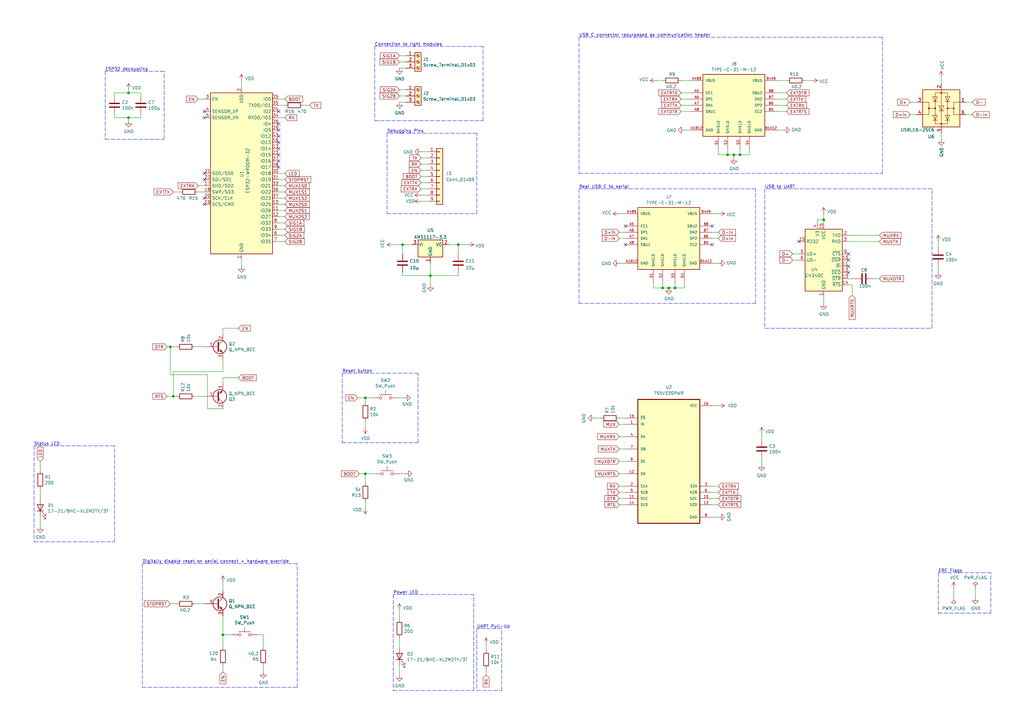
<source format=kicad_sch>
(kicad_sch (version 20211123) (generator eeschema)

  (uuid 9baf7b1e-44a0-4262-8221-97a2fa15d5e8)

  (paper "A3")

  (title_block
    (title "Heliox Control")
    (date "2021-08-10")
    (rev "v00")
    (comment 4 "Author: GHOSCHT")
  )

  (lib_symbols
    (symbol "Connector:Screw_Terminal_01x03" (pin_names (offset 1.016) hide) (in_bom yes) (on_board yes)
      (property "Reference" "J" (id 0) (at 0 5.08 0)
        (effects (font (size 1.27 1.27)))
      )
      (property "Value" "Screw_Terminal_01x03" (id 1) (at 0 -5.08 0)
        (effects (font (size 1.27 1.27)))
      )
      (property "Footprint" "" (id 2) (at 0 0 0)
        (effects (font (size 1.27 1.27)) hide)
      )
      (property "Datasheet" "~" (id 3) (at 0 0 0)
        (effects (font (size 1.27 1.27)) hide)
      )
      (property "ki_keywords" "screw terminal" (id 4) (at 0 0 0)
        (effects (font (size 1.27 1.27)) hide)
      )
      (property "ki_description" "Generic screw terminal, single row, 01x03, script generated (kicad-library-utils/schlib/autogen/connector/)" (id 5) (at 0 0 0)
        (effects (font (size 1.27 1.27)) hide)
      )
      (property "ki_fp_filters" "TerminalBlock*:*" (id 6) (at 0 0 0)
        (effects (font (size 1.27 1.27)) hide)
      )
      (symbol "Screw_Terminal_01x03_1_1"
        (rectangle (start -1.27 3.81) (end 1.27 -3.81)
          (stroke (width 0.254) (type default) (color 0 0 0 0))
          (fill (type background))
        )
        (circle (center 0 -2.54) (radius 0.635)
          (stroke (width 0.1524) (type default) (color 0 0 0 0))
          (fill (type none))
        )
        (polyline
          (pts
            (xy -0.5334 -2.2098)
            (xy 0.3302 -3.048)
          )
          (stroke (width 0.1524) (type default) (color 0 0 0 0))
          (fill (type none))
        )
        (polyline
          (pts
            (xy -0.5334 0.3302)
            (xy 0.3302 -0.508)
          )
          (stroke (width 0.1524) (type default) (color 0 0 0 0))
          (fill (type none))
        )
        (polyline
          (pts
            (xy -0.5334 2.8702)
            (xy 0.3302 2.032)
          )
          (stroke (width 0.1524) (type default) (color 0 0 0 0))
          (fill (type none))
        )
        (polyline
          (pts
            (xy -0.3556 -2.032)
            (xy 0.508 -2.8702)
          )
          (stroke (width 0.1524) (type default) (color 0 0 0 0))
          (fill (type none))
        )
        (polyline
          (pts
            (xy -0.3556 0.508)
            (xy 0.508 -0.3302)
          )
          (stroke (width 0.1524) (type default) (color 0 0 0 0))
          (fill (type none))
        )
        (polyline
          (pts
            (xy -0.3556 3.048)
            (xy 0.508 2.2098)
          )
          (stroke (width 0.1524) (type default) (color 0 0 0 0))
          (fill (type none))
        )
        (circle (center 0 0) (radius 0.635)
          (stroke (width 0.1524) (type default) (color 0 0 0 0))
          (fill (type none))
        )
        (circle (center 0 2.54) (radius 0.635)
          (stroke (width 0.1524) (type default) (color 0 0 0 0))
          (fill (type none))
        )
        (pin passive line (at -5.08 2.54 0) (length 3.81)
          (name "Pin_1" (effects (font (size 1.27 1.27))))
          (number "1" (effects (font (size 1.27 1.27))))
        )
        (pin passive line (at -5.08 0 0) (length 3.81)
          (name "Pin_2" (effects (font (size 1.27 1.27))))
          (number "2" (effects (font (size 1.27 1.27))))
        )
        (pin passive line (at -5.08 -2.54 0) (length 3.81)
          (name "Pin_3" (effects (font (size 1.27 1.27))))
          (number "3" (effects (font (size 1.27 1.27))))
        )
      )
    )
    (symbol "Connector_Generic:Conn_01x09" (pin_names (offset 1.016) hide) (in_bom yes) (on_board yes)
      (property "Reference" "J" (id 0) (at 0 12.7 0)
        (effects (font (size 1.27 1.27)))
      )
      (property "Value" "Conn_01x09" (id 1) (at 0 -12.7 0)
        (effects (font (size 1.27 1.27)))
      )
      (property "Footprint" "" (id 2) (at 0 0 0)
        (effects (font (size 1.27 1.27)) hide)
      )
      (property "Datasheet" "~" (id 3) (at 0 0 0)
        (effects (font (size 1.27 1.27)) hide)
      )
      (property "ki_keywords" "connector" (id 4) (at 0 0 0)
        (effects (font (size 1.27 1.27)) hide)
      )
      (property "ki_description" "Generic connector, single row, 01x09, script generated (kicad-library-utils/schlib/autogen/connector/)" (id 5) (at 0 0 0)
        (effects (font (size 1.27 1.27)) hide)
      )
      (property "ki_fp_filters" "Connector*:*_1x??_*" (id 6) (at 0 0 0)
        (effects (font (size 1.27 1.27)) hide)
      )
      (symbol "Conn_01x09_1_1"
        (rectangle (start -1.27 -10.033) (end 0 -10.287)
          (stroke (width 0.1524) (type default) (color 0 0 0 0))
          (fill (type none))
        )
        (rectangle (start -1.27 -7.493) (end 0 -7.747)
          (stroke (width 0.1524) (type default) (color 0 0 0 0))
          (fill (type none))
        )
        (rectangle (start -1.27 -4.953) (end 0 -5.207)
          (stroke (width 0.1524) (type default) (color 0 0 0 0))
          (fill (type none))
        )
        (rectangle (start -1.27 -2.413) (end 0 -2.667)
          (stroke (width 0.1524) (type default) (color 0 0 0 0))
          (fill (type none))
        )
        (rectangle (start -1.27 0.127) (end 0 -0.127)
          (stroke (width 0.1524) (type default) (color 0 0 0 0))
          (fill (type none))
        )
        (rectangle (start -1.27 2.667) (end 0 2.413)
          (stroke (width 0.1524) (type default) (color 0 0 0 0))
          (fill (type none))
        )
        (rectangle (start -1.27 5.207) (end 0 4.953)
          (stroke (width 0.1524) (type default) (color 0 0 0 0))
          (fill (type none))
        )
        (rectangle (start -1.27 7.747) (end 0 7.493)
          (stroke (width 0.1524) (type default) (color 0 0 0 0))
          (fill (type none))
        )
        (rectangle (start -1.27 10.287) (end 0 10.033)
          (stroke (width 0.1524) (type default) (color 0 0 0 0))
          (fill (type none))
        )
        (rectangle (start -1.27 11.43) (end 1.27 -11.43)
          (stroke (width 0.254) (type default) (color 0 0 0 0))
          (fill (type background))
        )
        (pin passive line (at -5.08 10.16 0) (length 3.81)
          (name "Pin_1" (effects (font (size 1.27 1.27))))
          (number "1" (effects (font (size 1.27 1.27))))
        )
        (pin passive line (at -5.08 7.62 0) (length 3.81)
          (name "Pin_2" (effects (font (size 1.27 1.27))))
          (number "2" (effects (font (size 1.27 1.27))))
        )
        (pin passive line (at -5.08 5.08 0) (length 3.81)
          (name "Pin_3" (effects (font (size 1.27 1.27))))
          (number "3" (effects (font (size 1.27 1.27))))
        )
        (pin passive line (at -5.08 2.54 0) (length 3.81)
          (name "Pin_4" (effects (font (size 1.27 1.27))))
          (number "4" (effects (font (size 1.27 1.27))))
        )
        (pin passive line (at -5.08 0 0) (length 3.81)
          (name "Pin_5" (effects (font (size 1.27 1.27))))
          (number "5" (effects (font (size 1.27 1.27))))
        )
        (pin passive line (at -5.08 -2.54 0) (length 3.81)
          (name "Pin_6" (effects (font (size 1.27 1.27))))
          (number "6" (effects (font (size 1.27 1.27))))
        )
        (pin passive line (at -5.08 -5.08 0) (length 3.81)
          (name "Pin_7" (effects (font (size 1.27 1.27))))
          (number "7" (effects (font (size 1.27 1.27))))
        )
        (pin passive line (at -5.08 -7.62 0) (length 3.81)
          (name "Pin_8" (effects (font (size 1.27 1.27))))
          (number "8" (effects (font (size 1.27 1.27))))
        )
        (pin passive line (at -5.08 -10.16 0) (length 3.81)
          (name "Pin_9" (effects (font (size 1.27 1.27))))
          (number "9" (effects (font (size 1.27 1.27))))
        )
      )
    )
    (symbol "Device:C" (pin_numbers hide) (pin_names (offset 0.254)) (in_bom yes) (on_board yes)
      (property "Reference" "C" (id 0) (at 0.635 2.54 0)
        (effects (font (size 1.27 1.27)) (justify left))
      )
      (property "Value" "C" (id 1) (at 0.635 -2.54 0)
        (effects (font (size 1.27 1.27)) (justify left))
      )
      (property "Footprint" "" (id 2) (at 0.9652 -3.81 0)
        (effects (font (size 1.27 1.27)) hide)
      )
      (property "Datasheet" "~" (id 3) (at 0 0 0)
        (effects (font (size 1.27 1.27)) hide)
      )
      (property "ki_keywords" "cap capacitor" (id 4) (at 0 0 0)
        (effects (font (size 1.27 1.27)) hide)
      )
      (property "ki_description" "Unpolarized capacitor" (id 5) (at 0 0 0)
        (effects (font (size 1.27 1.27)) hide)
      )
      (property "ki_fp_filters" "C_*" (id 6) (at 0 0 0)
        (effects (font (size 1.27 1.27)) hide)
      )
      (symbol "C_0_1"
        (polyline
          (pts
            (xy -2.032 -0.762)
            (xy 2.032 -0.762)
          )
          (stroke (width 0.508) (type default) (color 0 0 0 0))
          (fill (type none))
        )
        (polyline
          (pts
            (xy -2.032 0.762)
            (xy 2.032 0.762)
          )
          (stroke (width 0.508) (type default) (color 0 0 0 0))
          (fill (type none))
        )
      )
      (symbol "C_1_1"
        (pin passive line (at 0 3.81 270) (length 2.794)
          (name "~" (effects (font (size 1.27 1.27))))
          (number "1" (effects (font (size 1.27 1.27))))
        )
        (pin passive line (at 0 -3.81 90) (length 2.794)
          (name "~" (effects (font (size 1.27 1.27))))
          (number "2" (effects (font (size 1.27 1.27))))
        )
      )
    )
    (symbol "Device:LED" (pin_numbers hide) (pin_names (offset 1.016) hide) (in_bom yes) (on_board yes)
      (property "Reference" "D" (id 0) (at 0 2.54 0)
        (effects (font (size 1.27 1.27)))
      )
      (property "Value" "LED" (id 1) (at 0 -2.54 0)
        (effects (font (size 1.27 1.27)))
      )
      (property "Footprint" "" (id 2) (at 0 0 0)
        (effects (font (size 1.27 1.27)) hide)
      )
      (property "Datasheet" "~" (id 3) (at 0 0 0)
        (effects (font (size 1.27 1.27)) hide)
      )
      (property "ki_keywords" "LED diode" (id 4) (at 0 0 0)
        (effects (font (size 1.27 1.27)) hide)
      )
      (property "ki_description" "Light emitting diode" (id 5) (at 0 0 0)
        (effects (font (size 1.27 1.27)) hide)
      )
      (property "ki_fp_filters" "LED* LED_SMD:* LED_THT:*" (id 6) (at 0 0 0)
        (effects (font (size 1.27 1.27)) hide)
      )
      (symbol "LED_0_1"
        (polyline
          (pts
            (xy -1.27 -1.27)
            (xy -1.27 1.27)
          )
          (stroke (width 0.254) (type default) (color 0 0 0 0))
          (fill (type none))
        )
        (polyline
          (pts
            (xy -1.27 0)
            (xy 1.27 0)
          )
          (stroke (width 0) (type default) (color 0 0 0 0))
          (fill (type none))
        )
        (polyline
          (pts
            (xy 1.27 -1.27)
            (xy 1.27 1.27)
            (xy -1.27 0)
            (xy 1.27 -1.27)
          )
          (stroke (width 0.254) (type default) (color 0 0 0 0))
          (fill (type none))
        )
        (polyline
          (pts
            (xy -3.048 -0.762)
            (xy -4.572 -2.286)
            (xy -3.81 -2.286)
            (xy -4.572 -2.286)
            (xy -4.572 -1.524)
          )
          (stroke (width 0) (type default) (color 0 0 0 0))
          (fill (type none))
        )
        (polyline
          (pts
            (xy -1.778 -0.762)
            (xy -3.302 -2.286)
            (xy -2.54 -2.286)
            (xy -3.302 -2.286)
            (xy -3.302 -1.524)
          )
          (stroke (width 0) (type default) (color 0 0 0 0))
          (fill (type none))
        )
      )
      (symbol "LED_1_1"
        (pin passive line (at -3.81 0 0) (length 2.54)
          (name "K" (effects (font (size 1.27 1.27))))
          (number "1" (effects (font (size 1.27 1.27))))
        )
        (pin passive line (at 3.81 0 180) (length 2.54)
          (name "A" (effects (font (size 1.27 1.27))))
          (number "2" (effects (font (size 1.27 1.27))))
        )
      )
    )
    (symbol "Device:Q_NPN_BCE" (pin_names (offset 0) hide) (in_bom yes) (on_board yes)
      (property "Reference" "Q" (id 0) (at 5.08 1.27 0)
        (effects (font (size 1.27 1.27)) (justify left))
      )
      (property "Value" "Q_NPN_BCE" (id 1) (at 5.08 -1.27 0)
        (effects (font (size 1.27 1.27)) (justify left))
      )
      (property "Footprint" "" (id 2) (at 5.08 2.54 0)
        (effects (font (size 1.27 1.27)) hide)
      )
      (property "Datasheet" "~" (id 3) (at 0 0 0)
        (effects (font (size 1.27 1.27)) hide)
      )
      (property "ki_keywords" "transistor NPN" (id 4) (at 0 0 0)
        (effects (font (size 1.27 1.27)) hide)
      )
      (property "ki_description" "NPN transistor, base/collector/emitter" (id 5) (at 0 0 0)
        (effects (font (size 1.27 1.27)) hide)
      )
      (symbol "Q_NPN_BCE_0_1"
        (polyline
          (pts
            (xy 0.635 0.635)
            (xy 2.54 2.54)
          )
          (stroke (width 0) (type default) (color 0 0 0 0))
          (fill (type none))
        )
        (polyline
          (pts
            (xy 0.635 -0.635)
            (xy 2.54 -2.54)
            (xy 2.54 -2.54)
          )
          (stroke (width 0) (type default) (color 0 0 0 0))
          (fill (type none))
        )
        (polyline
          (pts
            (xy 0.635 1.905)
            (xy 0.635 -1.905)
            (xy 0.635 -1.905)
          )
          (stroke (width 0.508) (type default) (color 0 0 0 0))
          (fill (type none))
        )
        (polyline
          (pts
            (xy 1.27 -1.778)
            (xy 1.778 -1.27)
            (xy 2.286 -2.286)
            (xy 1.27 -1.778)
            (xy 1.27 -1.778)
          )
          (stroke (width 0) (type default) (color 0 0 0 0))
          (fill (type outline))
        )
        (circle (center 1.27 0) (radius 2.8194)
          (stroke (width 0.254) (type default) (color 0 0 0 0))
          (fill (type none))
        )
      )
      (symbol "Q_NPN_BCE_1_1"
        (pin input line (at -5.08 0 0) (length 5.715)
          (name "B" (effects (font (size 1.27 1.27))))
          (number "1" (effects (font (size 1.27 1.27))))
        )
        (pin passive line (at 2.54 5.08 270) (length 2.54)
          (name "C" (effects (font (size 1.27 1.27))))
          (number "2" (effects (font (size 1.27 1.27))))
        )
        (pin passive line (at 2.54 -5.08 90) (length 2.54)
          (name "E" (effects (font (size 1.27 1.27))))
          (number "3" (effects (font (size 1.27 1.27))))
        )
      )
    )
    (symbol "Device:R" (pin_numbers hide) (pin_names (offset 0)) (in_bom yes) (on_board yes)
      (property "Reference" "R" (id 0) (at 2.032 0 90)
        (effects (font (size 1.27 1.27)))
      )
      (property "Value" "R" (id 1) (at 0 0 90)
        (effects (font (size 1.27 1.27)))
      )
      (property "Footprint" "" (id 2) (at -1.778 0 90)
        (effects (font (size 1.27 1.27)) hide)
      )
      (property "Datasheet" "~" (id 3) (at 0 0 0)
        (effects (font (size 1.27 1.27)) hide)
      )
      (property "ki_keywords" "R res resistor" (id 4) (at 0 0 0)
        (effects (font (size 1.27 1.27)) hide)
      )
      (property "ki_description" "Resistor" (id 5) (at 0 0 0)
        (effects (font (size 1.27 1.27)) hide)
      )
      (property "ki_fp_filters" "R_*" (id 6) (at 0 0 0)
        (effects (font (size 1.27 1.27)) hide)
      )
      (symbol "R_0_1"
        (rectangle (start -1.016 -2.54) (end 1.016 2.54)
          (stroke (width 0.254) (type default) (color 0 0 0 0))
          (fill (type none))
        )
      )
      (symbol "R_1_1"
        (pin passive line (at 0 3.81 270) (length 1.27)
          (name "~" (effects (font (size 1.27 1.27))))
          (number "1" (effects (font (size 1.27 1.27))))
        )
        (pin passive line (at 0 -3.81 90) (length 1.27)
          (name "~" (effects (font (size 1.27 1.27))))
          (number "2" (effects (font (size 1.27 1.27))))
        )
      )
    )
    (symbol "Interface_USB:CH340C" (in_bom yes) (on_board yes)
      (property "Reference" "U" (id 0) (at -5.08 13.97 0)
        (effects (font (size 1.27 1.27)) (justify right))
      )
      (property "Value" "CH340C" (id 1) (at 1.27 13.97 0)
        (effects (font (size 1.27 1.27)) (justify left))
      )
      (property "Footprint" "Package_SO:SOIC-16_3.9x9.9mm_P1.27mm" (id 2) (at 1.27 -13.97 0)
        (effects (font (size 1.27 1.27)) (justify left) hide)
      )
      (property "Datasheet" "https://datasheet.lcsc.com/szlcsc/Jiangsu-Qin-Heng-CH340C_C84681.pdf" (id 3) (at -8.89 20.32 0)
        (effects (font (size 1.27 1.27)) hide)
      )
      (property "ki_keywords" "USB UART Serial Converter Interface" (id 4) (at 0 0 0)
        (effects (font (size 1.27 1.27)) hide)
      )
      (property "ki_description" "USB serial converter, UART, SOIC-16" (id 5) (at 0 0 0)
        (effects (font (size 1.27 1.27)) hide)
      )
      (property "ki_fp_filters" "SOIC*3.9x9.9mm*P1.27mm*" (id 6) (at 0 0 0)
        (effects (font (size 1.27 1.27)) hide)
      )
      (symbol "CH340C_0_1"
        (rectangle (start -7.62 12.7) (end 7.62 -12.7)
          (stroke (width 0.254) (type default) (color 0 0 0 0))
          (fill (type background))
        )
      )
      (symbol "CH340C_1_1"
        (pin power_in line (at 0 -15.24 90) (length 2.54)
          (name "GND" (effects (font (size 1.27 1.27))))
          (number "1" (effects (font (size 1.27 1.27))))
        )
        (pin input line (at 10.16 0 180) (length 2.54)
          (name "~{DSR}" (effects (font (size 1.27 1.27))))
          (number "10" (effects (font (size 1.27 1.27))))
        )
        (pin input line (at 10.16 -2.54 180) (length 2.54)
          (name "~{RI}" (effects (font (size 1.27 1.27))))
          (number "11" (effects (font (size 1.27 1.27))))
        )
        (pin input line (at 10.16 -5.08 180) (length 2.54)
          (name "~{DCD}" (effects (font (size 1.27 1.27))))
          (number "12" (effects (font (size 1.27 1.27))))
        )
        (pin output line (at 10.16 -7.62 180) (length 2.54)
          (name "~{DTR}" (effects (font (size 1.27 1.27))))
          (number "13" (effects (font (size 1.27 1.27))))
        )
        (pin output line (at 10.16 -10.16 180) (length 2.54)
          (name "~{RTS}" (effects (font (size 1.27 1.27))))
          (number "14" (effects (font (size 1.27 1.27))))
        )
        (pin input line (at -10.16 7.62 0) (length 2.54)
          (name "R232" (effects (font (size 1.27 1.27))))
          (number "15" (effects (font (size 1.27 1.27))))
        )
        (pin power_in line (at 0 15.24 270) (length 2.54)
          (name "VCC" (effects (font (size 1.27 1.27))))
          (number "16" (effects (font (size 1.27 1.27))))
        )
        (pin output line (at 10.16 10.16 180) (length 2.54)
          (name "TXD" (effects (font (size 1.27 1.27))))
          (number "2" (effects (font (size 1.27 1.27))))
        )
        (pin input line (at 10.16 7.62 180) (length 2.54)
          (name "RXD" (effects (font (size 1.27 1.27))))
          (number "3" (effects (font (size 1.27 1.27))))
        )
        (pin passive line (at -2.54 15.24 270) (length 2.54)
          (name "V3" (effects (font (size 1.27 1.27))))
          (number "4" (effects (font (size 1.27 1.27))))
        )
        (pin bidirectional line (at -10.16 2.54 0) (length 2.54)
          (name "UD+" (effects (font (size 1.27 1.27))))
          (number "5" (effects (font (size 1.27 1.27))))
        )
        (pin bidirectional line (at -10.16 0 0) (length 2.54)
          (name "UD-" (effects (font (size 1.27 1.27))))
          (number "6" (effects (font (size 1.27 1.27))))
        )
        (pin no_connect line (at -7.62 -7.62 0) (length 2.54) hide
          (name "NC" (effects (font (size 1.27 1.27))))
          (number "7" (effects (font (size 1.27 1.27))))
        )
        (pin no_connect line (at -7.62 -10.16 0) (length 2.54) hide
          (name "NC" (effects (font (size 1.27 1.27))))
          (number "8" (effects (font (size 1.27 1.27))))
        )
        (pin input line (at 10.16 2.54 180) (length 2.54)
          (name "~{CTS}" (effects (font (size 1.27 1.27))))
          (number "9" (effects (font (size 1.27 1.27))))
        )
      )
    )
    (symbol "Power_Protection:USBLC6-2SC6" (pin_names hide) (in_bom yes) (on_board yes)
      (property "Reference" "U" (id 0) (at 2.54 8.89 0)
        (effects (font (size 1.27 1.27)) (justify left))
      )
      (property "Value" "USBLC6-2SC6" (id 1) (at 2.54 -8.89 0)
        (effects (font (size 1.27 1.27)) (justify left))
      )
      (property "Footprint" "Package_TO_SOT_SMD:SOT-23-6" (id 2) (at 0 -12.7 0)
        (effects (font (size 1.27 1.27)) hide)
      )
      (property "Datasheet" "https://www.st.com/resource/en/datasheet/usblc6-2.pdf" (id 3) (at 5.08 8.89 0)
        (effects (font (size 1.27 1.27)) hide)
      )
      (property "ki_keywords" "usb ethernet video" (id 4) (at 0 0 0)
        (effects (font (size 1.27 1.27)) hide)
      )
      (property "ki_description" "Very low capacitance ESD protection diode, 2 data-line, SOT-23-6" (id 5) (at 0 0 0)
        (effects (font (size 1.27 1.27)) hide)
      )
      (property "ki_fp_filters" "SOT?23*" (id 6) (at 0 0 0)
        (effects (font (size 1.27 1.27)) hide)
      )
      (symbol "USBLC6-2SC6_0_1"
        (rectangle (start -7.62 -7.62) (end 7.62 7.62)
          (stroke (width 0.254) (type default) (color 0 0 0 0))
          (fill (type background))
        )
        (circle (center -5.08 0) (radius 0.254)
          (stroke (width 0) (type default) (color 0 0 0 0))
          (fill (type outline))
        )
        (circle (center -2.54 0) (radius 0.254)
          (stroke (width 0) (type default) (color 0 0 0 0))
          (fill (type outline))
        )
        (rectangle (start -2.54 6.35) (end 2.54 -6.35)
          (stroke (width 0) (type default) (color 0 0 0 0))
          (fill (type none))
        )
        (circle (center 0 -6.35) (radius 0.254)
          (stroke (width 0) (type default) (color 0 0 0 0))
          (fill (type outline))
        )
        (polyline
          (pts
            (xy -5.08 -2.54)
            (xy -7.62 -2.54)
          )
          (stroke (width 0) (type default) (color 0 0 0 0))
          (fill (type none))
        )
        (polyline
          (pts
            (xy -5.08 0)
            (xy -5.08 -2.54)
          )
          (stroke (width 0) (type default) (color 0 0 0 0))
          (fill (type none))
        )
        (polyline
          (pts
            (xy -5.08 2.54)
            (xy -7.62 2.54)
          )
          (stroke (width 0) (type default) (color 0 0 0 0))
          (fill (type none))
        )
        (polyline
          (pts
            (xy -1.524 -2.794)
            (xy -3.556 -2.794)
          )
          (stroke (width 0) (type default) (color 0 0 0 0))
          (fill (type none))
        )
        (polyline
          (pts
            (xy -1.524 4.826)
            (xy -3.556 4.826)
          )
          (stroke (width 0) (type default) (color 0 0 0 0))
          (fill (type none))
        )
        (polyline
          (pts
            (xy 0 -7.62)
            (xy 0 -6.35)
          )
          (stroke (width 0) (type default) (color 0 0 0 0))
          (fill (type none))
        )
        (polyline
          (pts
            (xy 0 -6.35)
            (xy 0 1.27)
          )
          (stroke (width 0) (type default) (color 0 0 0 0))
          (fill (type none))
        )
        (polyline
          (pts
            (xy 0 1.27)
            (xy 0 6.35)
          )
          (stroke (width 0) (type default) (color 0 0 0 0))
          (fill (type none))
        )
        (polyline
          (pts
            (xy 0 6.35)
            (xy 0 7.62)
          )
          (stroke (width 0) (type default) (color 0 0 0 0))
          (fill (type none))
        )
        (polyline
          (pts
            (xy 1.524 -2.794)
            (xy 3.556 -2.794)
          )
          (stroke (width 0) (type default) (color 0 0 0 0))
          (fill (type none))
        )
        (polyline
          (pts
            (xy 1.524 4.826)
            (xy 3.556 4.826)
          )
          (stroke (width 0) (type default) (color 0 0 0 0))
          (fill (type none))
        )
        (polyline
          (pts
            (xy 5.08 -2.54)
            (xy 7.62 -2.54)
          )
          (stroke (width 0) (type default) (color 0 0 0 0))
          (fill (type none))
        )
        (polyline
          (pts
            (xy 5.08 0)
            (xy 5.08 -2.54)
          )
          (stroke (width 0) (type default) (color 0 0 0 0))
          (fill (type none))
        )
        (polyline
          (pts
            (xy 5.08 2.54)
            (xy 7.62 2.54)
          )
          (stroke (width 0) (type default) (color 0 0 0 0))
          (fill (type none))
        )
        (polyline
          (pts
            (xy -2.54 0)
            (xy -5.08 0)
            (xy -5.08 2.54)
          )
          (stroke (width 0) (type default) (color 0 0 0 0))
          (fill (type none))
        )
        (polyline
          (pts
            (xy 2.54 0)
            (xy 5.08 0)
            (xy 5.08 2.54)
          )
          (stroke (width 0) (type default) (color 0 0 0 0))
          (fill (type none))
        )
        (polyline
          (pts
            (xy -3.556 -4.826)
            (xy -1.524 -4.826)
            (xy -2.54 -2.794)
            (xy -3.556 -4.826)
          )
          (stroke (width 0) (type default) (color 0 0 0 0))
          (fill (type none))
        )
        (polyline
          (pts
            (xy -3.556 2.794)
            (xy -1.524 2.794)
            (xy -2.54 4.826)
            (xy -3.556 2.794)
          )
          (stroke (width 0) (type default) (color 0 0 0 0))
          (fill (type none))
        )
        (polyline
          (pts
            (xy -1.016 -1.016)
            (xy 1.016 -1.016)
            (xy 0 1.016)
            (xy -1.016 -1.016)
          )
          (stroke (width 0) (type default) (color 0 0 0 0))
          (fill (type none))
        )
        (polyline
          (pts
            (xy 1.016 1.016)
            (xy 0.762 1.016)
            (xy -1.016 1.016)
            (xy -1.016 0.508)
          )
          (stroke (width 0) (type default) (color 0 0 0 0))
          (fill (type none))
        )
        (polyline
          (pts
            (xy 3.556 -4.826)
            (xy 1.524 -4.826)
            (xy 2.54 -2.794)
            (xy 3.556 -4.826)
          )
          (stroke (width 0) (type default) (color 0 0 0 0))
          (fill (type none))
        )
        (polyline
          (pts
            (xy 3.556 2.794)
            (xy 1.524 2.794)
            (xy 2.54 4.826)
            (xy 3.556 2.794)
          )
          (stroke (width 0) (type default) (color 0 0 0 0))
          (fill (type none))
        )
        (circle (center 0 6.35) (radius 0.254)
          (stroke (width 0) (type default) (color 0 0 0 0))
          (fill (type outline))
        )
        (circle (center 2.54 0) (radius 0.254)
          (stroke (width 0) (type default) (color 0 0 0 0))
          (fill (type outline))
        )
        (circle (center 5.08 0) (radius 0.254)
          (stroke (width 0) (type default) (color 0 0 0 0))
          (fill (type outline))
        )
      )
      (symbol "USBLC6-2SC6_1_1"
        (pin passive line (at -10.16 -2.54 0) (length 2.54)
          (name "I/O1" (effects (font (size 1.27 1.27))))
          (number "1" (effects (font (size 1.27 1.27))))
        )
        (pin passive line (at 0 -10.16 90) (length 2.54)
          (name "GND" (effects (font (size 1.27 1.27))))
          (number "2" (effects (font (size 1.27 1.27))))
        )
        (pin passive line (at 10.16 -2.54 180) (length 2.54)
          (name "I/O2" (effects (font (size 1.27 1.27))))
          (number "3" (effects (font (size 1.27 1.27))))
        )
        (pin passive line (at 10.16 2.54 180) (length 2.54)
          (name "I/O2" (effects (font (size 1.27 1.27))))
          (number "4" (effects (font (size 1.27 1.27))))
        )
        (pin passive line (at 0 10.16 270) (length 2.54)
          (name "VBUS" (effects (font (size 1.27 1.27))))
          (number "5" (effects (font (size 1.27 1.27))))
        )
        (pin passive line (at -10.16 2.54 0) (length 2.54)
          (name "I/O1" (effects (font (size 1.27 1.27))))
          (number "6" (effects (font (size 1.27 1.27))))
        )
      )
    )
    (symbol "RF_Module:ESP32-WROOM-32" (in_bom yes) (on_board yes)
      (property "Reference" "U" (id 0) (at -12.7 34.29 0)
        (effects (font (size 1.27 1.27)) (justify left))
      )
      (property "Value" "ESP32-WROOM-32" (id 1) (at 1.27 34.29 0)
        (effects (font (size 1.27 1.27)) (justify left))
      )
      (property "Footprint" "RF_Module:ESP32-WROOM-32" (id 2) (at 0 -38.1 0)
        (effects (font (size 1.27 1.27)) hide)
      )
      (property "Datasheet" "https://www.espressif.com/sites/default/files/documentation/esp32-wroom-32_datasheet_en.pdf" (id 3) (at -7.62 1.27 0)
        (effects (font (size 1.27 1.27)) hide)
      )
      (property "ki_keywords" "RF Radio BT ESP ESP32 Espressif onboard PCB antenna" (id 4) (at 0 0 0)
        (effects (font (size 1.27 1.27)) hide)
      )
      (property "ki_description" "RF Module, ESP32-D0WDQ6 SoC, Wi-Fi 802.11b/g/n, Bluetooth, BLE, 32-bit, 2.7-3.6V, onboard antenna, SMD" (id 5) (at 0 0 0)
        (effects (font (size 1.27 1.27)) hide)
      )
      (property "ki_fp_filters" "ESP32?WROOM?32*" (id 6) (at 0 0 0)
        (effects (font (size 1.27 1.27)) hide)
      )
      (symbol "ESP32-WROOM-32_0_1"
        (rectangle (start -12.7 33.02) (end 12.7 -33.02)
          (stroke (width 0.254) (type default) (color 0 0 0 0))
          (fill (type background))
        )
      )
      (symbol "ESP32-WROOM-32_1_1"
        (pin power_in line (at 0 -35.56 90) (length 2.54)
          (name "GND" (effects (font (size 1.27 1.27))))
          (number "1" (effects (font (size 1.27 1.27))))
        )
        (pin bidirectional line (at 15.24 -12.7 180) (length 2.54)
          (name "IO25" (effects (font (size 1.27 1.27))))
          (number "10" (effects (font (size 1.27 1.27))))
        )
        (pin bidirectional line (at 15.24 -15.24 180) (length 2.54)
          (name "IO26" (effects (font (size 1.27 1.27))))
          (number "11" (effects (font (size 1.27 1.27))))
        )
        (pin bidirectional line (at 15.24 -17.78 180) (length 2.54)
          (name "IO27" (effects (font (size 1.27 1.27))))
          (number "12" (effects (font (size 1.27 1.27))))
        )
        (pin bidirectional line (at 15.24 10.16 180) (length 2.54)
          (name "IO14" (effects (font (size 1.27 1.27))))
          (number "13" (effects (font (size 1.27 1.27))))
        )
        (pin bidirectional line (at 15.24 15.24 180) (length 2.54)
          (name "IO12" (effects (font (size 1.27 1.27))))
          (number "14" (effects (font (size 1.27 1.27))))
        )
        (pin passive line (at 0 -35.56 90) (length 2.54) hide
          (name "GND" (effects (font (size 1.27 1.27))))
          (number "15" (effects (font (size 1.27 1.27))))
        )
        (pin bidirectional line (at 15.24 12.7 180) (length 2.54)
          (name "IO13" (effects (font (size 1.27 1.27))))
          (number "16" (effects (font (size 1.27 1.27))))
        )
        (pin bidirectional line (at -15.24 -5.08 0) (length 2.54)
          (name "SHD/SD2" (effects (font (size 1.27 1.27))))
          (number "17" (effects (font (size 1.27 1.27))))
        )
        (pin bidirectional line (at -15.24 -7.62 0) (length 2.54)
          (name "SWP/SD3" (effects (font (size 1.27 1.27))))
          (number "18" (effects (font (size 1.27 1.27))))
        )
        (pin bidirectional line (at -15.24 -12.7 0) (length 2.54)
          (name "SCS/CMD" (effects (font (size 1.27 1.27))))
          (number "19" (effects (font (size 1.27 1.27))))
        )
        (pin power_in line (at 0 35.56 270) (length 2.54)
          (name "VDD" (effects (font (size 1.27 1.27))))
          (number "2" (effects (font (size 1.27 1.27))))
        )
        (pin bidirectional line (at -15.24 -10.16 0) (length 2.54)
          (name "SCK/CLK" (effects (font (size 1.27 1.27))))
          (number "20" (effects (font (size 1.27 1.27))))
        )
        (pin bidirectional line (at -15.24 0 0) (length 2.54)
          (name "SDO/SD0" (effects (font (size 1.27 1.27))))
          (number "21" (effects (font (size 1.27 1.27))))
        )
        (pin bidirectional line (at -15.24 -2.54 0) (length 2.54)
          (name "SDI/SD1" (effects (font (size 1.27 1.27))))
          (number "22" (effects (font (size 1.27 1.27))))
        )
        (pin bidirectional line (at 15.24 7.62 180) (length 2.54)
          (name "IO15" (effects (font (size 1.27 1.27))))
          (number "23" (effects (font (size 1.27 1.27))))
        )
        (pin bidirectional line (at 15.24 25.4 180) (length 2.54)
          (name "IO2" (effects (font (size 1.27 1.27))))
          (number "24" (effects (font (size 1.27 1.27))))
        )
        (pin bidirectional line (at 15.24 30.48 180) (length 2.54)
          (name "IO0" (effects (font (size 1.27 1.27))))
          (number "25" (effects (font (size 1.27 1.27))))
        )
        (pin bidirectional line (at 15.24 20.32 180) (length 2.54)
          (name "IO4" (effects (font (size 1.27 1.27))))
          (number "26" (effects (font (size 1.27 1.27))))
        )
        (pin bidirectional line (at 15.24 5.08 180) (length 2.54)
          (name "IO16" (effects (font (size 1.27 1.27))))
          (number "27" (effects (font (size 1.27 1.27))))
        )
        (pin bidirectional line (at 15.24 2.54 180) (length 2.54)
          (name "IO17" (effects (font (size 1.27 1.27))))
          (number "28" (effects (font (size 1.27 1.27))))
        )
        (pin bidirectional line (at 15.24 17.78 180) (length 2.54)
          (name "IO5" (effects (font (size 1.27 1.27))))
          (number "29" (effects (font (size 1.27 1.27))))
        )
        (pin input line (at -15.24 30.48 0) (length 2.54)
          (name "EN" (effects (font (size 1.27 1.27))))
          (number "3" (effects (font (size 1.27 1.27))))
        )
        (pin bidirectional line (at 15.24 0 180) (length 2.54)
          (name "IO18" (effects (font (size 1.27 1.27))))
          (number "30" (effects (font (size 1.27 1.27))))
        )
        (pin bidirectional line (at 15.24 -2.54 180) (length 2.54)
          (name "IO19" (effects (font (size 1.27 1.27))))
          (number "31" (effects (font (size 1.27 1.27))))
        )
        (pin no_connect line (at -12.7 -27.94 0) (length 2.54) hide
          (name "NC" (effects (font (size 1.27 1.27))))
          (number "32" (effects (font (size 1.27 1.27))))
        )
        (pin bidirectional line (at 15.24 -5.08 180) (length 2.54)
          (name "IO21" (effects (font (size 1.27 1.27))))
          (number "33" (effects (font (size 1.27 1.27))))
        )
        (pin bidirectional line (at 15.24 22.86 180) (length 2.54)
          (name "RXD0/IO3" (effects (font (size 1.27 1.27))))
          (number "34" (effects (font (size 1.27 1.27))))
        )
        (pin bidirectional line (at 15.24 27.94 180) (length 2.54)
          (name "TXD0/IO1" (effects (font (size 1.27 1.27))))
          (number "35" (effects (font (size 1.27 1.27))))
        )
        (pin bidirectional line (at 15.24 -7.62 180) (length 2.54)
          (name "IO22" (effects (font (size 1.27 1.27))))
          (number "36" (effects (font (size 1.27 1.27))))
        )
        (pin bidirectional line (at 15.24 -10.16 180) (length 2.54)
          (name "IO23" (effects (font (size 1.27 1.27))))
          (number "37" (effects (font (size 1.27 1.27))))
        )
        (pin passive line (at 0 -35.56 90) (length 2.54) hide
          (name "GND" (effects (font (size 1.27 1.27))))
          (number "38" (effects (font (size 1.27 1.27))))
        )
        (pin passive line (at 0 -35.56 90) (length 2.54) hide
          (name "GND" (effects (font (size 1.27 1.27))))
          (number "39" (effects (font (size 1.27 1.27))))
        )
        (pin input line (at -15.24 25.4 0) (length 2.54)
          (name "SENSOR_VP" (effects (font (size 1.27 1.27))))
          (number "4" (effects (font (size 1.27 1.27))))
        )
        (pin input line (at -15.24 22.86 0) (length 2.54)
          (name "SENSOR_VN" (effects (font (size 1.27 1.27))))
          (number "5" (effects (font (size 1.27 1.27))))
        )
        (pin input line (at 15.24 -25.4 180) (length 2.54)
          (name "IO34" (effects (font (size 1.27 1.27))))
          (number "6" (effects (font (size 1.27 1.27))))
        )
        (pin input line (at 15.24 -27.94 180) (length 2.54)
          (name "IO35" (effects (font (size 1.27 1.27))))
          (number "7" (effects (font (size 1.27 1.27))))
        )
        (pin bidirectional line (at 15.24 -20.32 180) (length 2.54)
          (name "IO32" (effects (font (size 1.27 1.27))))
          (number "8" (effects (font (size 1.27 1.27))))
        )
        (pin bidirectional line (at 15.24 -22.86 180) (length 2.54)
          (name "IO33" (effects (font (size 1.27 1.27))))
          (number "9" (effects (font (size 1.27 1.27))))
        )
      )
    )
    (symbol "Regulator_Linear:AMS1117-3.3" (pin_names (offset 0.254)) (in_bom yes) (on_board yes)
      (property "Reference" "U" (id 0) (at -3.81 3.175 0)
        (effects (font (size 1.27 1.27)))
      )
      (property "Value" "AMS1117-3.3" (id 1) (at 0 3.175 0)
        (effects (font (size 1.27 1.27)) (justify left))
      )
      (property "Footprint" "Package_TO_SOT_SMD:SOT-223-3_TabPin2" (id 2) (at 0 5.08 0)
        (effects (font (size 1.27 1.27)) hide)
      )
      (property "Datasheet" "http://www.advanced-monolithic.com/pdf/ds1117.pdf" (id 3) (at 2.54 -6.35 0)
        (effects (font (size 1.27 1.27)) hide)
      )
      (property "ki_keywords" "linear regulator ldo fixed positive" (id 4) (at 0 0 0)
        (effects (font (size 1.27 1.27)) hide)
      )
      (property "ki_description" "1A Low Dropout regulator, positive, 3.3V fixed output, SOT-223" (id 5) (at 0 0 0)
        (effects (font (size 1.27 1.27)) hide)
      )
      (property "ki_fp_filters" "SOT?223*TabPin2*" (id 6) (at 0 0 0)
        (effects (font (size 1.27 1.27)) hide)
      )
      (symbol "AMS1117-3.3_0_1"
        (rectangle (start -5.08 -5.08) (end 5.08 1.905)
          (stroke (width 0.254) (type default) (color 0 0 0 0))
          (fill (type background))
        )
      )
      (symbol "AMS1117-3.3_1_1"
        (pin power_in line (at 0 -7.62 90) (length 2.54)
          (name "GND" (effects (font (size 1.27 1.27))))
          (number "1" (effects (font (size 1.27 1.27))))
        )
        (pin power_out line (at 7.62 0 180) (length 2.54)
          (name "VO" (effects (font (size 1.27 1.27))))
          (number "2" (effects (font (size 1.27 1.27))))
        )
        (pin power_in line (at -7.62 0 0) (length 2.54)
          (name "VI" (effects (font (size 1.27 1.27))))
          (number "3" (effects (font (size 1.27 1.27))))
        )
      )
    )
    (symbol "Switch:SW_Push" (pin_numbers hide) (pin_names (offset 1.016) hide) (in_bom yes) (on_board yes)
      (property "Reference" "SW" (id 0) (at 1.27 2.54 0)
        (effects (font (size 1.27 1.27)) (justify left))
      )
      (property "Value" "SW_Push" (id 1) (at 0 -1.524 0)
        (effects (font (size 1.27 1.27)))
      )
      (property "Footprint" "" (id 2) (at 0 5.08 0)
        (effects (font (size 1.27 1.27)) hide)
      )
      (property "Datasheet" "~" (id 3) (at 0 5.08 0)
        (effects (font (size 1.27 1.27)) hide)
      )
      (property "ki_keywords" "switch normally-open pushbutton push-button" (id 4) (at 0 0 0)
        (effects (font (size 1.27 1.27)) hide)
      )
      (property "ki_description" "Push button switch, generic, two pins" (id 5) (at 0 0 0)
        (effects (font (size 1.27 1.27)) hide)
      )
      (symbol "SW_Push_0_1"
        (circle (center -2.032 0) (radius 0.508)
          (stroke (width 0) (type default) (color 0 0 0 0))
          (fill (type none))
        )
        (polyline
          (pts
            (xy 0 1.27)
            (xy 0 3.048)
          )
          (stroke (width 0) (type default) (color 0 0 0 0))
          (fill (type none))
        )
        (polyline
          (pts
            (xy 2.54 1.27)
            (xy -2.54 1.27)
          )
          (stroke (width 0) (type default) (color 0 0 0 0))
          (fill (type none))
        )
        (circle (center 2.032 0) (radius 0.508)
          (stroke (width 0) (type default) (color 0 0 0 0))
          (fill (type none))
        )
        (pin passive line (at -5.08 0 0) (length 2.54)
          (name "1" (effects (font (size 1.27 1.27))))
          (number "1" (effects (font (size 1.27 1.27))))
        )
        (pin passive line (at 5.08 0 180) (length 2.54)
          (name "2" (effects (font (size 1.27 1.27))))
          (number "2" (effects (font (size 1.27 1.27))))
        )
      )
    )
    (symbol "TS5V330PWR:TS5V330PWR" (pin_names (offset 1.016)) (in_bom yes) (on_board yes)
      (property "Reference" "U" (id 0) (at -12.7 26.3906 0)
        (effects (font (size 1.27 1.27)) (justify left bottom))
      )
      (property "Value" "TS5V330PWR" (id 1) (at -12.7 -29.3878 0)
        (effects (font (size 1.27 1.27)) (justify left bottom))
      )
      (property "Footprint" "SOP65P640X120-16N" (id 2) (at 0 0 0)
        (effects (font (size 1.27 1.27)) (justify left bottom) hide)
      )
      (property "Datasheet" "" (id 3) (at 0 0 0)
        (effects (font (size 1.27 1.27)) (justify left bottom) hide)
      )
      (property "ki_locked" "" (id 4) (at 0 0 0)
        (effects (font (size 1.27 1.27)))
      )
      (symbol "TS5V330PWR_0_0"
        (rectangle (start -12.7 -25.4) (end 12.7 25.4)
          (stroke (width 0.4064) (type default) (color 0 0 0 0))
          (fill (type background))
        )
        (pin input line (at -17.78 15.24 0) (length 5.08)
          (name "IN" (effects (font (size 1.016 1.016))))
          (number "1" (effects (font (size 1.016 1.016))))
        )
        (pin bidirectional line (at 17.78 -15.24 180) (length 5.08)
          (name "S2C" (effects (font (size 1.016 1.016))))
          (number "10" (effects (font (size 1.016 1.016))))
        )
        (pin bidirectional line (at -17.78 -15.24 0) (length 5.08)
          (name "S1C" (effects (font (size 1.016 1.016))))
          (number "11" (effects (font (size 1.016 1.016))))
        )
        (pin bidirectional line (at -17.78 -5.08 0) (length 5.08)
          (name "DD" (effects (font (size 1.016 1.016))))
          (number "12" (effects (font (size 1.016 1.016))))
        )
        (pin bidirectional line (at 17.78 -17.78 180) (length 5.08)
          (name "S2D" (effects (font (size 1.016 1.016))))
          (number "13" (effects (font (size 1.016 1.016))))
        )
        (pin bidirectional line (at -17.78 -17.78 0) (length 5.08)
          (name "S1D" (effects (font (size 1.016 1.016))))
          (number "14" (effects (font (size 1.016 1.016))))
        )
        (pin input line (at -17.78 17.78 0) (length 5.08)
          (name "~{EN}" (effects (font (size 1.016 1.016))))
          (number "15" (effects (font (size 1.016 1.016))))
        )
        (pin power_in line (at 17.78 22.86 180) (length 5.08)
          (name "VCC" (effects (font (size 1.016 1.016))))
          (number "16" (effects (font (size 1.016 1.016))))
        )
        (pin bidirectional line (at -17.78 -10.16 0) (length 5.08)
          (name "S1A" (effects (font (size 1.016 1.016))))
          (number "2" (effects (font (size 1.016 1.016))))
        )
        (pin bidirectional line (at 17.78 -10.16 180) (length 5.08)
          (name "S2A" (effects (font (size 1.016 1.016))))
          (number "3" (effects (font (size 1.016 1.016))))
        )
        (pin bidirectional line (at -17.78 10.16 0) (length 5.08)
          (name "DA" (effects (font (size 1.016 1.016))))
          (number "4" (effects (font (size 1.016 1.016))))
        )
        (pin bidirectional line (at -17.78 -12.7 0) (length 5.08)
          (name "S1B" (effects (font (size 1.016 1.016))))
          (number "5" (effects (font (size 1.016 1.016))))
        )
        (pin bidirectional line (at 17.78 -12.7 180) (length 5.08)
          (name "S2B" (effects (font (size 1.016 1.016))))
          (number "6" (effects (font (size 1.016 1.016))))
        )
        (pin bidirectional line (at -17.78 5.08 0) (length 5.08)
          (name "DB" (effects (font (size 1.016 1.016))))
          (number "7" (effects (font (size 1.016 1.016))))
        )
        (pin power_in line (at 17.78 -22.86 180) (length 5.08)
          (name "GND" (effects (font (size 1.016 1.016))))
          (number "8" (effects (font (size 1.016 1.016))))
        )
        (pin bidirectional line (at -17.78 0 0) (length 5.08)
          (name "DC" (effects (font (size 1.016 1.016))))
          (number "9" (effects (font (size 1.016 1.016))))
        )
      )
    )
    (symbol "TYPE-C-31-M-12:TYPE-C-31-M-12" (pin_names (offset 1.016)) (in_bom yes) (on_board yes)
      (property "Reference" "J" (id 0) (at -1.27 15.24 0)
        (effects (font (size 1.27 1.27)) (justify left bottom))
      )
      (property "Value" "TYPE-C-31-M-12" (id 1) (at -10.16 13.208 0)
        (effects (font (size 1.27 1.27)) (justify left bottom))
      )
      (property "Footprint" "HRO_TYPE-C-31-M-12" (id 2) (at 0 0 0)
        (effects (font (size 1.27 1.27)) (justify left bottom) hide)
      )
      (property "Datasheet" "" (id 3) (at 0 0 0)
        (effects (font (size 1.27 1.27)) (justify left bottom) hide)
      )
      (property "MAXIMUM_PACKAGE_HEIGHT" "3.31mm" (id 4) (at 0 0 0)
        (effects (font (size 1.27 1.27)) (justify left bottom) hide)
      )
      (property "STANDARD" "Manufacturer Recommendations" (id 5) (at 0 0 0)
        (effects (font (size 1.27 1.27)) (justify left bottom) hide)
      )
      (property "PARTREV" "A" (id 6) (at 0 0 0)
        (effects (font (size 1.27 1.27)) (justify left bottom) hide)
      )
      (property "MANUFACTURER" "HRO Electronics" (id 7) (at 0 0 0)
        (effects (font (size 1.27 1.27)) (justify left bottom) hide)
      )
      (property "ki_locked" "" (id 8) (at 0 0 0)
        (effects (font (size 1.27 1.27)))
      )
      (symbol "TYPE-C-31-M-12_0_0"
        (rectangle (start -12.7 -12.7) (end 12.7 12.7)
          (stroke (width 0.254) (type default) (color 0 0 0 0))
          (fill (type background))
        )
        (pin power_in line (at -17.78 -10.16 0) (length 5.08)
          (name "GND" (effects (font (size 1.016 1.016))))
          (number "A1B12" (effects (font (size 1.016 1.016))))
        )
        (pin power_in line (at -17.78 10.16 0) (length 5.08)
          (name "VBUS" (effects (font (size 1.016 1.016))))
          (number "A4B9" (effects (font (size 1.016 1.016))))
        )
        (pin bidirectional line (at -17.78 5.08 0) (length 5.08)
          (name "CC1" (effects (font (size 1.016 1.016))))
          (number "A5" (effects (font (size 1.016 1.016))))
        )
        (pin bidirectional line (at -17.78 2.54 0) (length 5.08)
          (name "DP1" (effects (font (size 1.016 1.016))))
          (number "A6" (effects (font (size 1.016 1.016))))
        )
        (pin bidirectional line (at -17.78 0 0) (length 5.08)
          (name "DN1" (effects (font (size 1.016 1.016))))
          (number "A7" (effects (font (size 1.016 1.016))))
        )
        (pin bidirectional line (at -17.78 -2.54 0) (length 5.08)
          (name "SBU1" (effects (font (size 1.016 1.016))))
          (number "A8" (effects (font (size 1.016 1.016))))
        )
        (pin power_in line (at 17.78 -10.16 180) (length 5.08)
          (name "GND" (effects (font (size 1.016 1.016))))
          (number "B1A12" (effects (font (size 1.016 1.016))))
        )
        (pin power_in line (at 17.78 10.16 180) (length 5.08)
          (name "VBUS" (effects (font (size 1.016 1.016))))
          (number "B4A9" (effects (font (size 1.016 1.016))))
        )
        (pin bidirectional line (at 17.78 -2.54 180) (length 5.08)
          (name "CC2" (effects (font (size 1.016 1.016))))
          (number "B5" (effects (font (size 1.016 1.016))))
        )
        (pin bidirectional line (at 17.78 0 180) (length 5.08)
          (name "DP2" (effects (font (size 1.016 1.016))))
          (number "B6" (effects (font (size 1.016 1.016))))
        )
        (pin bidirectional line (at 17.78 2.54 180) (length 5.08)
          (name "DN2" (effects (font (size 1.016 1.016))))
          (number "B7" (effects (font (size 1.016 1.016))))
        )
        (pin bidirectional line (at 17.78 5.08 180) (length 5.08)
          (name "SBU2" (effects (font (size 1.016 1.016))))
          (number "B8" (effects (font (size 1.016 1.016))))
        )
        (pin passive line (at -6.35 -17.78 90) (length 5.08)
          (name "SHIELD" (effects (font (size 1.016 1.016))))
          (number "S1" (effects (font (size 1.016 1.016))))
        )
        (pin passive line (at -2.54 -17.78 90) (length 5.08)
          (name "SHIELD" (effects (font (size 1.016 1.016))))
          (number "S2" (effects (font (size 1.016 1.016))))
        )
        (pin passive line (at 2.54 -17.78 90) (length 5.08)
          (name "SHIELD" (effects (font (size 1.016 1.016))))
          (number "S3" (effects (font (size 1.016 1.016))))
        )
        (pin passive line (at 6.35 -17.78 90) (length 5.08)
          (name "SHIELD" (effects (font (size 1.016 1.016))))
          (number "S4" (effects (font (size 1.016 1.016))))
        )
      )
    )
    (symbol "TYPE-C-31-M-12_1" (pin_names (offset 1.016)) (in_bom yes) (on_board yes)
      (property "Reference" "J8" (id 0) (at 0 16.9418 0)
        (effects (font (size 1.27 1.27)))
      )
      (property "Value" "TYPE-C-31-M-12_1" (id 1) (at 0 14.6304 0)
        (effects (font (size 1.27 1.27)))
      )
      (property "Footprint" "HRO_TYPE-C-31-M-12:HRO_TYPE-C-31-M-12" (id 2) (at 0 0 0)
        (effects (font (size 1.27 1.27)) (justify left bottom) hide)
      )
      (property "Datasheet" "https://datasheet.lcsc.com/lcsc/1811131825_Korean-Hroparts-Elec-TYPE-C-31-M-12_C165948.pdf" (id 3) (at 0 0 0)
        (effects (font (size 1.27 1.27)) (justify left bottom) hide)
      )
      (property "MAXIMUM_PACKAGE_HEIGHT" "3.31mm" (id 4) (at 0 0 0)
        (effects (font (size 1.27 1.27)) (justify left bottom) hide)
      )
      (property "STANDARD" "Manufacturer Recommendations" (id 5) (at 0 0 0)
        (effects (font (size 1.27 1.27)) (justify left bottom) hide)
      )
      (property "PARTREV" "A" (id 6) (at 0 0 0)
        (effects (font (size 1.27 1.27)) (justify left bottom) hide)
      )
      (property "MANUFACTURER" "HRO Electronics" (id 7) (at 0 0 0)
        (effects (font (size 1.27 1.27)) (justify left bottom) hide)
      )
      (property "ki_locked" "" (id 8) (at 0 0 0)
        (effects (font (size 1.27 1.27)))
      )
      (symbol "TYPE-C-31-M-12_1_0_0"
        (rectangle (start -12.7 -12.7) (end 12.7 12.7)
          (stroke (width 0.254) (type default) (color 0 0 0 0))
          (fill (type background))
        )
        (pin power_in line (at -17.78 -10.16 0) (length 5.08)
          (name "GND" (effects (font (size 1.016 1.016))))
          (number "A1B12" (effects (font (size 1.016 1.016))))
        )
        (pin power_out line (at -17.78 10.16 0) (length 5.08)
          (name "VBUS" (effects (font (size 1.016 1.016))))
          (number "A4B9" (effects (font (size 1.016 1.016))))
        )
        (pin bidirectional line (at -17.78 5.08 0) (length 5.08)
          (name "CC1" (effects (font (size 1.016 1.016))))
          (number "A5" (effects (font (size 1.016 1.016))))
        )
        (pin bidirectional line (at -17.78 2.54 0) (length 5.08)
          (name "DP1" (effects (font (size 1.016 1.016))))
          (number "A6" (effects (font (size 1.016 1.016))))
        )
        (pin bidirectional line (at -17.78 0 0) (length 5.08)
          (name "DN1" (effects (font (size 1.016 1.016))))
          (number "A7" (effects (font (size 1.016 1.016))))
        )
        (pin bidirectional line (at -17.78 -2.54 0) (length 5.08)
          (name "SBU1" (effects (font (size 1.016 1.016))))
          (number "A8" (effects (font (size 1.016 1.016))))
        )
        (pin power_in line (at 17.78 -10.16 180) (length 5.08)
          (name "GND" (effects (font (size 1.016 1.016))))
          (number "B1A12" (effects (font (size 1.016 1.016))))
        )
        (pin power_out line (at 17.78 10.16 180) (length 5.08)
          (name "VBUS" (effects (font (size 1.016 1.016))))
          (number "B4A9" (effects (font (size 1.016 1.016))))
        )
        (pin bidirectional line (at 17.78 -2.54 180) (length 5.08)
          (name "CC2" (effects (font (size 1.016 1.016))))
          (number "B5" (effects (font (size 1.016 1.016))))
        )
        (pin bidirectional line (at 17.78 0 180) (length 5.08)
          (name "DP2" (effects (font (size 1.016 1.016))))
          (number "B6" (effects (font (size 1.016 1.016))))
        )
        (pin bidirectional line (at 17.78 2.54 180) (length 5.08)
          (name "DN2" (effects (font (size 1.016 1.016))))
          (number "B7" (effects (font (size 1.016 1.016))))
        )
        (pin bidirectional line (at 17.78 5.08 180) (length 5.08)
          (name "SBU2" (effects (font (size 1.016 1.016))))
          (number "B8" (effects (font (size 1.016 1.016))))
        )
        (pin passive line (at -6.35 -17.78 90) (length 5.08)
          (name "SHIELD" (effects (font (size 1.016 1.016))))
          (number "S1" (effects (font (size 1.016 1.016))))
        )
        (pin passive line (at -2.54 -17.78 90) (length 5.08)
          (name "SHIELD" (effects (font (size 1.016 1.016))))
          (number "S2" (effects (font (size 1.016 1.016))))
        )
        (pin passive line (at 2.54 -17.78 90) (length 5.08)
          (name "SHIELD" (effects (font (size 1.016 1.016))))
          (number "S3" (effects (font (size 1.016 1.016))))
        )
        (pin passive line (at 6.35 -17.78 90) (length 5.08)
          (name "SHIELD" (effects (font (size 1.016 1.016))))
          (number "S4" (effects (font (size 1.016 1.016))))
        )
      )
    )
    (symbol "power:GND" (power) (pin_names (offset 0)) (in_bom yes) (on_board yes)
      (property "Reference" "#PWR" (id 0) (at 0 -6.35 0)
        (effects (font (size 1.27 1.27)) hide)
      )
      (property "Value" "GND" (id 1) (at 0 -3.81 0)
        (effects (font (size 1.27 1.27)))
      )
      (property "Footprint" "" (id 2) (at 0 0 0)
        (effects (font (size 1.27 1.27)) hide)
      )
      (property "Datasheet" "" (id 3) (at 0 0 0)
        (effects (font (size 1.27 1.27)) hide)
      )
      (property "ki_keywords" "power-flag" (id 4) (at 0 0 0)
        (effects (font (size 1.27 1.27)) hide)
      )
      (property "ki_description" "Power symbol creates a global label with name \"GND\" , ground" (id 5) (at 0 0 0)
        (effects (font (size 1.27 1.27)) hide)
      )
      (symbol "GND_0_1"
        (polyline
          (pts
            (xy 0 0)
            (xy 0 -1.27)
            (xy 1.27 -1.27)
            (xy 0 -2.54)
            (xy -1.27 -1.27)
            (xy 0 -1.27)
          )
          (stroke (width 0) (type default) (color 0 0 0 0))
          (fill (type none))
        )
      )
      (symbol "GND_1_1"
        (pin power_in line (at 0 0 270) (length 0) hide
          (name "GND" (effects (font (size 1.27 1.27))))
          (number "1" (effects (font (size 1.27 1.27))))
        )
      )
    )
    (symbol "power:PWR_FLAG" (power) (pin_numbers hide) (pin_names (offset 0) hide) (in_bom yes) (on_board yes)
      (property "Reference" "#FLG" (id 0) (at 0 1.905 0)
        (effects (font (size 1.27 1.27)) hide)
      )
      (property "Value" "PWR_FLAG" (id 1) (at 0 3.81 0)
        (effects (font (size 1.27 1.27)))
      )
      (property "Footprint" "" (id 2) (at 0 0 0)
        (effects (font (size 1.27 1.27)) hide)
      )
      (property "Datasheet" "~" (id 3) (at 0 0 0)
        (effects (font (size 1.27 1.27)) hide)
      )
      (property "ki_keywords" "power-flag" (id 4) (at 0 0 0)
        (effects (font (size 1.27 1.27)) hide)
      )
      (property "ki_description" "Special symbol for telling ERC where power comes from" (id 5) (at 0 0 0)
        (effects (font (size 1.27 1.27)) hide)
      )
      (symbol "PWR_FLAG_0_0"
        (pin power_out line (at 0 0 90) (length 0)
          (name "pwr" (effects (font (size 1.27 1.27))))
          (number "1" (effects (font (size 1.27 1.27))))
        )
      )
      (symbol "PWR_FLAG_0_1"
        (polyline
          (pts
            (xy 0 0)
            (xy 0 1.27)
            (xy -1.016 1.905)
            (xy 0 2.54)
            (xy 1.016 1.905)
            (xy 0 1.27)
          )
          (stroke (width 0) (type default) (color 0 0 0 0))
          (fill (type none))
        )
      )
    )
    (symbol "power:VCC" (power) (pin_names (offset 0)) (in_bom yes) (on_board yes)
      (property "Reference" "#PWR" (id 0) (at 0 -3.81 0)
        (effects (font (size 1.27 1.27)) hide)
      )
      (property "Value" "VCC" (id 1) (at 0 3.81 0)
        (effects (font (size 1.27 1.27)))
      )
      (property "Footprint" "" (id 2) (at 0 0 0)
        (effects (font (size 1.27 1.27)) hide)
      )
      (property "Datasheet" "" (id 3) (at 0 0 0)
        (effects (font (size 1.27 1.27)) hide)
      )
      (property "ki_keywords" "power-flag" (id 4) (at 0 0 0)
        (effects (font (size 1.27 1.27)) hide)
      )
      (property "ki_description" "Power symbol creates a global label with name \"VCC\"" (id 5) (at 0 0 0)
        (effects (font (size 1.27 1.27)) hide)
      )
      (symbol "VCC_0_1"
        (polyline
          (pts
            (xy -0.762 1.27)
            (xy 0 2.54)
          )
          (stroke (width 0) (type default) (color 0 0 0 0))
          (fill (type none))
        )
        (polyline
          (pts
            (xy 0 0)
            (xy 0 2.54)
          )
          (stroke (width 0) (type default) (color 0 0 0 0))
          (fill (type none))
        )
        (polyline
          (pts
            (xy 0 2.54)
            (xy 0.762 1.27)
          )
          (stroke (width 0) (type default) (color 0 0 0 0))
          (fill (type none))
        )
      )
      (symbol "VCC_1_1"
        (pin power_in line (at 0 0 90) (length 0) hide
          (name "VCC" (effects (font (size 1.27 1.27))))
          (number "1" (effects (font (size 1.27 1.27))))
        )
      )
    )
    (symbol "power:VDD" (power) (pin_names (offset 0)) (in_bom yes) (on_board yes)
      (property "Reference" "#PWR" (id 0) (at 0 -3.81 0)
        (effects (font (size 1.27 1.27)) hide)
      )
      (property "Value" "VDD" (id 1) (at 0 3.81 0)
        (effects (font (size 1.27 1.27)))
      )
      (property "Footprint" "" (id 2) (at 0 0 0)
        (effects (font (size 1.27 1.27)) hide)
      )
      (property "Datasheet" "" (id 3) (at 0 0 0)
        (effects (font (size 1.27 1.27)) hide)
      )
      (property "ki_keywords" "power-flag" (id 4) (at 0 0 0)
        (effects (font (size 1.27 1.27)) hide)
      )
      (property "ki_description" "Power symbol creates a global label with name \"VDD\"" (id 5) (at 0 0 0)
        (effects (font (size 1.27 1.27)) hide)
      )
      (symbol "VDD_0_1"
        (polyline
          (pts
            (xy -0.762 1.27)
            (xy 0 2.54)
          )
          (stroke (width 0) (type default) (color 0 0 0 0))
          (fill (type none))
        )
        (polyline
          (pts
            (xy 0 0)
            (xy 0 2.54)
          )
          (stroke (width 0) (type default) (color 0 0 0 0))
          (fill (type none))
        )
        (polyline
          (pts
            (xy 0 2.54)
            (xy 0.762 1.27)
          )
          (stroke (width 0) (type default) (color 0 0 0 0))
          (fill (type none))
        )
      )
      (symbol "VDD_1_1"
        (pin power_in line (at 0 0 90) (length 0) hide
          (name "VDD" (effects (font (size 1.27 1.27))))
          (number "1" (effects (font (size 1.27 1.27))))
        )
      )
    )
  )

  (junction (at 91.44 260.35) (diameter 0) (color 0 0 0 0)
    (uuid 02cf0608-64df-4388-bd0c-fe857420ecaa)
  )
  (junction (at 300.99 63.5) (diameter 0) (color 0 0 0 0)
    (uuid 04202103-992b-4da0-804f-eea03703a2f4)
  )
  (junction (at 149.86 163.195) (diameter 0) (color 0 0 0 0)
    (uuid 0b3b46ed-b052-4edc-82d8-e82751cbf19a)
  )
  (junction (at 176.53 113.03) (diameter 0) (color 0 0 0 0)
    (uuid 2174fdd1-be72-4071-bc32-94f31e09c635)
  )
  (junction (at 165.1 100.33) (diameter 0) (color 0 0 0 0)
    (uuid 3b4eb9f0-05fb-46ce-a252-13cfee1b99e6)
  )
  (junction (at 274.32 118.11) (diameter 0) (color 0 0 0 0)
    (uuid 62e050c2-0109-4af3-a8cf-6e73d982de24)
  )
  (junction (at 303.53 63.5) (diameter 0) (color 0 0 0 0)
    (uuid 671729fd-aac3-49b1-beea-7a99a8e33fb3)
  )
  (junction (at 69.85 142.24) (diameter 0) (color 0 0 0 0)
    (uuid 83e5c5d8-5366-4217-b11c-8beb1fa8967c)
  )
  (junction (at 298.45 63.5) (diameter 0) (color 0 0 0 0)
    (uuid a9b73137-65fa-423e-b460-9d4c0cf28b9a)
  )
  (junction (at 271.78 118.11) (diameter 0) (color 0 0 0 0)
    (uuid ae7b104a-673a-493a-9539-55d8e8e5236f)
  )
  (junction (at 276.86 118.11) (diameter 0) (color 0 0 0 0)
    (uuid b1d7a28d-7369-4387-ab08-39df99bec340)
  )
  (junction (at 337.82 90.17) (diameter 0) (color 0 0 0 0)
    (uuid da476460-296d-42be-8efc-f613f64eaa97)
  )
  (junction (at 52.705 48.26) (diameter 0) (color 0 0 0 0)
    (uuid db703313-0898-45e4-99a1-8c2e63e039d8)
  )
  (junction (at 187.96 100.33) (diameter 0) (color 0 0 0 0)
    (uuid e23f7fe9-9cb3-4e71-a583-88f15b7a9bb2)
  )
  (junction (at 52.705 38.1) (diameter 0) (color 0 0 0 0)
    (uuid ea8a8259-9592-477c-845f-477c8817fcec)
  )
  (junction (at 71.12 162.56) (diameter 0) (color 0 0 0 0)
    (uuid f0961962-457c-40e8-929b-ef99a4a6f9e1)
  )
  (junction (at 149.86 194.31) (diameter 0) (color 0 0 0 0)
    (uuid f40351b9-3546-46fa-b18b-727924e1e18c)
  )

  (no_connect (at 347.98 111.76) (uuid 0f0d2089-7eab-467c-85b8-272bb3c58b99))
  (no_connect (at 347.98 106.68) (uuid 2a994272-3e06-4833-9268-fcbf8bce6a08))
  (no_connect (at 256.54 92.71) (uuid 4d765ebb-391f-47cb-8327-4a93c37a5e87))
  (no_connect (at 292.1 100.33) (uuid 87e5f432-bb64-491c-8ee2-a5cebd1952e2))
  (no_connect (at 83.82 45.72) (uuid 8cbae889-8af8-411c-bb02-cff97e9ec968))
  (no_connect (at 83.82 71.12) (uuid 8cbae889-8af8-411c-bb02-cff97e9ec969))
  (no_connect (at 83.82 48.26) (uuid 8cbae889-8af8-411c-bb02-cff97e9ec96a))
  (no_connect (at 83.82 73.66) (uuid 8cbae889-8af8-411c-bb02-cff97e9ec96b))
  (no_connect (at 83.82 81.28) (uuid 8cbae889-8af8-411c-bb02-cff97e9ec96c))
  (no_connect (at 83.82 83.82) (uuid 8cbae889-8af8-411c-bb02-cff97e9ec96d))
  (no_connect (at 114.3 53.34) (uuid 8cbae889-8af8-411c-bb02-cff97e9ec96e))
  (no_connect (at 114.3 55.88) (uuid 8cbae889-8af8-411c-bb02-cff97e9ec96f))
  (no_connect (at 114.3 58.42) (uuid 8cbae889-8af8-411c-bb02-cff97e9ec970))
  (no_connect (at 114.3 60.96) (uuid 8cbae889-8af8-411c-bb02-cff97e9ec971))
  (no_connect (at 114.3 63.5) (uuid 8cbae889-8af8-411c-bb02-cff97e9ec972))
  (no_connect (at 114.3 66.04) (uuid 8cbae889-8af8-411c-bb02-cff97e9ec973))
  (no_connect (at 114.3 68.58) (uuid 8cbae889-8af8-411c-bb02-cff97e9ec974))
  (no_connect (at 114.3 50.8) (uuid 8cbae889-8af8-411c-bb02-cff97e9ec975))
  (no_connect (at 292.1 92.71) (uuid bfdad3c8-0a70-4a63-a174-df049c8a951c))
  (no_connect (at 256.54 100.33) (uuid d57b81b5-867c-4940-9931-9ff79aee5b96))
  (no_connect (at 114.3 45.72) (uuid d6799214-c2f6-4b2e-9af1-6e84c86224db))
  (no_connect (at 347.98 109.22) (uuid da123791-e238-4fc2-a356-0eeba872e986))
  (no_connect (at 347.98 104.14) (uuid e1506fcd-87ec-44d6-86d1-79ee513f4e77))
  (no_connect (at 327.66 99.06) (uuid ecea9562-3834-4f9c-8b72-194e1119dc17))

  (polyline (pts (xy 43.18 29.21) (xy 43.18 57.15))
    (stroke (width 0) (type default) (color 0 0 0 0))
    (uuid 04f5e3fb-3c7f-4d38-834b-d6b8568fa756)
  )

  (wire (pts (xy 337.82 90.17) (xy 337.82 91.44))
    (stroke (width 0) (type default) (color 0 0 0 0))
    (uuid 05f39466-dd58-4f6c-b7b8-1c07ec50a32e)
  )
  (polyline (pts (xy 237.49 15.24) (xy 237.49 71.12))
    (stroke (width 0) (type default) (color 0 0 0 0))
    (uuid 0601c5c6-429f-4d4a-9c0b-5811cb2a3dfe)
  )

  (wire (pts (xy 254 173.99) (xy 256.54 173.99))
    (stroke (width 0) (type default) (color 0 0 0 0))
    (uuid 0626e0bd-e017-4082-95f6-d9e5bccf64c6)
  )
  (wire (pts (xy 280.67 118.11) (xy 280.67 115.57))
    (stroke (width 0) (type default) (color 0 0 0 0))
    (uuid 06a06b89-a166-43c0-8bcc-f88dbc9f2fea)
  )
  (wire (pts (xy 91.44 238.76) (xy 91.44 242.57))
    (stroke (width 0) (type default) (color 0 0 0 0))
    (uuid 071113b7-0397-44c3-8cb8-618427989b69)
  )
  (wire (pts (xy 318.77 33.02) (xy 322.58 33.02))
    (stroke (width 0) (type default) (color 0 0 0 0))
    (uuid 07159b16-e789-45b7-bcb2-4066bce0a358)
  )
  (wire (pts (xy 325.12 106.68) (xy 327.66 106.68))
    (stroke (width 0) (type default) (color 0 0 0 0))
    (uuid 07193d28-0f96-4afa-95fb-f34ba917431c)
  )
  (wire (pts (xy 114.3 88.9) (xy 116.84 88.9))
    (stroke (width 0) (type default) (color 0 0 0 0))
    (uuid 08126540-1e73-49e3-8582-f8c90992b0f1)
  )
  (wire (pts (xy 283.21 43.18) (xy 279.4 43.18))
    (stroke (width 0) (type default) (color 0 0 0 0))
    (uuid 08719cf9-74ee-4fcc-a6cc-3e9b6d79f805)
  )
  (wire (pts (xy 391.16 241.3) (xy 391.16 245.11))
    (stroke (width 0) (type default) (color 0 0 0 0))
    (uuid 09446378-d79d-4841-87d1-09009e11e21c)
  )
  (wire (pts (xy 69.85 142.24) (xy 72.39 142.24))
    (stroke (width 0) (type default) (color 0 0 0 0))
    (uuid 097cb1f7-b651-46bf-ba58-4bce430bcce2)
  )
  (wire (pts (xy 292.1 207.01) (xy 294.64 207.01))
    (stroke (width 0) (type default) (color 0 0 0 0))
    (uuid 09ed2813-8f9a-49c6-bed8-7c7773698550)
  )
  (wire (pts (xy 46.99 38.1) (xy 52.705 38.1))
    (stroke (width 0) (type default) (color 0 0 0 0))
    (uuid 0e68336c-fb0f-417a-bd35-3c96285d68f8)
  )
  (wire (pts (xy 16.51 189.23) (xy 16.51 193.04))
    (stroke (width 0) (type default) (color 0 0 0 0))
    (uuid 0e94a3ab-c4ea-498f-a165-70387f808d86)
  )
  (wire (pts (xy 163.83 25.4) (xy 166.37 25.4))
    (stroke (width 0) (type default) (color 0 0 0 0))
    (uuid 0ee253fe-d866-4e22-91d5-9b3c7448a2a7)
  )
  (wire (pts (xy 85.09 153.67) (xy 69.85 153.67))
    (stroke (width 0) (type default) (color 0 0 0 0))
    (uuid 0f2db87c-3674-489a-8ab2-357b46b52463)
  )
  (wire (pts (xy 292.1 212.09) (xy 294.64 212.09))
    (stroke (width 0) (type default) (color 0 0 0 0))
    (uuid 1033743f-032f-4ed2-abd1-47fb2da8e819)
  )
  (wire (pts (xy 283.21 40.64) (xy 279.4 40.64))
    (stroke (width 0) (type default) (color 0 0 0 0))
    (uuid 10ce03e3-2327-4700-9f29-d646731f03f2)
  )
  (wire (pts (xy 149.86 194.31) (xy 149.86 198.12))
    (stroke (width 0) (type default) (color 0 0 0 0))
    (uuid 116735fb-60dd-4058-9f8d-b5f19e5dfed1)
  )
  (wire (pts (xy 276.86 115.57) (xy 276.86 118.11))
    (stroke (width 0) (type default) (color 0 0 0 0))
    (uuid 140058e3-f5f1-4891-9f16-139c61f267cb)
  )
  (wire (pts (xy 81.28 40.64) (xy 83.82 40.64))
    (stroke (width 0) (type default) (color 0 0 0 0))
    (uuid 147b8be4-57ca-4980-93c8-2cad5a8d1dbc)
  )
  (wire (pts (xy 91.44 260.35) (xy 91.44 265.43))
    (stroke (width 0) (type default) (color 0 0 0 0))
    (uuid 14e3059e-d9b2-46f5-90d1-d4bb03e4d4dc)
  )
  (wire (pts (xy 114.3 48.26) (xy 116.84 48.26))
    (stroke (width 0) (type default) (color 0 0 0 0))
    (uuid 14feea06-32d9-47e3-8619-4628ec356863)
  )
  (wire (pts (xy 292.1 166.37) (xy 294.64 166.37))
    (stroke (width 0) (type default) (color 0 0 0 0))
    (uuid 15a3bc17-9eeb-466c-8c48-f11777dec909)
  )
  (wire (pts (xy 303.53 63.5) (xy 307.34 63.5))
    (stroke (width 0) (type default) (color 0 0 0 0))
    (uuid 16fdffb8-c13c-4b20-ad81-3ebe4166dfad)
  )
  (wire (pts (xy 52.705 48.26) (xy 52.705 49.53))
    (stroke (width 0) (type default) (color 0 0 0 0))
    (uuid 17ee6228-fd6f-4b3d-aacb-bec9334572dc)
  )
  (wire (pts (xy 91.44 167.64) (xy 85.09 167.64))
    (stroke (width 0) (type default) (color 0 0 0 0))
    (uuid 193a5d5a-b5ac-4037-b3dd-eb4253c2e03c)
  )
  (polyline (pts (xy 406.4 234.95) (xy 384.81 234.95))
    (stroke (width 0) (type default) (color 0 0 0 0))
    (uuid 199533ba-9d8d-4136-84fb-9b759bceac1a)
  )

  (wire (pts (xy 303.53 60.96) (xy 303.53 63.5))
    (stroke (width 0) (type default) (color 0 0 0 0))
    (uuid 1a224735-3177-42f7-a1b9-d71bc81f388c)
  )
  (wire (pts (xy 254 194.31) (xy 256.54 194.31))
    (stroke (width 0) (type default) (color 0 0 0 0))
    (uuid 1af4dfe4-ab25-4dab-aa7b-71dc2361a62f)
  )
  (wire (pts (xy 254 97.79) (xy 256.54 97.79))
    (stroke (width 0) (type default) (color 0 0 0 0))
    (uuid 1afbc736-f8a6-4af8-9a81-e1b188c36168)
  )
  (wire (pts (xy 99.06 33.02) (xy 99.06 35.56))
    (stroke (width 0) (type default) (color 0 0 0 0))
    (uuid 1b67b0cd-78ba-42c3-b6b7-1686c287ade1)
  )
  (wire (pts (xy 307.34 63.5) (xy 307.34 60.96))
    (stroke (width 0) (type default) (color 0 0 0 0))
    (uuid 1bed697e-e45c-4605-9eb2-fbad01df7b1c)
  )
  (wire (pts (xy 335.28 90.17) (xy 337.82 90.17))
    (stroke (width 0) (type default) (color 0 0 0 0))
    (uuid 1c891d8a-38ab-43ca-8fd9-fd87be63eb4a)
  )
  (wire (pts (xy 254 107.95) (xy 256.54 107.95))
    (stroke (width 0) (type default) (color 0 0 0 0))
    (uuid 1ca791af-c3b4-4119-8bfd-4351d629be0a)
  )
  (polyline (pts (xy 13.97 222.25) (xy 46.99 222.25))
    (stroke (width 0) (type default) (color 0 0 0 0))
    (uuid 1cb44854-cd21-44dc-af3b-3ce0cbd70fe5)
  )

  (wire (pts (xy 337.82 87.63) (xy 337.82 90.17))
    (stroke (width 0) (type default) (color 0 0 0 0))
    (uuid 1deb6681-0a25-4bec-bf96-ca0742daeacc)
  )
  (wire (pts (xy 124.46 43.18) (xy 127 43.18))
    (stroke (width 0) (type default) (color 0 0 0 0))
    (uuid 1e4707ad-c45f-4190-af77-4a9044dc1b61)
  )
  (polyline (pts (xy 237.49 124.46) (xy 309.88 124.46))
    (stroke (width 0) (type default) (color 0 0 0 0))
    (uuid 1ed2cb5b-e68d-4522-bfa7-97564591baf7)
  )

  (wire (pts (xy 332.74 33.02) (xy 330.2 33.02))
    (stroke (width 0) (type default) (color 0 0 0 0))
    (uuid 1ed8b24b-cd25-4583-98e4-aed9a7451e4a)
  )
  (polyline (pts (xy 161.29 283.21) (xy 194.31 283.21))
    (stroke (width 0) (type default) (color 0 0 0 0))
    (uuid 20a150e2-36c0-4744-9f41-31ab9c8b14db)
  )

  (wire (pts (xy 373.38 46.99) (xy 375.92 46.99))
    (stroke (width 0) (type default) (color 0 0 0 0))
    (uuid 20c4c51c-93e1-4ff8-893c-d58f237b061d)
  )
  (wire (pts (xy 187.96 113.03) (xy 176.53 113.03))
    (stroke (width 0) (type default) (color 0 0 0 0))
    (uuid 2129b33e-d919-442d-ae99-a6f89c01151e)
  )
  (wire (pts (xy 318.77 53.34) (xy 321.31 53.34))
    (stroke (width 0) (type default) (color 0 0 0 0))
    (uuid 21b7df74-cf60-4ee4-9b5b-3bf4301b828b)
  )
  (wire (pts (xy 187.96 100.33) (xy 191.77 100.33))
    (stroke (width 0) (type default) (color 0 0 0 0))
    (uuid 26cb26a8-d569-472f-87d3-0e9967153d6f)
  )
  (wire (pts (xy 347.98 96.52) (xy 360.68 96.52))
    (stroke (width 0) (type default) (color 0 0 0 0))
    (uuid 287834b8-f62d-40f2-9570-43a1186b5493)
  )
  (wire (pts (xy 149.86 163.195) (xy 149.86 165.1))
    (stroke (width 0) (type default) (color 0 0 0 0))
    (uuid 28a749f7-7b64-486e-a613-079512f4609d)
  )
  (wire (pts (xy 384.81 109.22) (xy 384.81 111.76))
    (stroke (width 0) (type default) (color 0 0 0 0))
    (uuid 28e1e5f1-9ab3-473e-8bd3-65f7b146e7e9)
  )
  (wire (pts (xy 91.44 252.73) (xy 91.44 260.35))
    (stroke (width 0) (type default) (color 0 0 0 0))
    (uuid 292df1bb-c485-4816-83fb-4ace170c2ace)
  )
  (polyline (pts (xy 195.58 54.61) (xy 158.75 54.61))
    (stroke (width 0) (type default) (color 0 0 0 0))
    (uuid 29780111-ab55-4ed9-8811-3fa4d4ea9173)
  )

  (wire (pts (xy 396.24 46.99) (xy 398.78 46.99))
    (stroke (width 0) (type default) (color 0 0 0 0))
    (uuid 29d35b85-14e6-463c-ad43-ea84f1a411b6)
  )
  (polyline (pts (xy 195.58 283.21) (xy 205.74 283.21))
    (stroke (width 0) (type default) (color 0 0 0 0))
    (uuid 2bf3a2e5-f411-46ff-949b-3e7b4170f108)
  )
  (polyline (pts (xy 140.335 153.035) (xy 140.335 181.61))
    (stroke (width 0) (type default) (color 0 0 0 0))
    (uuid 2fc52cc3-0f3c-4c14-b476-7c6325791c80)
  )

  (wire (pts (xy 300.99 63.5) (xy 303.53 63.5))
    (stroke (width 0) (type default) (color 0 0 0 0))
    (uuid 2ffe7bab-cca2-420e-ac1d-0f61115e5afc)
  )
  (polyline (pts (xy 67.31 57.15) (xy 67.31 29.21))
    (stroke (width 0) (type default) (color 0 0 0 0))
    (uuid 3018882d-0622-49c7-a8ff-c9d84af05da6)
  )

  (wire (pts (xy 91.44 147.32) (xy 91.44 152.4))
    (stroke (width 0) (type default) (color 0 0 0 0))
    (uuid 31335a95-b46d-4bf0-8ae2-fc04b250e152)
  )
  (wire (pts (xy 271.78 118.11) (xy 274.32 118.11))
    (stroke (width 0) (type default) (color 0 0 0 0))
    (uuid 31343646-4f8a-4a52-ab80-443a4e05358f)
  )
  (wire (pts (xy 146.685 163.195) (xy 149.86 163.195))
    (stroke (width 0) (type default) (color 0 0 0 0))
    (uuid 3214ed34-563c-460f-89e6-d8867c1cc4d2)
  )
  (wire (pts (xy 114.3 43.18) (xy 116.84 43.18))
    (stroke (width 0) (type default) (color 0 0 0 0))
    (uuid 33727d35-78dc-4dcb-86a7-99d2cd8dd917)
  )
  (wire (pts (xy 161.29 100.33) (xy 165.1 100.33))
    (stroke (width 0) (type default) (color 0 0 0 0))
    (uuid 36167445-b634-48bf-8c1f-18791e9a1158)
  )
  (wire (pts (xy 114.3 40.64) (xy 116.84 40.64))
    (stroke (width 0) (type default) (color 0 0 0 0))
    (uuid 3d9dd75d-ee78-46e8-8b1e-4595fbdcc44d)
  )
  (polyline (pts (xy 171.45 181.61) (xy 171.45 153.035))
    (stroke (width 0) (type default) (color 0 0 0 0))
    (uuid 3dad4f3d-a7d6-4393-8654-baf1c899ae0d)
  )

  (wire (pts (xy 163.195 163.195) (xy 165.735 163.195))
    (stroke (width 0) (type default) (color 0 0 0 0))
    (uuid 3de0b227-472e-4982-9629-f04af83c07a9)
  )
  (polyline (pts (xy 198.12 49.53) (xy 198.12 19.05))
    (stroke (width 0) (type default) (color 0 0 0 0))
    (uuid 40047fbb-dd9b-4ca9-811b-65f6b9c7ecaf)
  )

  (wire (pts (xy 52.705 48.26) (xy 46.99 48.26))
    (stroke (width 0) (type default) (color 0 0 0 0))
    (uuid 406d4e1d-68fa-4a11-be41-83837b4d66a0)
  )
  (wire (pts (xy 107.95 260.35) (xy 107.95 265.43))
    (stroke (width 0) (type default) (color 0 0 0 0))
    (uuid 408b1f0f-c669-45b5-a50c-abb4bd4afb50)
  )
  (wire (pts (xy 57.785 38.1) (xy 57.785 39.37))
    (stroke (width 0) (type default) (color 0 0 0 0))
    (uuid 423c3c00-15fa-4392-b5fd-598ff3044fe8)
  )
  (wire (pts (xy 71.12 152.4) (xy 71.12 162.56))
    (stroke (width 0) (type default) (color 0 0 0 0))
    (uuid 43d7679c-96c1-404f-9bf4-5bed152e26dd)
  )
  (wire (pts (xy 52.705 36.83) (xy 52.705 38.1))
    (stroke (width 0) (type default) (color 0 0 0 0))
    (uuid 48edabdc-19c5-43ff-b99a-621c6866404b)
  )
  (polyline (pts (xy 121.92 231.14) (xy 58.42 231.14))
    (stroke (width 0) (type default) (color 0 0 0 0))
    (uuid 49641b4a-63d8-43ce-82d1-9294733e6225)
  )
  (polyline (pts (xy 140.335 153.035) (xy 171.45 153.035))
    (stroke (width 0) (type default) (color 0 0 0 0))
    (uuid 498691a5-4028-486b-9504-f67d8de6593c)
  )
  (polyline (pts (xy 384.81 234.95) (xy 384.81 251.46))
    (stroke (width 0) (type default) (color 0 0 0 0))
    (uuid 4bbde958-c1c7-4e1c-a88d-1868c41e3213)
  )

  (wire (pts (xy 318.77 43.18) (xy 322.58 43.18))
    (stroke (width 0) (type default) (color 0 0 0 0))
    (uuid 4c55e19b-ab2e-488c-949d-89c15d64a0f0)
  )
  (wire (pts (xy 57.785 46.99) (xy 57.785 48.26))
    (stroke (width 0) (type default) (color 0 0 0 0))
    (uuid 4d073915-7fcf-4e4b-a5bf-0b84d0b88b62)
  )
  (polyline (pts (xy 384.81 251.46) (xy 406.4 251.46))
    (stroke (width 0) (type default) (color 0 0 0 0))
    (uuid 4d4042e7-7267-49ba-9666-056155a48ea7)
  )

  (wire (pts (xy 322.58 38.1) (xy 318.77 38.1))
    (stroke (width 0) (type default) (color 0 0 0 0))
    (uuid 4d87b157-ce70-4012-a0d9-87eb85e410f2)
  )
  (wire (pts (xy 16.51 200.66) (xy 16.51 204.47))
    (stroke (width 0) (type default) (color 0 0 0 0))
    (uuid 4dbea28e-9bb2-43d3-bff1-4609ff6d74b8)
  )
  (polyline (pts (xy 194.31 243.84) (xy 161.29 243.84))
    (stroke (width 0) (type default) (color 0 0 0 0))
    (uuid 4e810672-5695-4692-b44a-a831bcd0d5aa)
  )

  (wire (pts (xy 312.42 187.96) (xy 312.42 190.5))
    (stroke (width 0) (type default) (color 0 0 0 0))
    (uuid 4f2415cc-de15-49cf-9369-fc209491a9eb)
  )
  (wire (pts (xy 114.3 76.2) (xy 116.84 76.2))
    (stroke (width 0) (type default) (color 0 0 0 0))
    (uuid 4f244abc-db6f-4a13-9b05-b04a3ffba667)
  )
  (wire (pts (xy 267.97 118.11) (xy 271.78 118.11))
    (stroke (width 0) (type default) (color 0 0 0 0))
    (uuid 4feb73de-f4cf-43d2-9a0a-a4ab59b35281)
  )
  (wire (pts (xy 46.99 38.1) (xy 46.99 39.37))
    (stroke (width 0) (type default) (color 0 0 0 0))
    (uuid 52330e7d-1f25-4d7b-993e-b1f2d5927a61)
  )
  (wire (pts (xy 254 189.23) (xy 256.54 189.23))
    (stroke (width 0) (type default) (color 0 0 0 0))
    (uuid 523de4e5-8137-460e-ab3d-4786dbca45d3)
  )
  (wire (pts (xy 300.99 63.5) (xy 300.99 64.77))
    (stroke (width 0) (type default) (color 0 0 0 0))
    (uuid 53085a59-f31f-42cf-87fe-2f0b0f0f2864)
  )
  (wire (pts (xy 254 87.63) (xy 256.54 87.63))
    (stroke (width 0) (type default) (color 0 0 0 0))
    (uuid 5596627f-4ad1-47cf-936a-d0587da9d460)
  )
  (wire (pts (xy 254 207.01) (xy 256.54 207.01))
    (stroke (width 0) (type default) (color 0 0 0 0))
    (uuid 5741a9d8-f8f9-4c86-9cf6-e813988a046a)
  )
  (wire (pts (xy 172.72 77.47) (xy 175.26 77.47))
    (stroke (width 0) (type default) (color 0 0 0 0))
    (uuid 581985e3-b0fa-4608-a23c-bea1e5a06dbc)
  )
  (polyline (pts (xy 406.4 251.46) (xy 406.4 234.95))
    (stroke (width 0) (type default) (color 0 0 0 0))
    (uuid 5852443c-d6b1-414f-a479-20b446edd309)
  )

  (wire (pts (xy 187.96 100.33) (xy 187.96 104.14))
    (stroke (width 0) (type default) (color 0 0 0 0))
    (uuid 58925ed9-59b4-4e56-84e8-f11189cd772b)
  )
  (polyline (pts (xy 382.27 134.62) (xy 382.27 77.47))
    (stroke (width 0) (type default) (color 0 0 0 0))
    (uuid 58e0d6bb-872d-4803-9447-4cb6dc26305d)
  )

  (wire (pts (xy 99.06 106.68) (xy 99.06 109.22))
    (stroke (width 0) (type default) (color 0 0 0 0))
    (uuid 58e4c9f2-e48b-4b04-a234-e5d4e5bea56b)
  )
  (polyline (pts (xy 46.99 182.88) (xy 13.97 182.88))
    (stroke (width 0) (type default) (color 0 0 0 0))
    (uuid 59a1d4f2-c779-48ee-9315-90d91f99ef9c)
  )
  (polyline (pts (xy 140.335 181.61) (xy 171.45 181.61))
    (stroke (width 0) (type default) (color 0 0 0 0))
    (uuid 59ab215b-221c-40c9-bf1a-1241589c1cc6)
  )

  (wire (pts (xy 294.64 87.63) (xy 292.1 87.63))
    (stroke (width 0) (type default) (color 0 0 0 0))
    (uuid 59c7c258-d25c-496b-88bb-cb9d3020b650)
  )
  (polyline (pts (xy 195.58 87.63) (xy 195.58 54.61))
    (stroke (width 0) (type default) (color 0 0 0 0))
    (uuid 5b8c3553-97aa-4993-9017-5deb47b5f1c5)
  )

  (wire (pts (xy 294.64 107.95) (xy 292.1 107.95))
    (stroke (width 0) (type default) (color 0 0 0 0))
    (uuid 5bebda4e-b5da-48c2-ac93-396c4bf2e3fd)
  )
  (wire (pts (xy 292.1 201.93) (xy 294.64 201.93))
    (stroke (width 0) (type default) (color 0 0 0 0))
    (uuid 5c2a4c06-aab7-43a0-bb45-e5521d2ac2d4)
  )
  (wire (pts (xy 254 179.07) (xy 256.54 179.07))
    (stroke (width 0) (type default) (color 0 0 0 0))
    (uuid 5d12ac6d-9596-4263-b5b9-11e92555ff50)
  )
  (wire (pts (xy 80.01 247.65) (xy 83.82 247.65))
    (stroke (width 0) (type default) (color 0 0 0 0))
    (uuid 5e522ede-88ca-40f7-af69-461b77ad6b49)
  )
  (wire (pts (xy 318.77 40.64) (xy 322.58 40.64))
    (stroke (width 0) (type default) (color 0 0 0 0))
    (uuid 60fc87f3-69d1-4641-9e6e-7dd72cf12ec0)
  )
  (wire (pts (xy 279.4 38.1) (xy 283.21 38.1))
    (stroke (width 0) (type default) (color 0 0 0 0))
    (uuid 61c8ae1b-189e-4e92-b3f5-82275ffd6a76)
  )
  (polyline (pts (xy 46.99 222.25) (xy 46.99 182.88))
    (stroke (width 0) (type default) (color 0 0 0 0))
    (uuid 6320fa62-0799-40b8-bda4-4fd193aafce6)
  )

  (wire (pts (xy 149.86 172.72) (xy 149.86 175.26))
    (stroke (width 0) (type default) (color 0 0 0 0))
    (uuid 6703045f-520f-42f5-b6aa-bad1f370e286)
  )
  (wire (pts (xy 279.4 45.72) (xy 283.21 45.72))
    (stroke (width 0) (type default) (color 0 0 0 0))
    (uuid 68eb7e93-1acb-447f-8fa0-6583e6ac1faa)
  )
  (polyline (pts (xy 361.95 15.24) (xy 237.49 15.24))
    (stroke (width 0) (type default) (color 0 0 0 0))
    (uuid 68fa3f7e-6cf7-4f32-accd-5d72e824b78e)
  )

  (wire (pts (xy 105.41 260.35) (xy 107.95 260.35))
    (stroke (width 0) (type default) (color 0 0 0 0))
    (uuid 690561e0-38ae-4588-b49b-3707f0782ac4)
  )
  (wire (pts (xy 114.3 93.98) (xy 116.84 93.98))
    (stroke (width 0) (type default) (color 0 0 0 0))
    (uuid 69e83822-cd95-4be6-ab11-65823499514a)
  )
  (wire (pts (xy 114.3 78.74) (xy 116.84 78.74))
    (stroke (width 0) (type default) (color 0 0 0 0))
    (uuid 6b8e5d7c-8497-4970-a6de-d8fb0627aa40)
  )
  (wire (pts (xy 107.95 273.05) (xy 107.95 275.59))
    (stroke (width 0) (type default) (color 0 0 0 0))
    (uuid 6bef494c-4365-4e0b-b76a-20f0c1d37b83)
  )
  (wire (pts (xy 298.45 63.5) (xy 300.99 63.5))
    (stroke (width 0) (type default) (color 0 0 0 0))
    (uuid 6dff653f-6115-4ca9-897b-89a0dffdf044)
  )
  (wire (pts (xy 396.24 41.91) (xy 398.78 41.91))
    (stroke (width 0) (type default) (color 0 0 0 0))
    (uuid 6eceb490-0d78-4e27-98ae-2abcfe8dc83c)
  )
  (wire (pts (xy 83.82 78.74) (xy 81.28 78.74))
    (stroke (width 0) (type default) (color 0 0 0 0))
    (uuid 71e56d59-06c1-44de-8a0e-b7f1442e516d)
  )
  (polyline (pts (xy 382.27 77.47) (xy 313.69 77.47))
    (stroke (width 0) (type default) (color 0 0 0 0))
    (uuid 72d6d8d5-5ec1-4dc2-931e-3736b69f933d)
  )

  (wire (pts (xy 384.81 99.06) (xy 384.81 101.6))
    (stroke (width 0) (type default) (color 0 0 0 0))
    (uuid 7332e831-97d6-4790-b45e-382909aad6c6)
  )
  (wire (pts (xy 163.83 273.05) (xy 163.83 276.86))
    (stroke (width 0) (type default) (color 0 0 0 0))
    (uuid 733d3fbb-b4be-4b98-a75b-a3dd08d62684)
  )
  (wire (pts (xy 114.3 71.12) (xy 116.84 71.12))
    (stroke (width 0) (type default) (color 0 0 0 0))
    (uuid 73eba6d5-7710-42c8-9540-01e75aadab73)
  )
  (wire (pts (xy 347.98 99.06) (xy 360.68 99.06))
    (stroke (width 0) (type default) (color 0 0 0 0))
    (uuid 75c10069-b4db-4f49-8e10-5449f3751252)
  )
  (wire (pts (xy 91.44 134.62) (xy 97.79 134.62))
    (stroke (width 0) (type default) (color 0 0 0 0))
    (uuid 75e9eed5-67b6-4acd-8421-49192065944e)
  )
  (wire (pts (xy 386.08 54.61) (xy 386.08 57.15))
    (stroke (width 0) (type default) (color 0 0 0 0))
    (uuid 79173e83-2d8f-4718-b237-13c8576590fe)
  )
  (polyline (pts (xy 205.74 257.81) (xy 195.58 257.81))
    (stroke (width 0) (type default) (color 0 0 0 0))
    (uuid 7b3e0bce-5284-4d1a-8505-b1e48ecf98ae)
  )

  (wire (pts (xy 172.72 74.93) (xy 175.26 74.93))
    (stroke (width 0) (type default) (color 0 0 0 0))
    (uuid 7c68115c-9392-4d01-a101-19a07bebe58c)
  )
  (wire (pts (xy 267.97 115.57) (xy 267.97 118.11))
    (stroke (width 0) (type default) (color 0 0 0 0))
    (uuid 7e2e87ca-e3e0-4998-a435-0001b4d1a5d0)
  )
  (wire (pts (xy 16.51 212.09) (xy 16.51 215.9))
    (stroke (width 0) (type default) (color 0 0 0 0))
    (uuid 824bb42d-89aa-42c6-a7aa-9058e9c90838)
  )
  (wire (pts (xy 46.99 46.99) (xy 46.99 48.26))
    (stroke (width 0) (type default) (color 0 0 0 0))
    (uuid 82ce02bc-fbc1-469e-9bdf-43b2612fc814)
  )
  (wire (pts (xy 172.72 67.31) (xy 175.26 67.31))
    (stroke (width 0) (type default) (color 0 0 0 0))
    (uuid 84dc9cc0-143b-4c37-b66b-1b4dadc8a0b3)
  )
  (wire (pts (xy 163.83 194.31) (xy 166.37 194.31))
    (stroke (width 0) (type default) (color 0 0 0 0))
    (uuid 85b09247-77a2-4306-8e76-25152a5620ba)
  )
  (wire (pts (xy 349.504 116.84) (xy 349.504 121.158))
    (stroke (width 0) (type default) (color 0 0 0 0))
    (uuid 894705e9-c4bc-42cd-ae99-e71a9658e3bd)
  )
  (polyline (pts (xy 361.95 71.12) (xy 361.95 15.24))
    (stroke (width 0) (type default) (color 0 0 0 0))
    (uuid 894ada9f-b044-46d9-bcba-512f781dd64f)
  )

  (wire (pts (xy 114.3 86.36) (xy 116.84 86.36))
    (stroke (width 0) (type default) (color 0 0 0 0))
    (uuid 8b43c9b6-aa55-4620-9a28-cc6bee948758)
  )
  (polyline (pts (xy 309.88 77.47) (xy 237.49 77.47))
    (stroke (width 0) (type default) (color 0 0 0 0))
    (uuid 8d749d97-f1b6-4af3-bb68-6cdd90253a5f)
  )

  (wire (pts (xy 254 95.25) (xy 256.54 95.25))
    (stroke (width 0) (type default) (color 0 0 0 0))
    (uuid 8f44e620-8200-441c-a780-50d5d303cb43)
  )
  (wire (pts (xy 172.72 69.85) (xy 175.26 69.85))
    (stroke (width 0) (type default) (color 0 0 0 0))
    (uuid 907b8478-9b47-4904-b3b4-7f2575176bae)
  )
  (polyline (pts (xy 237.49 77.47) (xy 237.49 124.46))
    (stroke (width 0) (type default) (color 0 0 0 0))
    (uuid 9081d63d-e058-40c8-aa77-b7f314a599db)
  )

  (wire (pts (xy 81.28 76.2) (xy 83.82 76.2))
    (stroke (width 0) (type default) (color 0 0 0 0))
    (uuid 923897b6-1d55-40b8-8ba6-b463ce0ef817)
  )
  (wire (pts (xy 318.77 45.72) (xy 322.58 45.72))
    (stroke (width 0) (type default) (color 0 0 0 0))
    (uuid 939dd713-1af2-4b8a-893a-b5af2021afb7)
  )
  (wire (pts (xy 298.45 60.96) (xy 298.45 63.5))
    (stroke (width 0) (type default) (color 0 0 0 0))
    (uuid 93aa9c36-258c-4173-ae48-b1f7cb6b5f2b)
  )
  (wire (pts (xy 172.72 64.77) (xy 175.26 64.77))
    (stroke (width 0) (type default) (color 0 0 0 0))
    (uuid 93e04ebd-91a4-4ed3-956f-2d9f9b69c2c6)
  )
  (wire (pts (xy 114.3 91.44) (xy 116.84 91.44))
    (stroke (width 0) (type default) (color 0 0 0 0))
    (uuid 9524d0d6-4678-4866-978d-7cd2c8ba55c3)
  )
  (wire (pts (xy 91.44 273.05) (xy 91.44 275.59))
    (stroke (width 0) (type default) (color 0 0 0 0))
    (uuid 9647c762-13e4-42a0-bd4e-24109704bbd4)
  )
  (wire (pts (xy 243.84 171.45) (xy 246.38 171.45))
    (stroke (width 0) (type default) (color 0 0 0 0))
    (uuid 9829e9b9-eb5d-46f1-ac8e-ae0e5769b435)
  )
  (wire (pts (xy 184.15 100.33) (xy 187.96 100.33))
    (stroke (width 0) (type default) (color 0 0 0 0))
    (uuid 985c77ad-4cde-40a5-bb75-b64a6a97a091)
  )
  (wire (pts (xy 149.86 163.195) (xy 153.035 163.195))
    (stroke (width 0) (type default) (color 0 0 0 0))
    (uuid 98630e98-bdde-44c9-9116-379cb8389152)
  )
  (wire (pts (xy 176.53 107.95) (xy 176.53 113.03))
    (stroke (width 0) (type default) (color 0 0 0 0))
    (uuid 9873395e-fd71-4590-9a95-c6c4149be44c)
  )
  (wire (pts (xy 294.64 60.96) (xy 294.64 63.5))
    (stroke (width 0) (type default) (color 0 0 0 0))
    (uuid 99d161cf-12ca-4451-a25d-519c281c439a)
  )
  (wire (pts (xy 68.58 162.56) (xy 71.12 162.56))
    (stroke (width 0) (type default) (color 0 0 0 0))
    (uuid 9a74671e-3f0b-4a88-a832-d2a898292e0e)
  )
  (wire (pts (xy 165.1 100.33) (xy 168.91 100.33))
    (stroke (width 0) (type default) (color 0 0 0 0))
    (uuid 9a789301-fc0a-4c50-b13b-7197c9ea14b0)
  )
  (wire (pts (xy 114.3 73.66) (xy 116.84 73.66))
    (stroke (width 0) (type default) (color 0 0 0 0))
    (uuid 9a9bd348-3858-4d11-9fbb-ea98bf03aa04)
  )
  (wire (pts (xy 269.24 33.02) (xy 271.78 33.02))
    (stroke (width 0) (type default) (color 0 0 0 0))
    (uuid 9cf6862a-c0fd-40f3-a4fa-9e9556bb2763)
  )
  (wire (pts (xy 114.3 99.06) (xy 116.84 99.06))
    (stroke (width 0) (type default) (color 0 0 0 0))
    (uuid 9d8e234c-d231-4598-84cc-1dd9b2510295)
  )
  (wire (pts (xy 114.3 83.82) (xy 116.84 83.82))
    (stroke (width 0) (type default) (color 0 0 0 0))
    (uuid 9dc0c0b6-7b04-40ec-9a97-5dd665dccab9)
  )
  (wire (pts (xy 52.705 38.1) (xy 57.785 38.1))
    (stroke (width 0) (type default) (color 0 0 0 0))
    (uuid 9ddf0998-22d2-42c5-953a-5a123d286775)
  )
  (wire (pts (xy 358.14 114.3) (xy 360.68 114.3))
    (stroke (width 0) (type default) (color 0 0 0 0))
    (uuid a0bd6a3b-3e41-4e07-acde-b123ba4bebaf)
  )
  (polyline (pts (xy 158.75 54.61) (xy 158.75 87.63))
    (stroke (width 0) (type default) (color 0 0 0 0))
    (uuid a1bfc06f-bea3-41f5-afc1-4d637e2b9376)
  )

  (wire (pts (xy 165.1 111.76) (xy 165.1 113.03))
    (stroke (width 0) (type default) (color 0 0 0 0))
    (uuid a1e79461-cd95-4e79-b986-26b386fd69cd)
  )
  (wire (pts (xy 57.785 48.26) (xy 52.705 48.26))
    (stroke (width 0) (type default) (color 0 0 0 0))
    (uuid a379d152-4c8e-4128-b8bf-20b0766e0880)
  )
  (wire (pts (xy 149.86 194.31) (xy 153.67 194.31))
    (stroke (width 0) (type default) (color 0 0 0 0))
    (uuid a6122463-8715-4d08-be90-7d6cb5129c3a)
  )
  (wire (pts (xy 292.1 204.47) (xy 294.64 204.47))
    (stroke (width 0) (type default) (color 0 0 0 0))
    (uuid a6cbf39e-d629-4e94-98e6-a62901127cdd)
  )
  (wire (pts (xy 271.78 115.57) (xy 271.78 118.11))
    (stroke (width 0) (type default) (color 0 0 0 0))
    (uuid a7e90476-1874-4f2b-a1de-71e2e0e57102)
  )
  (wire (pts (xy 199.39 274.32) (xy 199.39 276.86))
    (stroke (width 0) (type default) (color 0 0 0 0))
    (uuid a8729fc5-e34a-410b-9b4f-97d5020b5aef)
  )
  (wire (pts (xy 71.12 162.56) (xy 72.39 162.56))
    (stroke (width 0) (type default) (color 0 0 0 0))
    (uuid aaf8890e-33de-4d98-ae92-fe76016ad448)
  )
  (wire (pts (xy 91.44 154.94) (xy 97.79 154.94))
    (stroke (width 0) (type default) (color 0 0 0 0))
    (uuid ab3bf9d1-5843-4dbf-b395-f1698c0f38f8)
  )
  (polyline (pts (xy 161.29 243.84) (xy 161.29 283.21))
    (stroke (width 0) (type default) (color 0 0 0 0))
    (uuid abed6540-4308-4ac0-93bf-7e94bbb829a1)
  )
  (polyline (pts (xy 194.31 283.21) (xy 194.31 243.84))
    (stroke (width 0) (type default) (color 0 0 0 0))
    (uuid ac379270-8e4c-4f90-ac4b-846c656d5db9)
  )

  (wire (pts (xy 274.32 118.11) (xy 276.86 118.11))
    (stroke (width 0) (type default) (color 0 0 0 0))
    (uuid acf647dd-347b-4729-8b53-5b4d177e8d21)
  )
  (wire (pts (xy 335.28 91.44) (xy 335.28 90.17))
    (stroke (width 0) (type default) (color 0 0 0 0))
    (uuid adfa0ead-4df2-4fdc-8886-03db6caad1f3)
  )
  (wire (pts (xy 400.05 241.3) (xy 400.05 245.11))
    (stroke (width 0) (type default) (color 0 0 0 0))
    (uuid b041e0ee-1478-436a-9f17-cd2e83a911fa)
  )
  (polyline (pts (xy 198.12 19.05) (xy 153.67 19.05))
    (stroke (width 0) (type default) (color 0 0 0 0))
    (uuid b07c7b62-6026-4d2a-8436-6c3be3142acf)
  )

  (wire (pts (xy 163.83 261.62) (xy 163.83 265.43))
    (stroke (width 0) (type default) (color 0 0 0 0))
    (uuid b1d71171-4ac7-4c68-908c-1cb682266a3d)
  )
  (wire (pts (xy 254 199.39) (xy 256.54 199.39))
    (stroke (width 0) (type default) (color 0 0 0 0))
    (uuid b31949d5-bf7e-4948-898c-7c32da611003)
  )
  (wire (pts (xy 95.25 260.35) (xy 91.44 260.35))
    (stroke (width 0) (type default) (color 0 0 0 0))
    (uuid b3e90d08-268d-4b0a-baed-3a748e0a8e83)
  )
  (wire (pts (xy 172.72 82.55) (xy 175.26 82.55))
    (stroke (width 0) (type default) (color 0 0 0 0))
    (uuid b45169bd-61e3-4286-85d3-f52f5517be57)
  )
  (wire (pts (xy 163.83 41.91) (xy 166.37 41.91))
    (stroke (width 0) (type default) (color 0 0 0 0))
    (uuid b5390cff-88e3-4ba0-965d-e81330e96832)
  )
  (polyline (pts (xy 153.67 49.53) (xy 198.12 49.53))
    (stroke (width 0) (type default) (color 0 0 0 0))
    (uuid b5d79e1e-ee6a-47f2-beb6-39ee2c814c0b)
  )

  (wire (pts (xy 91.44 137.16) (xy 91.44 134.62))
    (stroke (width 0) (type default) (color 0 0 0 0))
    (uuid b7ce2bf7-6eab-43b9-a569-2212e4367d6e)
  )
  (wire (pts (xy 114.3 81.28) (xy 116.84 81.28))
    (stroke (width 0) (type default) (color 0 0 0 0))
    (uuid b984af50-3b20-40cc-a03d-8de7d2ffb02b)
  )
  (wire (pts (xy 337.82 121.92) (xy 337.82 124.46))
    (stroke (width 0) (type default) (color 0 0 0 0))
    (uuid be0092c8-8d42-44f5-8845-5200577b77ad)
  )
  (wire (pts (xy 254 184.15) (xy 256.54 184.15))
    (stroke (width 0) (type default) (color 0 0 0 0))
    (uuid bfe382be-029b-4bcb-aee5-2764843079a5)
  )
  (wire (pts (xy 163.83 22.86) (xy 166.37 22.86))
    (stroke (width 0) (type default) (color 0 0 0 0))
    (uuid c10ca63f-0358-4110-bd14-b23d7bcbc103)
  )
  (wire (pts (xy 85.09 167.64) (xy 85.09 153.67))
    (stroke (width 0) (type default) (color 0 0 0 0))
    (uuid c11b391c-7dab-406a-9ec1-da715ce2e98b)
  )
  (wire (pts (xy 80.01 142.24) (xy 83.82 142.24))
    (stroke (width 0) (type default) (color 0 0 0 0))
    (uuid c36a3275-dce4-41bd-b518-7d5308807b5f)
  )
  (wire (pts (xy 294.64 63.5) (xy 298.45 63.5))
    (stroke (width 0) (type default) (color 0 0 0 0))
    (uuid c51ae743-c593-458f-b42f-407adc0a7530)
  )
  (polyline (pts (xy 58.42 281.94) (xy 121.92 281.94))
    (stroke (width 0) (type default) (color 0 0 0 0))
    (uuid c549ebc3-35ef-4bf2-b7e7-4037062e09c6)
  )

  (wire (pts (xy 149.86 208.28) (xy 149.86 205.74))
    (stroke (width 0) (type default) (color 0 0 0 0))
    (uuid c61ed489-23b7-471b-88d5-f3af6d44cb04)
  )
  (wire (pts (xy 69.85 247.65) (xy 72.39 247.65))
    (stroke (width 0) (type default) (color 0 0 0 0))
    (uuid c63b8020-5c22-40fc-a528-6b60672c9edd)
  )
  (wire (pts (xy 73.66 78.74) (xy 71.12 78.74))
    (stroke (width 0) (type default) (color 0 0 0 0))
    (uuid c6831a1c-1aff-4f58-98aa-270ade505ac2)
  )
  (polyline (pts (xy 58.42 231.14) (xy 58.42 281.94))
    (stroke (width 0) (type default) (color 0 0 0 0))
    (uuid c69d570d-9846-4a66-a272-9626429f186d)
  )

  (wire (pts (xy 147.32 194.31) (xy 149.86 194.31))
    (stroke (width 0) (type default) (color 0 0 0 0))
    (uuid c6d242d4-f4e0-4a8a-b5b6-1b4eff66ff6d)
  )
  (wire (pts (xy 172.72 80.01) (xy 175.26 80.01))
    (stroke (width 0) (type default) (color 0 0 0 0))
    (uuid c7264271-4f9c-469e-ae89-27d6d5b45a57)
  )
  (polyline (pts (xy 158.75 87.63) (xy 195.58 87.63))
    (stroke (width 0) (type default) (color 0 0 0 0))
    (uuid c776054b-0b03-418f-90d7-443c68372e95)
  )

  (wire (pts (xy 280.67 53.34) (xy 283.21 53.34))
    (stroke (width 0) (type default) (color 0 0 0 0))
    (uuid cb2bfc6b-006e-4024-8148-53f0d0dcdfb9)
  )
  (polyline (pts (xy 43.18 57.15) (xy 67.31 57.15))
    (stroke (width 0) (type default) (color 0 0 0 0))
    (uuid cb2d71ae-d1de-4f36-bfa7-928623ea1a6c)
  )

  (wire (pts (xy 254 171.45) (xy 256.54 171.45))
    (stroke (width 0) (type default) (color 0 0 0 0))
    (uuid cb75b14d-acab-4c01-894c-651a103a1a49)
  )
  (wire (pts (xy 114.3 96.52) (xy 116.84 96.52))
    (stroke (width 0) (type default) (color 0 0 0 0))
    (uuid ccf9bf5d-fd34-4b26-ae66-a9936f7758ae)
  )
  (wire (pts (xy 276.86 118.11) (xy 280.67 118.11))
    (stroke (width 0) (type default) (color 0 0 0 0))
    (uuid ce64f1d5-8577-4aff-8647-bef9e42da275)
  )
  (wire (pts (xy 254 204.47) (xy 256.54 204.47))
    (stroke (width 0) (type default) (color 0 0 0 0))
    (uuid ceb3d43b-b730-45b4-92db-b83772a73b73)
  )
  (wire (pts (xy 373.38 41.91) (xy 375.92 41.91))
    (stroke (width 0) (type default) (color 0 0 0 0))
    (uuid cecbaaa7-84f0-4c20-b462-a0c758b65f3d)
  )
  (wire (pts (xy 80.01 162.56) (xy 83.82 162.56))
    (stroke (width 0) (type default) (color 0 0 0 0))
    (uuid cef4ff5c-691c-4a75-a6ed-564947a08619)
  )
  (polyline (pts (xy 195.58 257.81) (xy 195.58 283.21))
    (stroke (width 0) (type default) (color 0 0 0 0))
    (uuid cf3dd574-c863-40a4-8936-5183653f5af4)
  )
  (polyline (pts (xy 205.74 283.21) (xy 205.74 257.81))
    (stroke (width 0) (type default) (color 0 0 0 0))
    (uuid d1bca8f1-b5d3-472f-95e6-28c44bb97037)
  )
  (polyline (pts (xy 237.49 71.12) (xy 361.95 71.12))
    (stroke (width 0) (type default) (color 0 0 0 0))
    (uuid d5033f1b-08d3-494e-bfb8-2681709a9e20)
  )
  (polyline (pts (xy 121.92 281.94) (xy 121.92 231.14))
    (stroke (width 0) (type default) (color 0 0 0 0))
    (uuid d612e10b-10ac-4e3c-97e1-96b3a3576bb8)
  )

  (wire (pts (xy 279.4 33.02) (xy 283.21 33.02))
    (stroke (width 0) (type default) (color 0 0 0 0))
    (uuid d7d42e3c-c3d7-4f93-9149-148776ea4994)
  )
  (wire (pts (xy 292.1 199.39) (xy 294.64 199.39))
    (stroke (width 0) (type default) (color 0 0 0 0))
    (uuid d7f04a8b-1fee-4e24-8865-e6f87ee89761)
  )
  (wire (pts (xy 312.42 177.8) (xy 312.42 180.34))
    (stroke (width 0) (type default) (color 0 0 0 0))
    (uuid db0c3e73-75e4-482e-9052-c120a86e915d)
  )
  (polyline (pts (xy 67.31 29.21) (xy 43.18 29.21))
    (stroke (width 0) (type default) (color 0 0 0 0))
    (uuid dd238f6c-e985-4c56-bfb1-9d9bb72dcd5b)
  )

  (wire (pts (xy 163.83 36.83) (xy 166.37 36.83))
    (stroke (width 0) (type default) (color 0 0 0 0))
    (uuid ddafb874-d9c5-4371-817e-d8bdbd1d3477)
  )
  (wire (pts (xy 325.12 104.14) (xy 327.66 104.14))
    (stroke (width 0) (type default) (color 0 0 0 0))
    (uuid df0e2c21-5777-41fd-b929-b56e9d0bac4a)
  )
  (wire (pts (xy 163.83 27.94) (xy 166.37 27.94))
    (stroke (width 0) (type default) (color 0 0 0 0))
    (uuid e00c3f5d-c261-4bde-9c6a-182743b19aa0)
  )
  (polyline (pts (xy 313.69 77.47) (xy 313.69 134.62))
    (stroke (width 0) (type default) (color 0 0 0 0))
    (uuid e3289404-0b89-44b6-b33c-facb3cc11d70)
  )
  (polyline (pts (xy 13.97 182.88) (xy 13.97 222.25))
    (stroke (width 0) (type default) (color 0 0 0 0))
    (uuid e342ef4c-806c-459e-b457-b57598d15abb)
  )

  (wire (pts (xy 165.1 100.33) (xy 165.1 104.14))
    (stroke (width 0) (type default) (color 0 0 0 0))
    (uuid e36b2d72-8a87-4650-a269-e3a7e2730d21)
  )
  (wire (pts (xy 386.08 31.75) (xy 386.08 34.29))
    (stroke (width 0) (type default) (color 0 0 0 0))
    (uuid e5a05b6b-e0af-4f2d-94a0-2b98fdb03057)
  )
  (wire (pts (xy 254 201.93) (xy 256.54 201.93))
    (stroke (width 0) (type default) (color 0 0 0 0))
    (uuid e744cc0c-91ea-45a4-a30d-aa9b0d7ffe2d)
  )
  (polyline (pts (xy 313.69 134.62) (xy 382.27 134.62))
    (stroke (width 0) (type default) (color 0 0 0 0))
    (uuid e77aa869-1b5b-4a73-a960-717399db6fb2)
  )

  (wire (pts (xy 68.58 142.24) (xy 69.85 142.24))
    (stroke (width 0) (type default) (color 0 0 0 0))
    (uuid ea91f114-011f-4829-ab96-943f97accb21)
  )
  (wire (pts (xy 71.12 152.4) (xy 91.44 152.4))
    (stroke (width 0) (type default) (color 0 0 0 0))
    (uuid eb49e3bc-79f3-4145-a7ec-4492cc3ff450)
  )
  (wire (pts (xy 199.39 264.16) (xy 199.39 266.7))
    (stroke (width 0) (type default) (color 0 0 0 0))
    (uuid ec72418e-b42d-4928-a1fc-8dcb6159d7ce)
  )
  (wire (pts (xy 165.1 113.03) (xy 176.53 113.03))
    (stroke (width 0) (type default) (color 0 0 0 0))
    (uuid ecb68479-1d5a-4eb2-9bea-e9db22263142)
  )
  (wire (pts (xy 172.72 62.23) (xy 175.26 62.23))
    (stroke (width 0) (type default) (color 0 0 0 0))
    (uuid ed05f512-35dc-42d1-91db-6bb1935adbd0)
  )
  (wire (pts (xy 292.1 97.79) (xy 294.64 97.79))
    (stroke (width 0) (type default) (color 0 0 0 0))
    (uuid ef148eb8-7baf-4136-8f35-a7374a7dc644)
  )
  (wire (pts (xy 347.98 116.84) (xy 349.504 116.84))
    (stroke (width 0) (type default) (color 0 0 0 0))
    (uuid ef711ad7-074e-4de7-b708-4f5765aa2863)
  )
  (polyline (pts (xy 309.88 124.46) (xy 309.88 77.47))
    (stroke (width 0) (type default) (color 0 0 0 0))
    (uuid eff3aa55-7baf-4744-b267-4ca650ffba7e)
  )
  (polyline (pts (xy 153.67 19.05) (xy 153.67 49.53))
    (stroke (width 0) (type default) (color 0 0 0 0))
    (uuid f072dd5a-ed1b-43f4-8611-aeff7814df5d)
  )

  (wire (pts (xy 163.83 250.19) (xy 163.83 254))
    (stroke (width 0) (type default) (color 0 0 0 0))
    (uuid f1011552-e85a-4cc2-9d4d-a92c1fe84421)
  )
  (wire (pts (xy 347.98 114.3) (xy 350.52 114.3))
    (stroke (width 0) (type default) (color 0 0 0 0))
    (uuid f7590e46-a981-42cf-921a-10ed3ad95047)
  )
  (wire (pts (xy 292.1 95.25) (xy 294.64 95.25))
    (stroke (width 0) (type default) (color 0 0 0 0))
    (uuid fa4b3a81-e338-49d7-b069-6da44f1ddc0f)
  )
  (wire (pts (xy 163.83 39.37) (xy 166.37 39.37))
    (stroke (width 0) (type default) (color 0 0 0 0))
    (uuid fb16c078-8cd4-4d4d-bc9b-778663402ad5)
  )
  (wire (pts (xy 187.96 111.76) (xy 187.96 113.03))
    (stroke (width 0) (type default) (color 0 0 0 0))
    (uuid fc638a6a-f920-4319-8d3c-c21c31f35c16)
  )
  (wire (pts (xy 91.44 157.48) (xy 91.44 154.94))
    (stroke (width 0) (type default) (color 0 0 0 0))
    (uuid fd271d37-3ee8-4620-82ff-72683338471b)
  )
  (wire (pts (xy 176.53 113.03) (xy 176.53 116.84))
    (stroke (width 0) (type default) (color 0 0 0 0))
    (uuid fd88dd0c-94c3-4504-8e72-64dbc9b34b2f)
  )
  (wire (pts (xy 69.85 142.24) (xy 69.85 153.67))
    (stroke (width 0) (type default) (color 0 0 0 0))
    (uuid fd96d20b-ebe4-4185-9d56-bffcba197284)
  )
  (wire (pts (xy 172.72 72.39) (xy 175.26 72.39))
    (stroke (width 0) (type default) (color 0 0 0 0))
    (uuid ffcf2782-ebeb-4d9d-8882-6ecb73d8fad0)
  )

  (text "UART Pull-Up" (at 195.58 257.81 0)
    (effects (font (size 1.27 1.27)) (justify left bottom))
    (uuid 0bf4b4f3-9868-4e81-a374-b5300bc28e99)
  )
  (text "USB C connector repurposed as communication header"
    (at 237.49 15.24 0)
    (effects (font (size 1.27 1.27)) (justify left bottom))
    (uuid 1b73b6ca-f050-44b1-97ae-700c360b3b38)
  )
  (text "Reset button" (at 140.335 153.035 0)
    (effects (font (size 1.27 1.27)) (justify left bottom))
    (uuid 2adec194-225f-4639-aed1-59b6cdbe7554)
  )
  (text "Debugging Pins" (at 158.75 54.61 0)
    (effects (font (size 1.27 1.27)) (justify left bottom))
    (uuid 2aebe770-38ae-442b-a772-8fe421c321d7)
  )
  (text "Status LED" (at 13.97 182.88 0)
    (effects (font (size 1.27 1.27)) (justify left bottom))
    (uuid 3d8d17eb-9da3-4258-b9c3-8f8e43f91f1a)
  )
  (text "Real USB C to serial" (at 237.49 77.47 0)
    (effects (font (size 1.27 1.27)) (justify left bottom))
    (uuid 71636b2e-8d3a-4c94-a6f8-3e77fc38fdb2)
  )
  (text "USB to UART" (at 313.69 77.47 0)
    (effects (font (size 1.27 1.27)) (justify left bottom))
    (uuid 7feffa93-a60f-443e-89f9-f69ecf2e6bc2)
  )
  (text "Digitally disable reset on serial connect + hardware override"
    (at 58.42 231.14 0)
    (effects (font (size 1.27 1.27)) (justify left bottom))
    (uuid 847550de-f7d9-4acd-85e6-97c49858500d)
  )
  (text "ESP32 decoupling" (at 43.18 29.21 0)
    (effects (font (size 1.27 1.27)) (justify left bottom))
    (uuid bd2458e0-15f5-4cc1-ba1d-c18c32711925)
  )
  (text "Power LED" (at 161.29 243.84 0)
    (effects (font (size 1.27 1.27)) (justify left bottom))
    (uuid d26aeb94-de66-4e08-bfce-cc57ac79299f)
  )
  (text "ERC Flags" (at 384.81 234.95 0)
    (effects (font (size 1.27 1.27)) (justify left bottom))
    (uuid f695d2f3-c10c-48eb-8e2e-a6efdb059af5)
  )
  (text "Connection to light modules" (at 153.67 19.05 0)
    (effects (font (size 1.27 1.27)) (justify left bottom))
    (uuid fb2ffc9e-94fe-4e7a-baf2-19392465e5a7)
  )

  (global_label "TX" (shape input) (at 254 201.93 180) (fields_autoplaced)
    (effects (font (size 1.27 1.27)) (justify right))
    (uuid 014bef78-613d-48cd-941a-29dd498a65d8)
    (property "Intersheet References" "${INTERSHEET_REFS}" (id 0) (at 551.18 346.71 0)
      (effects (font (size 1.27 1.27)) hide)
    )
  )
  (global_label "SIG1A" (shape input) (at 163.83 22.86 180) (fields_autoplaced)
    (effects (font (size 1.27 1.27)) (justify right))
    (uuid 03bbc844-215d-445a-8a5c-a74aaecbc6ef)
    (property "Intersheet References" "${INTERSHEET_REFS}" (id 0) (at 24.13 -45.72 0)
      (effects (font (size 1.27 1.27)) hide)
    )
  )
  (global_label "EXTRX" (shape input) (at 81.28 76.2 180) (fields_autoplaced)
    (effects (font (size 1.27 1.27)) (justify right))
    (uuid 04b790e5-626d-4d1e-913e-3e918b0b1c2a)
    (property "Intersheet References" "${INTERSHEET_REFS}" (id 0) (at 378.46 283.21 0)
      (effects (font (size 1.27 1.27)) hide)
    )
  )
  (global_label "RX" (shape input) (at 254 199.39 180) (fields_autoplaced)
    (effects (font (size 1.27 1.27)) (justify right))
    (uuid 08d822c4-5054-4e72-ae0b-31ff74399aa0)
    (property "Intersheet References" "${INTERSHEET_REFS}" (id 0) (at 551.18 351.79 0)
      (effects (font (size 1.27 1.27)) hide)
    )
  )
  (global_label "SIG1B" (shape input) (at 163.83 25.4 180) (fields_autoplaced)
    (effects (font (size 1.27 1.27)) (justify right))
    (uuid 0db9745a-bd07-4242-b6c3-e521949a8292)
    (property "Intersheet References" "${INTERSHEET_REFS}" (id 0) (at 24.13 -45.72 0)
      (effects (font (size 1.27 1.27)) hide)
    )
  )
  (global_label "BOOT" (shape input) (at 172.72 72.39 180) (fields_autoplaced)
    (effects (font (size 1.27 1.27)) (justify right))
    (uuid 0fbe84d3-ad1b-45c2-ac87-c41e84c1a885)
    (property "Intersheet References" "${INTERSHEET_REFS}" (id 0) (at 165.4972 72.4694 0)
      (effects (font (size 1.27 1.27)) (justify right) hide)
    )
  )
  (global_label "EXTRTS" (shape input) (at 279.4 38.1 180) (fields_autoplaced)
    (effects (font (size 1.27 1.27)) (justify right))
    (uuid 11ca5f54-9591-4213-b167-1eda3ada61c7)
    (property "Intersheet References" "${INTERSHEET_REFS}" (id 0) (at 270.3025 38.1794 0)
      (effects (font (size 1.27 1.27)) (justify right) hide)
    )
  )
  (global_label "TX" (shape input) (at 172.72 64.77 180) (fields_autoplaced)
    (effects (font (size 1.27 1.27)) (justify right))
    (uuid 13f668c9-d418-463b-96c8-5b981db2320d)
    (property "Intersheet References" "${INTERSHEET_REFS}" (id 0) (at 33.02 -44.45 0)
      (effects (font (size 1.27 1.27)) hide)
    )
  )
  (global_label "EXTTX" (shape input) (at 71.12 78.74 180) (fields_autoplaced)
    (effects (font (size 1.27 1.27)) (justify right))
    (uuid 1a1d7427-772d-40ef-bc3a-6dabc08bb96c)
    (property "Intersheet References" "${INTERSHEET_REFS}" (id 0) (at 368.3 278.13 0)
      (effects (font (size 1.27 1.27)) hide)
    )
  )
  (global_label "D+in" (shape input) (at 373.38 46.99 180) (fields_autoplaced)
    (effects (font (size 1.27 1.27)) (justify right))
    (uuid 1f23016f-0bc4-4cc4-916f-b04e32ba811e)
    (property "Intersheet References" "${INTERSHEET_REFS}" (id 0) (at 366.4596 46.9106 0)
      (effects (font (size 1.27 1.27)) (justify right) hide)
    )
  )
  (global_label "BOOT" (shape input) (at 116.84 40.64 0) (fields_autoplaced)
    (effects (font (size 1.27 1.27)) (justify left))
    (uuid 2438f6ff-2128-4bfd-9435-55a2e5443312)
    (property "Intersheet References" "${INTERSHEET_REFS}" (id 0) (at 124.0628 40.5606 0)
      (effects (font (size 1.27 1.27)) (justify left) hide)
    )
  )
  (global_label "EXTDTR" (shape input) (at 322.58 38.1 0) (fields_autoplaced)
    (effects (font (size 1.27 1.27)) (justify left))
    (uuid 28556624-2302-4170-8d1c-d1a95e1d2100)
    (property "Intersheet References" "${INTERSHEET_REFS}" (id 0) (at 331.738 38.0206 0)
      (effects (font (size 1.27 1.27)) (justify left) hide)
    )
  )
  (global_label "RX" (shape input) (at 199.39 276.86 270) (fields_autoplaced)
    (effects (font (size 1.27 1.27)) (justify right))
    (uuid 291076c9-165b-4078-8e59-50bad6d448eb)
    (property "Intersheet References" "${INTERSHEET_REFS}" (id 0) (at 0 0 0)
      (effects (font (size 1.27 1.27)) hide)
    )
  )
  (global_label "DTR" (shape input) (at 68.58 142.24 180) (fields_autoplaced)
    (effects (font (size 1.27 1.27)) (justify right))
    (uuid 2b90f7a8-76fc-4640-9de8-77c943987256)
    (property "Intersheet References" "${INTERSHEET_REFS}" (id 0) (at 62.7482 142.3194 0)
      (effects (font (size 1.27 1.27)) (justify right) hide)
    )
  )
  (global_label "MUX2S1" (shape input) (at 116.84 86.36 0) (fields_autoplaced)
    (effects (font (size 1.27 1.27)) (justify left))
    (uuid 2d4632d5-a572-4c6d-8569-88805a8545b2)
    (property "Intersheet References" "${INTERSHEET_REFS}" (id 0) (at 126.7842 86.4394 0)
      (effects (font (size 1.27 1.27)) (justify left) hide)
    )
  )
  (global_label "SIG2A" (shape input) (at 163.83 36.83 180) (fields_autoplaced)
    (effects (font (size 1.27 1.27)) (justify right))
    (uuid 2f05c96a-41b2-4868-b2e5-d02f346cc1f8)
    (property "Intersheet References" "${INTERSHEET_REFS}" (id 0) (at 24.13 -45.72 0)
      (effects (font (size 1.27 1.27)) hide)
    )
  )
  (global_label "RTS" (shape input) (at 254 207.01 180) (fields_autoplaced)
    (effects (font (size 1.27 1.27)) (justify right))
    (uuid 3251d989-33c6-42bf-b364-ba92ffa8fc77)
    (property "Intersheet References" "${INTERSHEET_REFS}" (id 0) (at 248.2287 207.0894 0)
      (effects (font (size 1.27 1.27)) (justify right) hide)
    )
  )
  (global_label "D+in" (shape input) (at 254 95.25 180) (fields_autoplaced)
    (effects (font (size 1.27 1.27)) (justify right))
    (uuid 3a2bdda1-108f-4298-b11e-094361a4b8fb)
    (property "Intersheet References" "${INTERSHEET_REFS}" (id 0) (at 247.0796 95.1706 0)
      (effects (font (size 1.27 1.27)) (justify right) hide)
    )
  )
  (global_label "BOOT" (shape input) (at 147.32 194.31 180) (fields_autoplaced)
    (effects (font (size 1.27 1.27)) (justify right))
    (uuid 3b301f78-2289-4e44-a89a-8d898481865c)
    (property "Intersheet References" "${INTERSHEET_REFS}" (id 0) (at 140.0972 194.3894 0)
      (effects (font (size 1.27 1.27)) (justify right) hide)
    )
  )
  (global_label "EXTRX" (shape input) (at 294.64 199.39 0) (fields_autoplaced)
    (effects (font (size 1.27 1.27)) (justify left))
    (uuid 3edaa849-9098-4b79-93d9-f253750b0711)
    (property "Intersheet References" "${INTERSHEET_REFS}" (id 0) (at -2.54 44.45 0)
      (effects (font (size 1.27 1.27)) hide)
    )
  )
  (global_label "MUX" (shape input) (at 254 173.99 180) (fields_autoplaced)
    (effects (font (size 1.27 1.27)) (justify right))
    (uuid 3fef9432-4b5b-4d48-af51-f103a9e256e6)
    (property "Intersheet References" "${INTERSHEET_REFS}" (id 0) (at 247.6844 173.9106 0)
      (effects (font (size 1.27 1.27)) (justify right) hide)
    )
  )
  (global_label "EXTDTR" (shape input) (at 279.4 45.72 180) (fields_autoplaced)
    (effects (font (size 1.27 1.27)) (justify right))
    (uuid 421d5793-81ea-46f6-a19b-1f75902beccf)
    (property "Intersheet References" "${INTERSHEET_REFS}" (id 0) (at 270.242 45.7994 0)
      (effects (font (size 1.27 1.27)) (justify right) hide)
    )
  )
  (global_label "D+" (shape input) (at 325.12 104.14 180) (fields_autoplaced)
    (effects (font (size 1.27 1.27)) (justify right))
    (uuid 4244bbb5-ef85-4264-a4dd-5bd24fde589b)
    (property "Intersheet References" "${INTERSHEET_REFS}" (id 0) (at 0 0 0)
      (effects (font (size 1.27 1.27)) hide)
    )
  )
  (global_label "SIG2A" (shape input) (at 116.84 96.52 0) (fields_autoplaced)
    (effects (font (size 1.27 1.27)) (justify left))
    (uuid 481e95f0-e92c-4ab4-a818-66caa68d61cd)
    (property "Intersheet References" "${INTERSHEET_REFS}" (id 0) (at 46.99 11.43 0)
      (effects (font (size 1.27 1.27)) hide)
    )
  )
  (global_label "MUXRTS" (shape input) (at 254 194.31 180) (fields_autoplaced)
    (effects (font (size 1.27 1.27)) (justify right))
    (uuid 490dce5b-864e-457d-8919-6830c82f9ef0)
    (property "Intersheet References" "${INTERSHEET_REFS}" (id 0) (at 244.2372 194.2306 0)
      (effects (font (size 1.27 1.27)) (justify right) hide)
    )
  )
  (global_label "D+" (shape input) (at 373.38 41.91 180) (fields_autoplaced)
    (effects (font (size 1.27 1.27)) (justify right))
    (uuid 4f8023a5-e0da-4d4e-954f-056a104f10f0)
    (property "Intersheet References" "${INTERSHEET_REFS}" (id 0) (at 119.38 -53.34 0)
      (effects (font (size 1.27 1.27)) hide)
    )
  )
  (global_label "EXTTX" (shape input) (at 279.4 43.18 180) (fields_autoplaced)
    (effects (font (size 1.27 1.27)) (justify right))
    (uuid 55b2167f-35d4-4430-9a84-9e67e3695bc5)
    (property "Intersheet References" "${INTERSHEET_REFS}" (id 0) (at 33.02 -13.97 0)
      (effects (font (size 1.27 1.27)) hide)
    )
  )
  (global_label "D-" (shape input) (at 325.12 106.68 180) (fields_autoplaced)
    (effects (font (size 1.27 1.27)) (justify right))
    (uuid 57b4fff3-c0ff-45b7-a521-d1ed483af2d2)
    (property "Intersheet References" "${INTERSHEET_REFS}" (id 0) (at 0 0 0)
      (effects (font (size 1.27 1.27)) hide)
    )
  )
  (global_label "EXTDTR" (shape input) (at 294.64 204.47 0) (fields_autoplaced)
    (effects (font (size 1.27 1.27)) (justify left))
    (uuid 5949cb62-06c6-4e19-9a76-b1a24277cab6)
    (property "Intersheet References" "${INTERSHEET_REFS}" (id 0) (at 303.798 204.3906 0)
      (effects (font (size 1.27 1.27)) (justify left) hide)
    )
  )
  (global_label "EXTTX" (shape input) (at 294.64 201.93 0) (fields_autoplaced)
    (effects (font (size 1.27 1.27)) (justify left))
    (uuid 6072025d-fae8-4075-8643-d5d2eeffa8e2)
    (property "Intersheet References" "${INTERSHEET_REFS}" (id 0) (at -2.54 54.61 0)
      (effects (font (size 1.27 1.27)) hide)
    )
  )
  (global_label "EN" (shape input) (at 81.28 40.64 180) (fields_autoplaced)
    (effects (font (size 1.27 1.27)) (justify right))
    (uuid 6381f82d-acf3-4ff4-9cf8-5f63b177cf4e)
    (property "Intersheet References" "${INTERSHEET_REFS}" (id 0) (at 76.4763 40.5606 0)
      (effects (font (size 1.27 1.27)) (justify right) hide)
    )
  )
  (global_label "EXTRX" (shape input) (at 279.4 40.64 180) (fields_autoplaced)
    (effects (font (size 1.27 1.27)) (justify right))
    (uuid 64999206-3886-49a2-94ea-4dc94801f7a7)
    (property "Intersheet References" "${INTERSHEET_REFS}" (id 0) (at 33.02 -1.27 0)
      (effects (font (size 1.27 1.27)) hide)
    )
  )
  (global_label "RX" (shape input) (at 172.72 67.31 180) (fields_autoplaced)
    (effects (font (size 1.27 1.27)) (justify right))
    (uuid 64b7d3f4-9123-4a7e-9575-d8896e231917)
    (property "Intersheet References" "${INTERSHEET_REFS}" (id 0) (at 33.02 -44.45 0)
      (effects (font (size 1.27 1.27)) hide)
    )
  )
  (global_label "D-" (shape input) (at 398.78 41.91 0) (fields_autoplaced)
    (effects (font (size 1.27 1.27)) (justify left))
    (uuid 6572a4d5-e3c2-4664-bc0f-8946b70749bf)
    (property "Intersheet References" "${INTERSHEET_REFS}" (id 0) (at 652.78 139.7 0)
      (effects (font (size 1.27 1.27)) hide)
    )
  )
  (global_label "EN" (shape input) (at 146.685 163.195 180) (fields_autoplaced)
    (effects (font (size 1.27 1.27)) (justify right))
    (uuid 676ccbc4-b247-4ed4-9cf8-54a2b7e7576a)
    (property "Intersheet References" "${INTERSHEET_REFS}" (id 0) (at 141.8813 163.1156 0)
      (effects (font (size 1.27 1.27)) (justify right) hide)
    )
  )
  (global_label "EXTTX" (shape input) (at 172.72 74.93 180) (fields_autoplaced)
    (effects (font (size 1.27 1.27)) (justify right))
    (uuid 684eca6f-09b4-4190-bb7a-0c97102891a5)
    (property "Intersheet References" "${INTERSHEET_REFS}" (id 0) (at 33.02 -46.99 0)
      (effects (font (size 1.27 1.27)) hide)
    )
  )
  (global_label "DTR" (shape input) (at 254 204.47 180) (fields_autoplaced)
    (effects (font (size 1.27 1.27)) (justify right))
    (uuid 69cf7fd4-a510-4165-9e04-f31c3f46a10c)
    (property "Intersheet References" "${INTERSHEET_REFS}" (id 0) (at 248.1682 204.5494 0)
      (effects (font (size 1.27 1.27)) (justify right) hide)
    )
  )
  (global_label "RTS" (shape input) (at 68.58 162.56 180) (fields_autoplaced)
    (effects (font (size 1.27 1.27)) (justify right))
    (uuid 69e552b0-5c5c-44db-8143-38614c189c13)
    (property "Intersheet References" "${INTERSHEET_REFS}" (id 0) (at 62.8087 162.6394 0)
      (effects (font (size 1.27 1.27)) (justify right) hide)
    )
  )
  (global_label "RX" (shape input) (at 116.84 48.26 0) (fields_autoplaced)
    (effects (font (size 1.27 1.27)) (justify left))
    (uuid 6a9ee15f-c3f7-49f1-a324-e7ae7f2607b9)
    (property "Intersheet References" "${INTERSHEET_REFS}" (id 0) (at 46.99 -24.13 0)
      (effects (font (size 1.27 1.27)) hide)
    )
  )
  (global_label "D-in" (shape input) (at 254 97.79 180) (fields_autoplaced)
    (effects (font (size 1.27 1.27)) (justify right))
    (uuid 7cb78e00-b56b-4512-a305-82284d7b49e4)
    (property "Intersheet References" "${INTERSHEET_REFS}" (id 0) (at 247.0796 97.7106 0)
      (effects (font (size 1.27 1.27)) (justify right) hide)
    )
  )
  (global_label "EXTRTS" (shape input) (at 294.64 207.01 0) (fields_autoplaced)
    (effects (font (size 1.27 1.27)) (justify left))
    (uuid 7dd8eec4-980a-4e57-88a8-6ad4060d6c51)
    (property "Intersheet References" "${INTERSHEET_REFS}" (id 0) (at 303.7375 206.9306 0)
      (effects (font (size 1.27 1.27)) (justify left) hide)
    )
  )
  (global_label "EN" (shape input) (at 97.79 134.62 0) (fields_autoplaced)
    (effects (font (size 1.27 1.27)) (justify left))
    (uuid 8b0f1edd-9a2e-4880-b62c-7b2bd618ebb5)
    (property "Intersheet References" "${INTERSHEET_REFS}" (id 0) (at 102.5937 134.6994 0)
      (effects (font (size 1.27 1.27)) (justify left) hide)
    )
  )
  (global_label "MUX2S2" (shape input) (at 116.84 88.9 0) (fields_autoplaced)
    (effects (font (size 1.27 1.27)) (justify left))
    (uuid 8d79810b-8ba3-4086-8028-39eba1b867d8)
    (property "Intersheet References" "${INTERSHEET_REFS}" (id 0) (at 126.7842 88.9794 0)
      (effects (font (size 1.27 1.27)) (justify left) hide)
    )
  )
  (global_label "MUXTX" (shape input) (at 254 184.15 180) (fields_autoplaced)
    (effects (font (size 1.27 1.27)) (justify right))
    (uuid 90662a1d-b47b-487e-8123-8628df43dd71)
    (property "Intersheet References" "${INTERSHEET_REFS}" (id 0) (at 551.18 334.01 0)
      (effects (font (size 1.27 1.27)) hide)
    )
  )
  (global_label "EXTRX" (shape input) (at 322.58 43.18 0) (fields_autoplaced)
    (effects (font (size 1.27 1.27)) (justify left))
    (uuid 971a584f-9339-4739-bb5b-4aca57a1181e)
    (property "Intersheet References" "${INTERSHEET_REFS}" (id 0) (at -30.48 -6.35 0)
      (effects (font (size 1.27 1.27)) hide)
    )
  )
  (global_label "D+in" (shape input) (at 294.64 97.79 0) (fields_autoplaced)
    (effects (font (size 1.27 1.27)) (justify left))
    (uuid 98d191c8-54e5-4218-949e-93d6c9f0649c)
    (property "Intersheet References" "${INTERSHEET_REFS}" (id 0) (at 301.5604 97.7106 0)
      (effects (font (size 1.27 1.27)) (justify left) hide)
    )
  )
  (global_label "STOPRST" (shape input) (at 116.84 73.66 0) (fields_autoplaced)
    (effects (font (size 1.27 1.27)) (justify left))
    (uuid 9c7108d6-8f1b-4092-8a62-3e952eea4b21)
    (property "Intersheet References" "${INTERSHEET_REFS}" (id 0) (at 186.69 321.31 0)
      (effects (font (size 1.27 1.27)) hide)
    )
  )
  (global_label "EXTRX" (shape input) (at 172.72 77.47 180) (fields_autoplaced)
    (effects (font (size 1.27 1.27)) (justify right))
    (uuid 9cb2d070-8fab-4c72-8984-d52eee25f4a4)
    (property "Intersheet References" "${INTERSHEET_REFS}" (id 0) (at 33.02 -46.99 0)
      (effects (font (size 1.27 1.27)) hide)
    )
  )
  (global_label "LED" (shape input) (at 16.51 189.23 90) (fields_autoplaced)
    (effects (font (size 1.27 1.27)) (justify left))
    (uuid 9e0ef644-9380-482f-9464-6e4e7d9197e5)
    (property "Intersheet References" "${INTERSHEET_REFS}" (id 0) (at 0 0 0)
      (effects (font (size 1.27 1.27)) hide)
    )
  )
  (global_label "MUXDTR" (shape input) (at 254 189.23 180) (fields_autoplaced)
    (effects (font (size 1.27 1.27)) (justify right))
    (uuid a39bddd3-d288-48bb-9361-3a42d6689bd8)
    (property "Intersheet References" "${INTERSHEET_REFS}" (id 0) (at 244.1768 189.3094 0)
      (effects (font (size 1.27 1.27)) (justify right) hide)
    )
  )
  (global_label "MUXRTS" (shape input) (at 349.504 121.158 270) (fields_autoplaced)
    (effects (font (size 1.27 1.27)) (justify right))
    (uuid abd98e39-3de1-4eba-8632-caf7112c489d)
    (property "Intersheet References" "${INTERSHEET_REFS}" (id 0) (at 349.4246 130.9208 90)
      (effects (font (size 1.27 1.27)) (justify right) hide)
    )
  )
  (global_label "BOOT" (shape input) (at 97.79 154.94 0) (fields_autoplaced)
    (effects (font (size 1.27 1.27)) (justify left))
    (uuid ac3beefb-d61e-4561-adcc-943b18242489)
    (property "Intersheet References" "${INTERSHEET_REFS}" (id 0) (at 105.0128 154.8606 0)
      (effects (font (size 1.27 1.27)) (justify left) hide)
    )
  )
  (global_label "STOPRST" (shape input) (at 69.85 247.65 180) (fields_autoplaced)
    (effects (font (size 1.27 1.27)) (justify right))
    (uuid b31577ba-5114-45c4-8ae0-0cbc1e020115)
    (property "Intersheet References" "${INTERSHEET_REFS}" (id 0) (at 0 0 0)
      (effects (font (size 1.27 1.27)) hide)
    )
  )
  (global_label "MUX1S0" (shape input) (at 116.84 76.2 0) (fields_autoplaced)
    (effects (font (size 1.27 1.27)) (justify left))
    (uuid b44781d4-2995-4ef8-8bc1-350eb2a09c96)
    (property "Intersheet References" "${INTERSHEET_REFS}" (id 0) (at 46.99 -1.27 0)
      (effects (font (size 1.27 1.27)) hide)
    )
  )
  (global_label "MUX1S2" (shape input) (at 116.84 81.28 0) (fields_autoplaced)
    (effects (font (size 1.27 1.27)) (justify left))
    (uuid b451ebd8-63a6-47ff-8310-0b4ccd99fef1)
    (property "Intersheet References" "${INTERSHEET_REFS}" (id 0) (at 46.99 -1.27 0)
      (effects (font (size 1.27 1.27)) hide)
    )
  )
  (global_label "EXTTX" (shape input) (at 322.58 40.64 0) (fields_autoplaced)
    (effects (font (size 1.27 1.27)) (justify left))
    (uuid b749814b-9c7a-4b40-94e8-d0d222bbdc6c)
    (property "Intersheet References" "${INTERSHEET_REFS}" (id 0) (at -30.48 6.35 0)
      (effects (font (size 1.27 1.27)) hide)
    )
  )
  (global_label "EXTRTS" (shape input) (at 322.58 45.72 0) (fields_autoplaced)
    (effects (font (size 1.27 1.27)) (justify left))
    (uuid beac6011-466f-4bfd-9ff3-82f0f64c98d1)
    (property "Intersheet References" "${INTERSHEET_REFS}" (id 0) (at 331.6775 45.6406 0)
      (effects (font (size 1.27 1.27)) (justify left) hide)
    )
  )
  (global_label "MUX1S1" (shape input) (at 116.84 78.74 0) (fields_autoplaced)
    (effects (font (size 1.27 1.27)) (justify left))
    (uuid c084078f-7637-48cd-b5c4-9a04cd2465c7)
    (property "Intersheet References" "${INTERSHEET_REFS}" (id 0) (at 46.99 -1.27 0)
      (effects (font (size 1.27 1.27)) hide)
    )
  )
  (global_label "MUX2S0" (shape input) (at 116.84 83.82 0) (fields_autoplaced)
    (effects (font (size 1.27 1.27)) (justify left))
    (uuid c3dd93a6-700a-43ca-a12c-e1b26a779c7b)
    (property "Intersheet References" "${INTERSHEET_REFS}" (id 0) (at 126.7842 83.8994 0)
      (effects (font (size 1.27 1.27)) (justify left) hide)
    )
  )
  (global_label "EN" (shape input) (at 172.72 69.85 180) (fields_autoplaced)
    (effects (font (size 1.27 1.27)) (justify right))
    (uuid c63d9f37-356c-4d36-b96c-d0e721506670)
    (property "Intersheet References" "${INTERSHEET_REFS}" (id 0) (at 167.9163 69.7706 0)
      (effects (font (size 1.27 1.27)) (justify right) hide)
    )
  )
  (global_label "SIG1A" (shape input) (at 116.84 91.44 0) (fields_autoplaced)
    (effects (font (size 1.27 1.27)) (justify left))
    (uuid c8c6adde-3db3-447e-858e-8ae8a26e4cc7)
    (property "Intersheet References" "${INTERSHEET_REFS}" (id 0) (at 46.99 62.23 0)
      (effects (font (size 1.27 1.27)) hide)
    )
  )
  (global_label "MUXRX" (shape input) (at 360.68 96.52 0) (fields_autoplaced)
    (effects (font (size 1.27 1.27)) (justify left))
    (uuid d23b3975-dd9c-4076-8be1-c595d3fb5bfb)
    (property "Intersheet References" "${INTERSHEET_REFS}" (id 0) (at -7.62 5.08 0)
      (effects (font (size 1.27 1.27)) hide)
    )
  )
  (global_label "MUXDTR" (shape input) (at 360.68 114.3 0) (fields_autoplaced)
    (effects (font (size 1.27 1.27)) (justify left))
    (uuid df604ce0-ebd8-42b3-8bb8-7cdbf29eda9b)
    (property "Intersheet References" "${INTERSHEET_REFS}" (id 0) (at 370.5032 114.2206 0)
      (effects (font (size 1.27 1.27)) (justify left) hide)
    )
  )
  (global_label "SIG2B" (shape input) (at 163.83 39.37 180) (fields_autoplaced)
    (effects (font (size 1.27 1.27)) (justify right))
    (uuid e1dbc44e-bc1e-4c19-bebb-4bfd868304a5)
    (property "Intersheet References" "${INTERSHEET_REFS}" (id 0) (at 24.13 -45.72 0)
      (effects (font (size 1.27 1.27)) hide)
    )
  )
  (global_label "MUXRX" (shape input) (at 254 179.07 180) (fields_autoplaced)
    (effects (font (size 1.27 1.27)) (justify right))
    (uuid e38578ca-0b28-4512-9379-e4783a309225)
    (property "Intersheet References" "${INTERSHEET_REFS}" (id 0) (at 551.18 336.55 0)
      (effects (font (size 1.27 1.27)) hide)
    )
  )
  (global_label "D-in" (shape input) (at 398.78 46.99 0) (fields_autoplaced)
    (effects (font (size 1.27 1.27)) (justify left))
    (uuid ebb47ef5-9e55-413e-8ef7-1323b5637701)
    (property "Intersheet References" "${INTERSHEET_REFS}" (id 0) (at 405.7004 47.0694 0)
      (effects (font (size 1.27 1.27)) (justify left) hide)
    )
  )
  (global_label "LED" (shape input) (at 116.84 71.12 0) (fields_autoplaced)
    (effects (font (size 1.27 1.27)) (justify left))
    (uuid edaa89e3-21ae-4cb3-bd17-7ebd693cc205)
    (property "Intersheet References" "${INTERSHEET_REFS}" (id 0) (at 46.99 -19.05 0)
      (effects (font (size 1.27 1.27)) hide)
    )
  )
  (global_label "MUXTX" (shape input) (at 360.68 99.06 0) (fields_autoplaced)
    (effects (font (size 1.27 1.27)) (justify left))
    (uuid edf67a40-8734-4da2-9143-52cdb6a05d63)
    (property "Intersheet References" "${INTERSHEET_REFS}" (id 0) (at -7.62 -8.89 0)
      (effects (font (size 1.27 1.27)) hide)
    )
  )
  (global_label "TX" (shape input) (at 127 43.18 0) (fields_autoplaced)
    (effects (font (size 1.27 1.27)) (justify left))
    (uuid f04a92ce-4fa9-45ea-8cf2-6ef93866ee7c)
    (property "Intersheet References" "${INTERSHEET_REFS}" (id 0) (at 57.15 -31.75 0)
      (effects (font (size 1.27 1.27)) hide)
    )
  )
  (global_label "SIG1B" (shape input) (at 116.84 93.98 0) (fields_autoplaced)
    (effects (font (size 1.27 1.27)) (justify left))
    (uuid f24739bc-e407-4251-86db-4cb68de7ef93)
    (property "Intersheet References" "${INTERSHEET_REFS}" (id 0) (at 46.99 62.23 0)
      (effects (font (size 1.27 1.27)) hide)
    )
  )
  (global_label "SIG2B" (shape input) (at 116.84 99.06 0) (fields_autoplaced)
    (effects (font (size 1.27 1.27)) (justify left))
    (uuid f2570efc-f5f1-4b72-b3f7-70f2d0abc14b)
    (property "Intersheet References" "${INTERSHEET_REFS}" (id 0) (at 46.99 11.43 0)
      (effects (font (size 1.27 1.27)) hide)
    )
  )
  (global_label "D-in" (shape input) (at 294.64 95.25 0) (fields_autoplaced)
    (effects (font (size 1.27 1.27)) (justify left))
    (uuid f76486c3-752b-4eb0-9ee6-ca64036b7a69)
    (property "Intersheet References" "${INTERSHEET_REFS}" (id 0) (at 301.5604 95.1706 0)
      (effects (font (size 1.27 1.27)) (justify left) hide)
    )
  )
  (global_label "EN" (shape input) (at 91.44 275.59 270) (fields_autoplaced)
    (effects (font (size 1.27 1.27)) (justify right))
    (uuid f7d5c48a-face-486f-889f-e5a50d1f5a95)
    (property "Intersheet References" "${INTERSHEET_REFS}" (id 0) (at 91.3606 280.3937 90)
      (effects (font (size 1.27 1.27)) (justify right) hide)
    )
  )

  (symbol (lib_name "TYPE-C-31-M-12_1") (lib_id "TYPE-C-31-M-12:TYPE-C-31-M-12") (at 300.99 43.18 0) (unit 1)
    (in_bom yes) (on_board yes)
    (uuid 00000000-0000-0000-0000-00006112d89a)
    (property "Reference" "J8" (id 0) (at 300.99 26.2382 0))
    (property "Value" "TYPE-C-31-M-12" (id 1) (at 300.99 28.5496 0))
    (property "Footprint" "HRO_TYPE-C-31-M-12:HRO_TYPE-C-31-M-12" (id 2) (at 300.99 43.18 0)
      (effects (font (size 1.27 1.27)) (justify left bottom) hide)
    )
    (property "Datasheet" "https://datasheet.lcsc.com/lcsc/1811131825_Korean-Hroparts-Elec-TYPE-C-31-M-12_C165948.pdf" (id 3) (at 300.99 43.18 0)
      (effects (font (size 1.27 1.27)) (justify left bottom) hide)
    )
    (property "MAXIMUM_PACKAGE_HEIGHT" "3.31mm" (id 4) (at 300.99 43.18 0)
      (effects (font (size 1.27 1.27)) (justify left bottom) hide)
    )
    (property "STANDARD" "Manufacturer Recommendations" (id 5) (at 300.99 43.18 0)
      (effects (font (size 1.27 1.27)) (justify left bottom) hide)
    )
    (property "PARTREV" "A" (id 6) (at 300.99 43.18 0)
      (effects (font (size 1.27 1.27)) (justify left bottom) hide)
    )
    (property "MANUFACTURER" "HRO Electronics" (id 7) (at 300.99 43.18 0)
      (effects (font (size 1.27 1.27)) (justify left bottom) hide)
    )
    (pin "A1B12" (uuid 6802ae15-c6dd-41e5-8b42-58496a815637))
    (pin "A4B9" (uuid 54afe454-2abb-4c9c-804f-c6f9b309b73e))
    (pin "A5" (uuid 69f243a8-bb72-41ae-982e-3f924bd386e3))
    (pin "A6" (uuid b3071c09-21b7-4a50-90f7-6d79a5d8f32e))
    (pin "A7" (uuid 5b85bce4-29f6-4904-8984-a61608dc2baf))
    (pin "A8" (uuid 5066f816-036b-494e-af0e-2f19a57ec17a))
    (pin "B1A12" (uuid a247e305-dab3-468e-8638-78edff930f6c))
    (pin "B4A9" (uuid 8130d9f9-dd9c-4e58-81bc-f94797d7026a))
    (pin "B5" (uuid de447361-b965-4155-a561-b090adc9b3d4))
    (pin "B6" (uuid 2fe3e09e-e40d-4331-a327-7937e3169a27))
    (pin "B7" (uuid d57bcd95-c995-40dc-b4d4-b83e71519607))
    (pin "B8" (uuid a89a7c1b-b949-4492-a97e-2bc3bf373b87))
    (pin "S1" (uuid bf5af2bd-38ad-4328-bfd2-6a33d8e0c7e2))
    (pin "S2" (uuid ab97cbb6-dc8d-4d1c-bb4d-90ec9f2336f2))
    (pin "S3" (uuid 6a005303-292b-442b-9d88-71535e7ef57a))
    (pin "S4" (uuid f6e7064d-7143-4b1a-a3cb-548e715f2d6d))
  )

  (symbol (lib_id "Device:LED") (at 163.83 269.24 90) (unit 1)
    (in_bom yes) (on_board yes)
    (uuid 00000000-0000-0000-0000-00006113fb23)
    (property "Reference" "D2" (id 0) (at 166.8272 268.2494 90)
      (effects (font (size 1.27 1.27)) (justify right))
    )
    (property "Value" "17-21/BHC-XL2M2TY/3T" (id 1) (at 166.8272 270.5608 90)
      (effects (font (size 1.27 1.27)) (justify right))
    )
    (property "Footprint" "LED_SMD:LED_0805_2012Metric_Castellated" (id 2) (at 163.83 269.24 0)
      (effects (font (size 1.27 1.27)) hide)
    )
    (property "Datasheet" "~" (id 3) (at 163.83 269.24 0)
      (effects (font (size 1.27 1.27)) hide)
    )
    (pin "1" (uuid 0284eea2-1b63-465b-8c40-258be08fb3fd))
    (pin "2" (uuid 2d91d3a2-f485-4325-9d18-f6078b20c3d9))
  )

  (symbol (lib_id "Device:R") (at 163.83 257.81 180) (unit 1)
    (in_bom yes) (on_board yes)
    (uuid 00000000-0000-0000-0000-00006114afdd)
    (property "Reference" "R6" (id 0) (at 165.608 256.6416 0)
      (effects (font (size 1.27 1.27)) (justify right))
    )
    (property "Value" "200" (id 1) (at 165.608 258.953 0)
      (effects (font (size 1.27 1.27)) (justify right))
    )
    (property "Footprint" "Resistor_SMD:R_0805_2012Metric_Pad1.20x1.40mm_HandSolder" (id 2) (at 165.608 257.81 90)
      (effects (font (size 1.27 1.27)) hide)
    )
    (property "Datasheet" "~" (id 3) (at 163.83 257.81 0)
      (effects (font (size 1.27 1.27)) hide)
    )
    (pin "1" (uuid 7ce5f575-6bda-4261-b8c2-f314fad343b7))
    (pin "2" (uuid 6d4e3d56-5e66-4d94-9d86-e18ffc986ce2))
  )

  (symbol (lib_id "power:GND") (at 52.705 49.53 0) (unit 1)
    (in_bom yes) (on_board yes)
    (uuid 00000000-0000-0000-0000-000061155121)
    (property "Reference" "#PWR03" (id 0) (at 52.705 55.88 0)
      (effects (font (size 1.27 1.27)) hide)
    )
    (property "Value" "GND" (id 1) (at 52.832 53.9242 0))
    (property "Footprint" "" (id 2) (at 52.705 49.53 0)
      (effects (font (size 1.27 1.27)) hide)
    )
    (property "Datasheet" "" (id 3) (at 52.705 49.53 0)
      (effects (font (size 1.27 1.27)) hide)
    )
    (pin "1" (uuid 8be7132a-b427-4035-b305-bcb0b902ffcd))
  )

  (symbol (lib_id "Device:C") (at 46.99 43.18 0) (unit 1)
    (in_bom yes) (on_board yes)
    (uuid 00000000-0000-0000-0000-00006115564d)
    (property "Reference" "C2" (id 0) (at 49.911 42.0116 0)
      (effects (font (size 1.27 1.27)) (justify left))
    )
    (property "Value" "100n" (id 1) (at 49.911 44.323 0)
      (effects (font (size 1.27 1.27)) (justify left))
    )
    (property "Footprint" "Capacitor_SMD:C_0805_2012Metric_Pad1.18x1.45mm_HandSolder" (id 2) (at 47.9552 46.99 0)
      (effects (font (size 1.27 1.27)) hide)
    )
    (property "Datasheet" "~" (id 3) (at 46.99 43.18 0)
      (effects (font (size 1.27 1.27)) hide)
    )
    (pin "1" (uuid f0a2fffa-563d-49c2-8e47-91640fe772d5))
    (pin "2" (uuid 9d1ee9a3-dadd-44f9-a047-601421d2f4f0))
  )

  (symbol (lib_id "power:GND") (at 163.83 276.86 0) (unit 1)
    (in_bom yes) (on_board yes)
    (uuid 00000000-0000-0000-0000-000061161984)
    (property "Reference" "#PWR020" (id 0) (at 163.83 283.21 0)
      (effects (font (size 1.27 1.27)) hide)
    )
    (property "Value" "GND" (id 1) (at 163.957 281.2542 0))
    (property "Footprint" "" (id 2) (at 163.83 276.86 0)
      (effects (font (size 1.27 1.27)) hide)
    )
    (property "Datasheet" "" (id 3) (at 163.83 276.86 0)
      (effects (font (size 1.27 1.27)) hide)
    )
    (pin "1" (uuid 910e7365-2d1a-40c5-8eea-2555f62db17c))
  )

  (symbol (lib_id "Device:R") (at 149.86 168.91 0) (unit 1)
    (in_bom yes) (on_board yes)
    (uuid 00000000-0000-0000-0000-0000611669b4)
    (property "Reference" "R2" (id 0) (at 151.638 167.7416 0)
      (effects (font (size 1.27 1.27)) (justify left))
    )
    (property "Value" "10k" (id 1) (at 151.638 170.053 0)
      (effects (font (size 1.27 1.27)) (justify left))
    )
    (property "Footprint" "Resistor_SMD:R_0805_2012Metric_Pad1.20x1.40mm_HandSolder" (id 2) (at 148.082 168.91 90)
      (effects (font (size 1.27 1.27)) hide)
    )
    (property "Datasheet" "~" (id 3) (at 149.86 168.91 0)
      (effects (font (size 1.27 1.27)) hide)
    )
    (pin "1" (uuid f876d823-c221-479f-b914-caf808535f8b))
    (pin "2" (uuid 49f0b581-b6b7-4f2a-83dc-0d887ae67b70))
  )

  (symbol (lib_id "power:VCC") (at 269.24 33.02 90) (unit 1)
    (in_bom yes) (on_board yes)
    (uuid 00000000-0000-0000-0000-00006116e743)
    (property "Reference" "#PWR026" (id 0) (at 273.05 33.02 0)
      (effects (font (size 1.27 1.27)) hide)
    )
    (property "Value" "VCC" (id 1) (at 266.0142 32.639 90)
      (effects (font (size 1.27 1.27)) (justify left))
    )
    (property "Footprint" "" (id 2) (at 269.24 33.02 0)
      (effects (font (size 1.27 1.27)) hide)
    )
    (property "Datasheet" "" (id 3) (at 269.24 33.02 0)
      (effects (font (size 1.27 1.27)) hide)
    )
    (pin "1" (uuid 5e97f9de-7519-489a-9cb3-d10437f4f8e0))
  )

  (symbol (lib_id "power:GND") (at 280.67 53.34 270) (unit 1)
    (in_bom yes) (on_board yes)
    (uuid 00000000-0000-0000-0000-00006116fc1f)
    (property "Reference" "#PWR027" (id 0) (at 274.32 53.34 0)
      (effects (font (size 1.27 1.27)) hide)
    )
    (property "Value" "GND" (id 1) (at 277.4188 53.467 90)
      (effects (font (size 1.27 1.27)) (justify right))
    )
    (property "Footprint" "" (id 2) (at 280.67 53.34 0)
      (effects (font (size 1.27 1.27)) hide)
    )
    (property "Datasheet" "" (id 3) (at 280.67 53.34 0)
      (effects (font (size 1.27 1.27)) hide)
    )
    (pin "1" (uuid 9455ecb2-8910-4251-aad3-173d3cf86cbe))
  )

  (symbol (lib_id "power:GND") (at 321.31 53.34 90) (unit 1)
    (in_bom yes) (on_board yes)
    (uuid 00000000-0000-0000-0000-00006117066a)
    (property "Reference" "#PWR037" (id 0) (at 327.66 53.34 0)
      (effects (font (size 1.27 1.27)) hide)
    )
    (property "Value" "GND" (id 1) (at 324.5612 53.213 90)
      (effects (font (size 1.27 1.27)) (justify right))
    )
    (property "Footprint" "" (id 2) (at 321.31 53.34 0)
      (effects (font (size 1.27 1.27)) hide)
    )
    (property "Datasheet" "" (id 3) (at 321.31 53.34 0)
      (effects (font (size 1.27 1.27)) hide)
    )
    (pin "1" (uuid c239a046-1e55-4fbe-a08c-e47326a0d23d))
  )

  (symbol (lib_id "power:GND") (at 300.99 64.77 0) (unit 1)
    (in_bom yes) (on_board yes)
    (uuid 00000000-0000-0000-0000-000061170db1)
    (property "Reference" "#PWR034" (id 0) (at 300.99 71.12 0)
      (effects (font (size 1.27 1.27)) hide)
    )
    (property "Value" "GND" (id 1) (at 301.117 69.1642 0))
    (property "Footprint" "" (id 2) (at 300.99 64.77 0)
      (effects (font (size 1.27 1.27)) hide)
    )
    (property "Datasheet" "" (id 3) (at 300.99 64.77 0)
      (effects (font (size 1.27 1.27)) hide)
    )
    (pin "1" (uuid 17c2725f-9658-4fb4-b7ca-c275b3a5c755))
  )

  (symbol (lib_id "Connector:Screw_Terminal_01x03") (at 171.45 25.4 0) (unit 1)
    (in_bom yes) (on_board yes)
    (uuid 00000000-0000-0000-0000-00006117aff9)
    (property "Reference" "J1" (id 0) (at 173.482 24.3332 0)
      (effects (font (size 1.27 1.27)) (justify left))
    )
    (property "Value" "Screw_Terminal_01x03" (id 1) (at 173.482 26.6446 0)
      (effects (font (size 1.27 1.27)) (justify left))
    )
    (property "Footprint" "CUI_TB006-508-03BE:CUI_TB006-508-03BE" (id 2) (at 171.45 25.4 0)
      (effects (font (size 1.27 1.27)) hide)
    )
    (property "Datasheet" "~" (id 3) (at 171.45 25.4 0)
      (effects (font (size 1.27 1.27)) hide)
    )
    (pin "1" (uuid 9821f07a-9340-4191-9f48-111ce5261b60))
    (pin "2" (uuid da11a33c-0c46-4df2-9549-d12474178716))
    (pin "3" (uuid be1fe28c-e180-4c4c-904d-0faa30ae114b))
  )

  (symbol (lib_id "TYPE-C-31-M-12:TYPE-C-31-M-12") (at 274.32 97.79 0) (unit 1)
    (in_bom yes) (on_board yes)
    (uuid 00000000-0000-0000-0000-00006118af6c)
    (property "Reference" "J7" (id 0) (at 274.32 80.8482 0))
    (property "Value" "TYPE-C-31-M-12" (id 1) (at 274.32 83.1596 0))
    (property "Footprint" "HRO_TYPE-C-31-M-12:HRO_TYPE-C-31-M-12" (id 2) (at 274.32 97.79 0)
      (effects (font (size 1.27 1.27)) (justify left bottom) hide)
    )
    (property "Datasheet" "https://datasheet.lcsc.com/lcsc/1811131825_Korean-Hroparts-Elec-TYPE-C-31-M-12_C165948.pdf" (id 3) (at 274.32 97.79 0)
      (effects (font (size 1.27 1.27)) (justify left bottom) hide)
    )
    (property "MAXIMUM_PACKAGE_HEIGHT" "3.31mm" (id 4) (at 274.32 97.79 0)
      (effects (font (size 1.27 1.27)) (justify left bottom) hide)
    )
    (property "STANDARD" "Manufacturer Recommendations" (id 5) (at 274.32 97.79 0)
      (effects (font (size 1.27 1.27)) (justify left bottom) hide)
    )
    (property "PARTREV" "A" (id 6) (at 274.32 97.79 0)
      (effects (font (size 1.27 1.27)) (justify left bottom) hide)
    )
    (property "MANUFACTURER" "HRO Electronics" (id 7) (at 274.32 97.79 0)
      (effects (font (size 1.27 1.27)) (justify left bottom) hide)
    )
    (pin "A1B12" (uuid d14cf9fb-4a70-481a-a323-f4472d5527e5))
    (pin "A4B9" (uuid fc4021cd-b434-4640-8754-0d76a66fc87b))
    (pin "A5" (uuid 86f221e8-8b37-47be-a96d-552dcccb3411))
    (pin "A6" (uuid 792d3805-df8e-4b2e-bcc2-36433d936628))
    (pin "A7" (uuid dd685807-6b18-4410-b486-3a32ce152ae3))
    (pin "A8" (uuid c3777947-6387-4bda-bc37-6b982dcb36be))
    (pin "B1A12" (uuid a9b494db-c60a-4c7a-b626-52d03452ac38))
    (pin "B4A9" (uuid ca39b843-dd15-4b4f-9145-0a2760248036))
    (pin "B5" (uuid 2a00f527-9644-4087-8a20-d9158d564459))
    (pin "B6" (uuid 0301a4ae-3cb4-4d49-ad51-adfd3f9e745a))
    (pin "B7" (uuid da07e79d-0c96-4617-addd-360dec025359))
    (pin "B8" (uuid 96e4b9c2-b8a6-44c6-ad4d-01c27f847625))
    (pin "S1" (uuid b0fdfef3-a32c-479f-b547-de6e44f0ea20))
    (pin "S2" (uuid ec8b956b-2099-4661-b3a1-0d7e5ac343dd))
    (pin "S3" (uuid 1ff2a03b-2645-4e81-a468-19778befb2ef))
    (pin "S4" (uuid 72a21c15-54fc-4e94-a27f-7c3d6e69a03f))
  )

  (symbol (lib_id "Interface_USB:CH340C") (at 337.82 106.68 0) (unit 1)
    (in_bom yes) (on_board yes)
    (uuid 00000000-0000-0000-0000-00006118dffb)
    (property "Reference" "U4" (id 0) (at 334.01 110.49 0))
    (property "Value" "CH340C" (id 1) (at 334.01 113.03 0))
    (property "Footprint" "Package_SO:SOIC-16_3.9x9.9mm_P1.27mm" (id 2) (at 339.09 120.65 0)
      (effects (font (size 1.27 1.27)) (justify left) hide)
    )
    (property "Datasheet" "https://datasheet.lcsc.com/szlcsc/Jiangsu-Qin-Heng-CH340C_C84681.pdf" (id 3) (at 328.93 86.36 0)
      (effects (font (size 1.27 1.27)) hide)
    )
    (pin "1" (uuid feb61041-6638-42e8-a51a-2a75229af247))
    (pin "10" (uuid 4d48f12c-5c86-4236-bd85-4566a6c5cf64))
    (pin "11" (uuid 8cafdc4e-97c6-45a0-8106-8573072e6e11))
    (pin "12" (uuid c9eaa149-f9ce-43ef-aec6-5fc69de94ce2))
    (pin "13" (uuid 19dfeb69-3be8-40af-93a0-247aece5d536))
    (pin "14" (uuid 201ae386-e3ff-474b-9c2d-d43611094897))
    (pin "15" (uuid e83829eb-5315-4c23-aff7-66c56c311f4c))
    (pin "16" (uuid 9ea7086b-9a9e-41a0-b566-abb07ded21a2))
    (pin "2" (uuid 0f6d81dd-9b3b-41c1-86ad-6709ddc2d735))
    (pin "3" (uuid a94ec33e-7249-49b3-8530-436acfbd120b))
    (pin "4" (uuid 675cf0e3-c8a5-4019-8e88-bd86b1664796))
    (pin "5" (uuid 0c052470-07e8-4fc3-9b2d-f54588a5c81d))
    (pin "6" (uuid 4e48d1d1-88a3-49df-a46b-0204c1a2bb99))
    (pin "7" (uuid 11023c74-ff6a-401d-9517-d35d8c284234))
    (pin "8" (uuid 1bc0b951-0cf3-40c5-8252-a746547715e8))
    (pin "9" (uuid b19f0701-c82d-49f1-9572-fc8213276e5f))
  )

  (symbol (lib_id "Connector:Screw_Terminal_01x03") (at 171.45 39.37 0) (unit 1)
    (in_bom yes) (on_board yes)
    (uuid 00000000-0000-0000-0000-000061192611)
    (property "Reference" "J2" (id 0) (at 173.482 38.3032 0)
      (effects (font (size 1.27 1.27)) (justify left))
    )
    (property "Value" "Screw_Terminal_01x03" (id 1) (at 173.482 40.6146 0)
      (effects (font (size 1.27 1.27)) (justify left))
    )
    (property "Footprint" "CUI_TB006-508-03BE:CUI_TB006-508-03BE" (id 2) (at 171.45 39.37 0)
      (effects (font (size 1.27 1.27)) hide)
    )
    (property "Datasheet" "~" (id 3) (at 171.45 39.37 0)
      (effects (font (size 1.27 1.27)) hide)
    )
    (pin "1" (uuid c5bfbfb0-e048-4c9d-9481-ac0596d198ce))
    (pin "2" (uuid 358fd5c9-f84e-4069-bd9a-d869ce3bb8bc))
    (pin "3" (uuid 199dc825-7002-4863-bcdd-3a1ad74ccf97))
  )

  (symbol (lib_id "Device:R") (at 91.44 269.24 180) (unit 1)
    (in_bom yes) (on_board yes)
    (uuid 00000000-0000-0000-0000-0000611931ae)
    (property "Reference" "R4" (id 0) (at 87.63 270.51 0))
    (property "Value" "120" (id 1) (at 87.63 267.97 0))
    (property "Footprint" "Resistor_SMD:R_0805_2012Metric_Pad1.20x1.40mm_HandSolder" (id 2) (at 93.218 269.24 90)
      (effects (font (size 1.27 1.27)) hide)
    )
    (property "Datasheet" "~" (id 3) (at 91.44 269.24 0)
      (effects (font (size 1.27 1.27)) hide)
    )
    (pin "1" (uuid bf205740-cc75-4fe2-9d02-a3cd8aaa54cb))
    (pin "2" (uuid 2e65550c-5d47-4075-a364-e93cc9eff1cb))
  )

  (symbol (lib_id "Device:R") (at 76.2 247.65 270) (unit 1)
    (in_bom yes) (on_board yes)
    (uuid 00000000-0000-0000-0000-0000611a5ce7)
    (property "Reference" "R3" (id 0) (at 74.93 245.11 90)
      (effects (font (size 1.27 1.27)) (justify left))
    )
    (property "Value" "40.2" (id 1) (at 73.66 250.19 90)
      (effects (font (size 1.27 1.27)) (justify left))
    )
    (property "Footprint" "Resistor_SMD:R_0805_2012Metric_Pad1.20x1.40mm_HandSolder" (id 2) (at 76.2 245.872 90)
      (effects (font (size 1.27 1.27)) hide)
    )
    (property "Datasheet" "~" (id 3) (at 76.2 247.65 0)
      (effects (font (size 1.27 1.27)) hide)
    )
    (pin "1" (uuid eff4986d-8f9d-48c9-a901-04b44faf526c))
    (pin "2" (uuid 38d13953-92c6-47b3-8802-e954a580f224))
  )

  (symbol (lib_id "Device:Q_NPN_BCE") (at 88.9 247.65 0) (unit 1)
    (in_bom yes) (on_board yes)
    (uuid 00000000-0000-0000-0000-0000611ac231)
    (property "Reference" "Q1" (id 0) (at 93.7514 246.4816 0)
      (effects (font (size 1.27 1.27)) (justify left))
    )
    (property "Value" "Q_NPN_BCE" (id 1) (at 93.7514 248.793 0)
      (effects (font (size 1.27 1.27)) (justify left))
    )
    (property "Footprint" "Package_TO_SOT_SMD:SOT-23_Handsoldering" (id 2) (at 93.98 245.11 0)
      (effects (font (size 1.27 1.27)) hide)
    )
    (property "Datasheet" "~" (id 3) (at 88.9 247.65 0)
      (effects (font (size 1.27 1.27)) hide)
    )
    (pin "1" (uuid f72cfc2a-6acc-43fe-88c0-dd277933625d))
    (pin "2" (uuid 92e71339-01b0-41ec-b540-b836d0d7d365))
    (pin "3" (uuid 53f805c2-1091-40cd-afa0-b4caed3f4d3d))
  )

  (symbol (lib_id "Device:C") (at 354.33 114.3 270) (unit 1)
    (in_bom yes) (on_board yes)
    (uuid 00000000-0000-0000-0000-00006124e822)
    (property "Reference" "C8" (id 0) (at 353.06 110.744 90)
      (effects (font (size 1.27 1.27)) (justify left))
    )
    (property "Value" "100n" (id 1) (at 352.298 117.348 90)
      (effects (font (size 1.27 1.27)) (justify left))
    )
    (property "Footprint" "Capacitor_SMD:C_0805_2012Metric_Pad1.18x1.45mm_HandSolder" (id 2) (at 350.52 115.2652 0)
      (effects (font (size 1.27 1.27)) hide)
    )
    (property "Datasheet" "~" (id 3) (at 354.33 114.3 0)
      (effects (font (size 1.27 1.27)) hide)
    )
    (pin "1" (uuid ca0dc7ba-c641-41a9-a8b3-70cf7ed8424f))
    (pin "2" (uuid 4977eead-85b2-4898-97b1-0686002855f4))
  )

  (symbol (lib_id "Switch:SW_Push") (at 158.115 163.195 0) (unit 1)
    (in_bom yes) (on_board yes)
    (uuid 00000000-0000-0000-0000-000061257fba)
    (property "Reference" "SW2" (id 0) (at 158.115 155.956 0))
    (property "Value" "SW_Push" (id 1) (at 158.115 158.2674 0))
    (property "Footprint" "SKRKAEE020:SKRKAEE020" (id 2) (at 158.115 158.115 0)
      (effects (font (size 1.27 1.27)) hide)
    )
    (property "Datasheet" "~" (id 3) (at 158.115 158.115 0)
      (effects (font (size 1.27 1.27)) hide)
    )
    (pin "1" (uuid 3594bcdb-e0b9-4687-a8a8-62633205317f))
    (pin "2" (uuid 085d78a1-2f85-4098-93a5-0852c73f4916))
  )

  (symbol (lib_id "power:GND") (at 165.735 163.195 90) (unit 1)
    (in_bom yes) (on_board yes)
    (uuid 00000000-0000-0000-0000-000061258742)
    (property "Reference" "#PWR018" (id 0) (at 172.085 163.195 0)
      (effects (font (size 1.27 1.27)) hide)
    )
    (property "Value" "GND" (id 1) (at 167.005 165.735 90))
    (property "Footprint" "" (id 2) (at 165.735 163.195 0)
      (effects (font (size 1.27 1.27)) hide)
    )
    (property "Datasheet" "" (id 3) (at 165.735 163.195 0)
      (effects (font (size 1.27 1.27)) hide)
    )
    (pin "1" (uuid 7215091f-0d9f-41ed-8711-dea7f6ec583d))
  )

  (symbol (lib_id "power:VCC") (at 391.16 241.3 0) (unit 1)
    (in_bom yes) (on_board yes)
    (uuid 00000000-0000-0000-0000-00006125e759)
    (property "Reference" "#PWR046" (id 0) (at 391.16 245.11 0)
      (effects (font (size 1.27 1.27)) hide)
    )
    (property "Value" "VCC" (id 1) (at 391.541 236.9058 0))
    (property "Footprint" "" (id 2) (at 391.16 241.3 0)
      (effects (font (size 1.27 1.27)) hide)
    )
    (property "Datasheet" "" (id 3) (at 391.16 241.3 0)
      (effects (font (size 1.27 1.27)) hide)
    )
    (pin "1" (uuid 49e63962-5db4-45c7-8377-6a852cfcd9bd))
  )

  (symbol (lib_id "power:GND") (at 400.05 245.11 0) (unit 1)
    (in_bom yes) (on_board yes)
    (uuid 00000000-0000-0000-0000-00006125f0d6)
    (property "Reference" "#PWR047" (id 0) (at 400.05 251.46 0)
      (effects (font (size 1.27 1.27)) hide)
    )
    (property "Value" "GND" (id 1) (at 400.177 249.5042 0))
    (property "Footprint" "" (id 2) (at 400.05 245.11 0)
      (effects (font (size 1.27 1.27)) hide)
    )
    (property "Datasheet" "" (id 3) (at 400.05 245.11 0)
      (effects (font (size 1.27 1.27)) hide)
    )
    (pin "1" (uuid ae7948e4-531f-4e42-83fc-463ccd381928))
  )

  (symbol (lib_id "power:PWR_FLAG") (at 391.16 245.11 180) (unit 1)
    (in_bom yes) (on_board yes)
    (uuid 00000000-0000-0000-0000-000061261172)
    (property "Reference" "#FLG01" (id 0) (at 391.16 247.015 0)
      (effects (font (size 1.27 1.27)) hide)
    )
    (property "Value" "PWR_FLAG" (id 1) (at 391.16 249.5042 0))
    (property "Footprint" "" (id 2) (at 391.16 245.11 0)
      (effects (font (size 1.27 1.27)) hide)
    )
    (property "Datasheet" "~" (id 3) (at 391.16 245.11 0)
      (effects (font (size 1.27 1.27)) hide)
    )
    (pin "1" (uuid 6bf3b3a2-3f4b-4e30-8e07-5a7389336f9a))
  )

  (symbol (lib_id "power:PWR_FLAG") (at 400.05 241.3 0) (unit 1)
    (in_bom yes) (on_board yes)
    (uuid 00000000-0000-0000-0000-000061261da9)
    (property "Reference" "#FLG02" (id 0) (at 400.05 239.395 0)
      (effects (font (size 1.27 1.27)) hide)
    )
    (property "Value" "PWR_FLAG" (id 1) (at 400.05 236.9058 0))
    (property "Footprint" "" (id 2) (at 400.05 241.3 0)
      (effects (font (size 1.27 1.27)) hide)
    )
    (property "Datasheet" "~" (id 3) (at 400.05 241.3 0)
      (effects (font (size 1.27 1.27)) hide)
    )
    (pin "1" (uuid 6a2e1acd-a638-4f82-ad6d-447fd8df6493))
  )

  (symbol (lib_id "power:GND") (at 337.82 124.46 0) (unit 1)
    (in_bom yes) (on_board yes)
    (uuid 00000000-0000-0000-0000-000061285b81)
    (property "Reference" "#PWR044" (id 0) (at 337.82 130.81 0)
      (effects (font (size 1.27 1.27)) hide)
    )
    (property "Value" "GND" (id 1) (at 337.947 128.8542 0))
    (property "Footprint" "" (id 2) (at 337.82 124.46 0)
      (effects (font (size 1.27 1.27)) hide)
    )
    (property "Datasheet" "" (id 3) (at 337.82 124.46 0)
      (effects (font (size 1.27 1.27)) hide)
    )
    (pin "1" (uuid 0c90f154-42bc-421b-9657-49ed475a766c))
  )

  (symbol (lib_id "Switch:SW_Push") (at 100.33 260.35 0) (unit 1)
    (in_bom yes) (on_board yes)
    (uuid 00000000-0000-0000-0000-00006128eb08)
    (property "Reference" "SW1" (id 0) (at 100.33 253.111 0))
    (property "Value" "SW_Push" (id 1) (at 100.33 255.4224 0))
    (property "Footprint" "SKRKAEE020:SKRKAEE020" (id 2) (at 100.33 255.27 0)
      (effects (font (size 1.27 1.27)) hide)
    )
    (property "Datasheet" "~" (id 3) (at 100.33 255.27 0)
      (effects (font (size 1.27 1.27)) hide)
    )
    (pin "1" (uuid ae9fe2eb-badf-4d47-b364-16ed0b311cdd))
    (pin "2" (uuid b2eeee09-f7dd-4ad6-a93d-a0facf2f0f57))
  )

  (symbol (lib_id "Device:R") (at 107.95 269.24 180) (unit 1)
    (in_bom yes) (on_board yes)
    (uuid 00000000-0000-0000-0000-0000612a80a8)
    (property "Reference" "R5" (id 0) (at 106.172 270.4084 0)
      (effects (font (size 1.27 1.27)) (justify left))
    )
    (property "Value" "40.2" (id 1) (at 106.172 268.097 0)
      (effects (font (size 1.27 1.27)) (justify left))
    )
    (property "Footprint" "Resistor_SMD:R_0805_2012Metric_Pad1.20x1.40mm_HandSolder" (id 2) (at 109.728 269.24 90)
      (effects (font (size 1.27 1.27)) hide)
    )
    (property "Datasheet" "~" (id 3) (at 107.95 269.24 0)
      (effects (font (size 1.27 1.27)) hide)
    )
    (pin "1" (uuid 8a177a4b-d220-4f13-b04d-ce6517ff8a41))
    (pin "2" (uuid c54f3fe9-b65f-4782-8015-bb8db265c139))
  )

  (symbol (lib_id "power:GND") (at 107.95 275.59 0) (unit 1)
    (in_bom yes) (on_board yes)
    (uuid 00000000-0000-0000-0000-0000612a90b1)
    (property "Reference" "#PWR09" (id 0) (at 107.95 281.94 0)
      (effects (font (size 1.27 1.27)) hide)
    )
    (property "Value" "GND" (id 1) (at 108.077 279.9842 0))
    (property "Footprint" "" (id 2) (at 107.95 275.59 0)
      (effects (font (size 1.27 1.27)) hide)
    )
    (property "Datasheet" "" (id 3) (at 107.95 275.59 0)
      (effects (font (size 1.27 1.27)) hide)
    )
    (pin "1" (uuid 397fe221-b63c-4a51-aaef-a5ee5bab321d))
  )

  (symbol (lib_id "power:GND") (at 274.32 118.11 0) (unit 1)
    (in_bom yes) (on_board yes)
    (uuid 00000000-0000-0000-0000-0000612d8ed6)
    (property "Reference" "#PWR025" (id 0) (at 274.32 124.46 0)
      (effects (font (size 1.27 1.27)) hide)
    )
    (property "Value" "GND" (id 1) (at 274.447 122.5042 0))
    (property "Footprint" "" (id 2) (at 274.32 118.11 0)
      (effects (font (size 1.27 1.27)) hide)
    )
    (property "Datasheet" "" (id 3) (at 274.32 118.11 0)
      (effects (font (size 1.27 1.27)) hide)
    )
    (pin "1" (uuid 56d3aa9e-d922-453d-a70b-d341895372d8))
  )

  (symbol (lib_id "power:GND") (at 254 107.95 270) (unit 1)
    (in_bom yes) (on_board yes)
    (uuid 00000000-0000-0000-0000-0000612e0e05)
    (property "Reference" "#PWR024" (id 0) (at 247.65 107.95 0)
      (effects (font (size 1.27 1.27)) hide)
    )
    (property "Value" "GND" (id 1) (at 250.7488 108.077 90)
      (effects (font (size 1.27 1.27)) (justify right))
    )
    (property "Footprint" "" (id 2) (at 254 107.95 0)
      (effects (font (size 1.27 1.27)) hide)
    )
    (property "Datasheet" "" (id 3) (at 254 107.95 0)
      (effects (font (size 1.27 1.27)) hide)
    )
    (pin "1" (uuid ffd68565-ffea-49f0-9eca-5c01de07792f))
  )

  (symbol (lib_id "power:GND") (at 294.64 107.95 90) (unit 1)
    (in_bom yes) (on_board yes)
    (uuid 00000000-0000-0000-0000-0000612e9092)
    (property "Reference" "#PWR029" (id 0) (at 300.99 107.95 0)
      (effects (font (size 1.27 1.27)) hide)
    )
    (property "Value" "GND" (id 1) (at 297.8912 107.823 90)
      (effects (font (size 1.27 1.27)) (justify right))
    )
    (property "Footprint" "" (id 2) (at 294.64 107.95 0)
      (effects (font (size 1.27 1.27)) hide)
    )
    (property "Datasheet" "" (id 3) (at 294.64 107.95 0)
      (effects (font (size 1.27 1.27)) hide)
    )
    (pin "1" (uuid 07ba9ad1-cb34-4a63-899a-77a067037aa1))
  )

  (symbol (lib_id "power:VCC") (at 254 87.63 90) (unit 1)
    (in_bom yes) (on_board yes)
    (uuid 00000000-0000-0000-0000-0000612f2964)
    (property "Reference" "#PWR023" (id 0) (at 257.81 87.63 0)
      (effects (font (size 1.27 1.27)) hide)
    )
    (property "Value" "VCC" (id 1) (at 250.7742 87.249 90)
      (effects (font (size 1.27 1.27)) (justify left))
    )
    (property "Footprint" "" (id 2) (at 254 87.63 0)
      (effects (font (size 1.27 1.27)) hide)
    )
    (property "Datasheet" "" (id 3) (at 254 87.63 0)
      (effects (font (size 1.27 1.27)) hide)
    )
    (pin "1" (uuid 8f0bf6e7-bef6-4532-a8e4-a612efc1bb9d))
  )

  (symbol (lib_id "power:VCC") (at 294.64 87.63 270) (unit 1)
    (in_bom yes) (on_board yes)
    (uuid 00000000-0000-0000-0000-0000612fafb2)
    (property "Reference" "#PWR028" (id 0) (at 290.83 87.63 0)
      (effects (font (size 1.27 1.27)) hide)
    )
    (property "Value" "VCC" (id 1) (at 297.8658 88.011 90)
      (effects (font (size 1.27 1.27)) (justify left))
    )
    (property "Footprint" "" (id 2) (at 294.64 87.63 0)
      (effects (font (size 1.27 1.27)) hide)
    )
    (property "Datasheet" "" (id 3) (at 294.64 87.63 0)
      (effects (font (size 1.27 1.27)) hide)
    )
    (pin "1" (uuid b766b4c3-e6d4-4176-8c6d-1fb7c4d23759))
  )

  (symbol (lib_id "Device:R") (at 275.59 33.02 90) (unit 1)
    (in_bom yes) (on_board yes)
    (uuid 00000000-0000-0000-0000-000061303408)
    (property "Reference" "R9" (id 0) (at 274.32 30.48 90)
      (effects (font (size 1.27 1.27)) (justify right))
    )
    (property "Value" "40.2" (id 1) (at 273.05 35.56 90)
      (effects (font (size 1.27 1.27)) (justify right))
    )
    (property "Footprint" "Resistor_SMD:R_0805_2012Metric_Pad1.20x1.40mm_HandSolder" (id 2) (at 275.59 34.798 90)
      (effects (font (size 1.27 1.27)) hide)
    )
    (property "Datasheet" "~" (id 3) (at 275.59 33.02 0)
      (effects (font (size 1.27 1.27)) hide)
    )
    (pin "1" (uuid 838fa494-bcfb-4ede-a19f-5096f5a81998))
    (pin "2" (uuid 78f24ab4-f35b-45da-a191-360baeb80fc9))
  )

  (symbol (lib_id "power:GND") (at 172.72 62.23 270) (unit 1)
    (in_bom yes) (on_board yes)
    (uuid 00000000-0000-0000-0000-0000613043f8)
    (property "Reference" "#PWR012" (id 0) (at 166.37 62.23 0)
      (effects (font (size 1.27 1.27)) hide)
    )
    (property "Value" "GND" (id 1) (at 169.4688 62.357 90)
      (effects (font (size 1.27 1.27)) (justify right))
    )
    (property "Footprint" "" (id 2) (at 172.72 62.23 0)
      (effects (font (size 1.27 1.27)) hide)
    )
    (property "Datasheet" "" (id 3) (at 172.72 62.23 0)
      (effects (font (size 1.27 1.27)) hide)
    )
    (pin "1" (uuid 9ea3a4e3-0fb6-40c7-9770-b990d84e4612))
  )

  (symbol (lib_id "power:VCC") (at 332.74 33.02 270) (unit 1)
    (in_bom yes) (on_board yes)
    (uuid 00000000-0000-0000-0000-00006132aa97)
    (property "Reference" "#PWR036" (id 0) (at 328.93 33.02 0)
      (effects (font (size 1.27 1.27)) hide)
    )
    (property "Value" "VCC" (id 1) (at 335.9658 33.401 90)
      (effects (font (size 1.27 1.27)) (justify left))
    )
    (property "Footprint" "" (id 2) (at 332.74 33.02 0)
      (effects (font (size 1.27 1.27)) hide)
    )
    (property "Datasheet" "" (id 3) (at 332.74 33.02 0)
      (effects (font (size 1.27 1.27)) hide)
    )
    (pin "1" (uuid acbaba28-3bec-4ac3-b547-98eaeb104b8a))
  )

  (symbol (lib_id "Device:R") (at 326.39 33.02 270) (unit 1)
    (in_bom yes) (on_board yes)
    (uuid 00000000-0000-0000-0000-00006132aa9d)
    (property "Reference" "R10" (id 0) (at 327.66 30.48 90)
      (effects (font (size 1.27 1.27)) (justify right))
    )
    (property "Value" "40.2" (id 1) (at 328.93 35.56 90)
      (effects (font (size 1.27 1.27)) (justify right))
    )
    (property "Footprint" "Resistor_SMD:R_0805_2012Metric_Pad1.20x1.40mm_HandSolder" (id 2) (at 326.39 31.242 90)
      (effects (font (size 1.27 1.27)) hide)
    )
    (property "Datasheet" "~" (id 3) (at 326.39 33.02 0)
      (effects (font (size 1.27 1.27)) hide)
    )
    (pin "1" (uuid 75668f53-1175-48cc-94fa-27751a526c1b))
    (pin "2" (uuid 0c726801-b934-45a5-b27b-1802421b3df5))
  )

  (symbol (lib_id "power:GND") (at 163.83 41.91 0) (unit 1)
    (in_bom yes) (on_board yes)
    (uuid 00000000-0000-0000-0000-0000613557bf)
    (property "Reference" "#PWR011" (id 0) (at 163.83 48.26 0)
      (effects (font (size 1.27 1.27)) hide)
    )
    (property "Value" "GND" (id 1) (at 163.957 46.3042 0))
    (property "Footprint" "" (id 2) (at 163.83 41.91 0)
      (effects (font (size 1.27 1.27)) hide)
    )
    (property "Datasheet" "" (id 3) (at 163.83 41.91 0)
      (effects (font (size 1.27 1.27)) hide)
    )
    (pin "1" (uuid dffd9867-2f0e-4e3b-9213-6490e2e8d35b))
  )

  (symbol (lib_id "power:GND") (at 163.83 27.94 0) (unit 1)
    (in_bom yes) (on_board yes)
    (uuid 00000000-0000-0000-0000-000061356b7f)
    (property "Reference" "#PWR010" (id 0) (at 163.83 34.29 0)
      (effects (font (size 1.27 1.27)) hide)
    )
    (property "Value" "GND" (id 1) (at 163.957 32.3342 0))
    (property "Footprint" "" (id 2) (at 163.83 27.94 0)
      (effects (font (size 1.27 1.27)) hide)
    )
    (property "Datasheet" "" (id 3) (at 163.83 27.94 0)
      (effects (font (size 1.27 1.27)) hide)
    )
    (pin "1" (uuid e1e921d2-43ea-4b0a-8f36-ee594f62be01))
  )

  (symbol (lib_id "Device:R") (at 199.39 270.51 0) (unit 1)
    (in_bom yes) (on_board yes)
    (uuid 00000000-0000-0000-0000-000061382ebc)
    (property "Reference" "R11" (id 0) (at 201.168 269.3416 0)
      (effects (font (size 1.27 1.27)) (justify left))
    )
    (property "Value" "10k" (id 1) (at 201.168 271.653 0)
      (effects (font (size 1.27 1.27)) (justify left))
    )
    (property "Footprint" "Resistor_SMD:R_0805_2012Metric_Pad1.20x1.40mm_HandSolder" (id 2) (at 197.612 270.51 90)
      (effects (font (size 1.27 1.27)) hide)
    )
    (property "Datasheet" "~" (id 3) (at 199.39 270.51 0)
      (effects (font (size 1.27 1.27)) hide)
    )
    (pin "1" (uuid 6099ed2d-7e4f-4243-ab77-e1f979f30b19))
    (pin "2" (uuid 0b8ab69a-5d5b-4caf-99e7-308fbe6cfca7))
  )

  (symbol (lib_id "Device:LED") (at 16.51 208.28 90) (unit 1)
    (in_bom yes) (on_board yes)
    (uuid 00000000-0000-0000-0000-000061c08a60)
    (property "Reference" "D1" (id 0) (at 19.5072 207.2894 90)
      (effects (font (size 1.27 1.27)) (justify right))
    )
    (property "Value" "17-21/BHC-XL2M2TY/3T" (id 1) (at 19.5072 209.6008 90)
      (effects (font (size 1.27 1.27)) (justify right))
    )
    (property "Footprint" "LED_SMD:LED_0805_2012Metric_Castellated" (id 2) (at 16.51 208.28 0)
      (effects (font (size 1.27 1.27)) hide)
    )
    (property "Datasheet" "~" (id 3) (at 16.51 208.28 0)
      (effects (font (size 1.27 1.27)) hide)
    )
    (pin "1" (uuid 300d3829-fc82-48e7-ac07-aac27b4af0e3))
    (pin "2" (uuid 8311fa10-f384-4f4d-a23a-dd2982d8b862))
  )

  (symbol (lib_id "Device:R") (at 16.51 196.85 180) (unit 1)
    (in_bom yes) (on_board yes)
    (uuid 00000000-0000-0000-0000-000061c08a66)
    (property "Reference" "R1" (id 0) (at 18.288 195.6816 0)
      (effects (font (size 1.27 1.27)) (justify right))
    )
    (property "Value" "200" (id 1) (at 18.288 197.993 0)
      (effects (font (size 1.27 1.27)) (justify right))
    )
    (property "Footprint" "Resistor_SMD:R_0805_2012Metric_Pad1.20x1.40mm_HandSolder" (id 2) (at 18.288 196.85 90)
      (effects (font (size 1.27 1.27)) hide)
    )
    (property "Datasheet" "~" (id 3) (at 16.51 196.85 0)
      (effects (font (size 1.27 1.27)) hide)
    )
    (pin "1" (uuid 458d323a-0d9f-4146-9ffa-91e143099f04))
    (pin "2" (uuid 14fed118-9356-4bd7-9725-712b0ee562db))
  )

  (symbol (lib_id "power:GND") (at 16.51 215.9 0) (unit 1)
    (in_bom yes) (on_board yes)
    (uuid 00000000-0000-0000-0000-000061c08a6c)
    (property "Reference" "#PWR01" (id 0) (at 16.51 222.25 0)
      (effects (font (size 1.27 1.27)) hide)
    )
    (property "Value" "GND" (id 1) (at 16.637 220.2942 0))
    (property "Footprint" "" (id 2) (at 16.51 215.9 0)
      (effects (font (size 1.27 1.27)) hide)
    )
    (property "Datasheet" "" (id 3) (at 16.51 215.9 0)
      (effects (font (size 1.27 1.27)) hide)
    )
    (pin "1" (uuid 60b73552-5fca-467b-8fdc-d31d0986e316))
  )

  (symbol (lib_id "Device:R") (at 76.2 142.24 90) (unit 1)
    (in_bom yes) (on_board yes)
    (uuid 0479bc5c-d53c-443a-b544-b1868630c620)
    (property "Reference" "R8" (id 0) (at 75.0316 140.462 0)
      (effects (font (size 1.27 1.27)) (justify left))
    )
    (property "Value" "10k" (id 1) (at 77.343 140.462 0)
      (effects (font (size 1.27 1.27)) (justify left))
    )
    (property "Footprint" "Resistor_SMD:R_0805_2012Metric_Pad1.20x1.40mm_HandSolder" (id 2) (at 76.2 144.018 90)
      (effects (font (size 1.27 1.27)) hide)
    )
    (property "Datasheet" "~" (id 3) (at 76.2 142.24 0)
      (effects (font (size 1.27 1.27)) hide)
    )
    (pin "1" (uuid b8391969-f0fb-4f2c-98bd-ea288b87d6e3))
    (pin "2" (uuid 9a5ffaa8-0c37-45cb-9121-35acee57d715))
  )

  (symbol (lib_id "power:VDD") (at 312.42 177.8 0) (unit 1)
    (in_bom yes) (on_board yes) (fields_autoplaced)
    (uuid 07c91a0f-eeaf-4439-a869-1f74e59cae34)
    (property "Reference" "#PWR06" (id 0) (at 312.42 181.61 0)
      (effects (font (size 1.27 1.27)) hide)
    )
    (property "Value" "VDD" (id 1) (at 313.817 177.009 0)
      (effects (font (size 1.27 1.27)) (justify left))
    )
    (property "Footprint" "" (id 2) (at 312.42 177.8 0)
      (effects (font (size 1.27 1.27)) hide)
    )
    (property "Datasheet" "" (id 3) (at 312.42 177.8 0)
      (effects (font (size 1.27 1.27)) hide)
    )
    (pin "1" (uuid 5e0e20fe-2500-4c92-957b-64536f5ff245))
  )

  (symbol (lib_id "RF_Module:ESP32-WROOM-32") (at 99.06 71.12 0) (unit 1)
    (in_bom yes) (on_board yes)
    (uuid 0a0ea762-f6ca-41e1-bac4-4d60553da726)
    (property "Reference" "U1" (id 0) (at 99.187 72.771 90)
      (effects (font (size 1.27 1.27)) (justify left))
    )
    (property "Value" "ESP32-WROOM-32" (id 1) (at 101.6 79.375 90)
      (effects (font (size 1.27 1.27)) (justify left))
    )
    (property "Footprint" "RF_Module:ESP32-WROOM-32" (id 2) (at 99.06 109.22 0)
      (effects (font (size 1.27 1.27)) hide)
    )
    (property "Datasheet" "https://www.espressif.com/sites/default/files/documentation/esp32-wroom-32_datasheet_en.pdf" (id 3) (at 91.44 69.85 0)
      (effects (font (size 1.27 1.27)) hide)
    )
    (pin "1" (uuid 876ddd8f-45fd-401f-8361-862883caa69c))
    (pin "10" (uuid e7e822b8-5c4a-4d5b-b0e4-a47fa9e261f9))
    (pin "11" (uuid fe598e9e-a096-4f3b-9fbe-39fc8e654057))
    (pin "12" (uuid c2618f8b-44b0-47ce-b3f7-b7d7b01f8d83))
    (pin "13" (uuid 97224809-240e-4ce3-9103-561e288be141))
    (pin "14" (uuid 5966a401-9080-4973-92cd-20f4b87c835b))
    (pin "15" (uuid b8da81ca-1b38-4423-851d-67eb0dce2773))
    (pin "16" (uuid ed8b692b-9199-4231-a4e8-d2fb8162e6d0))
    (pin "17" (uuid c7d6e911-3b5f-438e-92c8-49384f596363))
    (pin "18" (uuid fad5aa97-3a7e-44c6-822d-d2b76c86f151))
    (pin "19" (uuid 7ebd0fbf-f2d7-4def-8e19-ad2db333fbbc))
    (pin "2" (uuid b08e556a-66bc-48b8-9a65-6dd7e7febba1))
    (pin "20" (uuid 68b5fa60-d2f1-4536-b196-2afcfa07c7d4))
    (pin "21" (uuid 3e941ba7-f1fc-44f6-9d3c-d649565a4e26))
    (pin "22" (uuid 9a87a295-9d05-4984-aca3-25189b8f385e))
    (pin "23" (uuid 069073ee-6cec-4ee7-af4c-1cdcdb397197))
    (pin "24" (uuid 7ccd4485-64ce-433d-8507-3c5cff2a634e))
    (pin "25" (uuid 665b18ed-75a4-4b71-ad8d-932fa4d446b2))
    (pin "26" (uuid 1e273d17-e352-4326-bd7f-cb1ba0340d41))
    (pin "27" (uuid 1af8bfa8-aab6-44a0-85c5-6a715d316954))
    (pin "28" (uuid 4bc89374-21d3-4a2c-8f0e-e6d96d5f7e68))
    (pin "29" (uuid 0261a24d-0668-4b26-9b9f-4f002f353213))
    (pin "3" (uuid a61a3252-caa6-4802-adee-b4f30927517b))
    (pin "30" (uuid 1e6490b2-528d-42c8-86cc-8129b0b8a059))
    (pin "31" (uuid 6a15c8e0-e87b-4d5e-898f-3fa9e6a8874f))
    (pin "32" (uuid 5ef0d7a0-6c58-40aa-ad13-d2a5940c6327))
    (pin "33" (uuid 259fbfe1-a959-41e4-a5fd-37bd195df4eb))
    (pin "34" (uuid 747c645b-5fac-4afa-8262-98bc9a8844c3))
    (pin "35" (uuid 683fae29-341c-44ea-8e13-6fb5f69f598a))
    (pin "36" (uuid c52f1a31-4e8c-4142-a848-624200bd0868))
    (pin "37" (uuid aa33ec92-8e4d-4291-8896-1c20c743c1c3))
    (pin "38" (uuid f8ce765b-8763-45bb-87d6-2a44e6bb8267))
    (pin "39" (uuid 7f2946e5-1eb0-435b-8b2c-7682177869dc))
    (pin "4" (uuid f97fc465-c7ba-425b-b865-bfc0afd7bdfd))
    (pin "5" (uuid 58c227ed-48df-4f6d-bb43-9ef398b62cc3))
    (pin "6" (uuid c0874490-cbf7-40eb-9376-3922f5bd695c))
    (pin "7" (uuid 572a4bf5-f08c-43a5-b273-19854d687230))
    (pin "8" (uuid ff587e41-300c-4ba6-a2d7-22b246d08093))
    (pin "9" (uuid 440029a6-48f3-4869-9664-80d44767ab92))
  )

  (symbol (lib_id "power:VDD") (at 163.83 250.19 0) (unit 1)
    (in_bom yes) (on_board yes) (fields_autoplaced)
    (uuid 0af82ee0-f3a7-4908-89bb-fbeb28f076e9)
    (property "Reference" "#PWR0120" (id 0) (at 163.83 254 0)
      (effects (font (size 1.27 1.27)) hide)
    )
    (property "Value" "VDD" (id 1) (at 165.227 249.399 0)
      (effects (font (size 1.27 1.27)) (justify left))
    )
    (property "Footprint" "" (id 2) (at 163.83 250.19 0)
      (effects (font (size 1.27 1.27)) hide)
    )
    (property "Datasheet" "" (id 3) (at 163.83 250.19 0)
      (effects (font (size 1.27 1.27)) hide)
    )
    (pin "1" (uuid 5140f478-8aff-4c78-b2d1-6aebda3befec))
  )

  (symbol (lib_id "power:VDD") (at 52.705 36.83 0) (unit 1)
    (in_bom yes) (on_board yes) (fields_autoplaced)
    (uuid 0f7d7bab-07ce-48fb-9d7f-8a96da8d11bd)
    (property "Reference" "#PWR0106" (id 0) (at 52.705 40.64 0)
      (effects (font (size 1.27 1.27)) hide)
    )
    (property "Value" "VDD" (id 1) (at 54.102 36.039 0)
      (effects (font (size 1.27 1.27)) (justify left))
    )
    (property "Footprint" "" (id 2) (at 52.705 36.83 0)
      (effects (font (size 1.27 1.27)) hide)
    )
    (property "Datasheet" "" (id 3) (at 52.705 36.83 0)
      (effects (font (size 1.27 1.27)) hide)
    )
    (pin "1" (uuid cdeb4a5d-2d95-4627-87e9-d6cda5638088))
  )

  (symbol (lib_id "TS5V330PWR:TS5V330PWR") (at 274.32 189.23 0) (unit 1)
    (in_bom yes) (on_board yes) (fields_autoplaced)
    (uuid 1791c919-254f-4994-b2c5-402172a84309)
    (property "Reference" "U2" (id 0) (at 274.32 158.75 0))
    (property "Value" "TS5V330PWR" (id 1) (at 274.32 161.29 0))
    (property "Footprint" "SOP65P640X120-16N" (id 2) (at 274.32 189.23 0)
      (effects (font (size 1.27 1.27)) (justify left bottom) hide)
    )
    (property "Datasheet" "" (id 3) (at 274.32 189.23 0)
      (effects (font (size 1.27 1.27)) (justify left bottom) hide)
    )
    (pin "1" (uuid b4813896-c754-43c7-b6eb-33764f0ed99d))
    (pin "10" (uuid 7f9cacdd-0181-4878-a865-cb6d6f11a673))
    (pin "11" (uuid 6cd70f7c-9293-4a5b-900f-76f39f49fa51))
    (pin "12" (uuid 59654342-fe65-49d8-8701-d8178286e22a))
    (pin "13" (uuid 57ff559d-d5d1-40bc-921c-03e56029ad04))
    (pin "14" (uuid 625d40e4-15a6-4ece-9601-d5962819d56d))
    (pin "15" (uuid 66d35ff9-63c0-412e-abac-a5ad6ccc89be))
    (pin "16" (uuid c8eed71d-03b6-4a81-ab72-06ce367f2b70))
    (pin "2" (uuid 9b11fca9-01ae-47c6-801e-a587716378ef))
    (pin "3" (uuid 191ff6f0-5da5-4a63-b1aa-20481a0162f6))
    (pin "4" (uuid 52b3a9b7-9c13-408d-bba3-e7addde3120c))
    (pin "5" (uuid 7724e445-3339-4f62-9de8-3b1443b668bc))
    (pin "6" (uuid 4e728b19-1b5b-40cf-951b-c86ab3334a2d))
    (pin "7" (uuid 87923dfa-10d8-4fc3-b2ad-4d2df6dbcdc2))
    (pin "8" (uuid 27d1a843-fab8-4ce7-b2d7-134ddc628540))
    (pin "9" (uuid e9c844d6-7788-43db-a1d3-8b109f5ce381))
  )

  (symbol (lib_id "Device:C") (at 57.785 43.18 0) (unit 1)
    (in_bom yes) (on_board yes)
    (uuid 29c2ee38-1f7b-4b1f-b651-11cfe019469c)
    (property "Reference" "C7" (id 0) (at 60.706 42.0116 0)
      (effects (font (size 1.27 1.27)) (justify left))
    )
    (property "Value" "100µ" (id 1) (at 60.706 44.323 0)
      (effects (font (size 1.27 1.27)) (justify left))
    )
    (property "Footprint" "Capacitor_SMD:C_0805_2012Metric_Pad1.18x1.45mm_HandSolder" (id 2) (at 58.7502 46.99 0)
      (effects (font (size 1.27 1.27)) hide)
    )
    (property "Datasheet" "~" (id 3) (at 57.785 43.18 0)
      (effects (font (size 1.27 1.27)) hide)
    )
    (pin "1" (uuid a2ef1802-a536-4f6d-9bee-71ed64a82059))
    (pin "2" (uuid 84248063-2107-4b29-bb9c-233481d12e5d))
  )

  (symbol (lib_id "Device:Q_NPN_BCE") (at 88.9 162.56 0) (mirror x) (unit 1)
    (in_bom yes) (on_board yes)
    (uuid 32b45c86-c2e8-41d1-8ac8-4dacc3056edd)
    (property "Reference" "Q3" (id 0) (at 93.7514 163.7284 0)
      (effects (font (size 1.27 1.27)) (justify left))
    )
    (property "Value" "Q_NPN_BCE" (id 1) (at 93.7514 161.417 0)
      (effects (font (size 1.27 1.27)) (justify left))
    )
    (property "Footprint" "Package_TO_SOT_SMD:SOT-23_Handsoldering" (id 2) (at 93.98 165.1 0)
      (effects (font (size 1.27 1.27)) hide)
    )
    (property "Datasheet" "~" (id 3) (at 88.9 162.56 0)
      (effects (font (size 1.27 1.27)) hide)
    )
    (pin "1" (uuid f04b6480-076c-4ddf-a16d-1750c88dea2a))
    (pin "2" (uuid 09f6ec57-ff99-4f83-b846-2611f4a7f9c4))
    (pin "3" (uuid 208132fa-cebd-4182-9bc1-24a902a54aed))
  )

  (symbol (lib_id "Device:R") (at 120.65 43.18 270) (unit 1)
    (in_bom yes) (on_board yes)
    (uuid 38aaa431-e49b-4e3e-990c-9a0d48fbfb65)
    (property "Reference" "R16" (id 0) (at 116.84 45.72 90)
      (effects (font (size 1.27 1.27)) (justify left))
    )
    (property "Value" "470" (id 1) (at 121.92 45.72 90)
      (effects (font (size 1.27 1.27)) (justify left))
    )
    (property "Footprint" "Resistor_SMD:R_0805_2012Metric_Pad1.20x1.40mm_HandSolder" (id 2) (at 120.65 41.402 90)
      (effects (font (size 1.27 1.27)) hide)
    )
    (property "Datasheet" "~" (id 3) (at 120.65 43.18 0)
      (effects (font (size 1.27 1.27)) hide)
    )
    (pin "1" (uuid e62ec6d6-3835-40dc-b849-18a789624108))
    (pin "2" (uuid fed80047-21ad-4670-80e9-f4847ddaac9a))
  )

  (symbol (lib_id "power:VDD") (at 337.82 87.63 0) (unit 1)
    (in_bom yes) (on_board yes) (fields_autoplaced)
    (uuid 43973b0d-5814-48c7-a59e-f56854931c60)
    (property "Reference" "#PWR0107" (id 0) (at 337.82 91.44 0)
      (effects (font (size 1.27 1.27)) hide)
    )
    (property "Value" "VDD" (id 1) (at 339.217 86.839 0)
      (effects (font (size 1.27 1.27)) (justify left))
    )
    (property "Footprint" "" (id 2) (at 337.82 87.63 0)
      (effects (font (size 1.27 1.27)) hide)
    )
    (property "Datasheet" "" (id 3) (at 337.82 87.63 0)
      (effects (font (size 1.27 1.27)) hide)
    )
    (pin "1" (uuid e8012d0a-3f88-4fbb-bbb6-4317bdce1b39))
  )

  (symbol (lib_id "Connector_Generic:Conn_01x09") (at 180.34 72.39 0) (unit 1)
    (in_bom yes) (on_board yes) (fields_autoplaced)
    (uuid 43a66af9-81ea-47af-b364-c18e5cd8ef78)
    (property "Reference" "J3" (id 0) (at 182.88 71.1199 0)
      (effects (font (size 1.27 1.27)) (justify left))
    )
    (property "Value" "Conn_01x09" (id 1) (at 182.88 73.6599 0)
      (effects (font (size 1.27 1.27)) (justify left))
    )
    (property "Footprint" "" (id 2) (at 180.34 72.39 0)
      (effects (font (size 1.27 1.27)) hide)
    )
    (property "Datasheet" "~" (id 3) (at 180.34 72.39 0)
      (effects (font (size 1.27 1.27)) hide)
    )
    (pin "1" (uuid a2340c9c-9428-42dd-a18d-e412be491982))
    (pin "2" (uuid 42f2e0c8-70ed-4c4c-8ddf-ce6c4a92687f))
    (pin "3" (uuid d2374c2d-1657-4411-a2e5-c8c97996ff3a))
    (pin "4" (uuid 030e3a71-4ff5-474b-9ba9-0f2bdf32229e))
    (pin "5" (uuid 5ef7c97d-efdf-4a0a-b63b-e77187f1ae9e))
    (pin "6" (uuid 02870f5b-00dd-4a52-96df-af005b239b90))
    (pin "7" (uuid ac38ec3c-5631-415f-83bc-f64d8ec99d7f))
    (pin "8" (uuid 505a593d-a5ea-412a-87cf-1b708324f967))
    (pin "9" (uuid 2e372eef-4a30-4933-9f22-4e36c4684453))
  )

  (symbol (lib_id "Device:R") (at 149.86 201.93 180) (unit 1)
    (in_bom yes) (on_board yes)
    (uuid 4d621774-1663-4957-b5e9-9253a324b451)
    (property "Reference" "R13" (id 0) (at 148.082 203.0984 0)
      (effects (font (size 1.27 1.27)) (justify left))
    )
    (property "Value" "5k" (id 1) (at 148.082 200.787 0)
      (effects (font (size 1.27 1.27)) (justify left))
    )
    (property "Footprint" "Resistor_SMD:R_0805_2012Metric_Pad1.20x1.40mm_HandSolder" (id 2) (at 151.638 201.93 90)
      (effects (font (size 1.27 1.27)) hide)
    )
    (property "Datasheet" "~" (id 3) (at 149.86 201.93 0)
      (effects (font (size 1.27 1.27)) hide)
    )
    (pin "1" (uuid 6fdd3bd9-bfff-4cb7-bb92-e2041f4a4d62))
    (pin "2" (uuid 016154a5-8e35-40f9-ad56-a1e8bad77031))
  )

  (symbol (lib_id "Device:Q_NPN_BCE") (at 88.9 142.24 0) (unit 1)
    (in_bom yes) (on_board yes)
    (uuid 4ff267b5-fb3a-4046-9ce3-8b6a56ef7691)
    (property "Reference" "Q2" (id 0) (at 93.7514 141.0716 0)
      (effects (font (size 1.27 1.27)) (justify left))
    )
    (property "Value" "Q_NPN_BCE" (id 1) (at 93.7514 143.383 0)
      (effects (font (size 1.27 1.27)) (justify left))
    )
    (property "Footprint" "Package_TO_SOT_SMD:SOT-23_Handsoldering" (id 2) (at 93.98 139.7 0)
      (effects (font (size 1.27 1.27)) hide)
    )
    (property "Datasheet" "~" (id 3) (at 88.9 142.24 0)
      (effects (font (size 1.27 1.27)) hide)
    )
    (pin "1" (uuid 07263e1d-61f7-443f-879c-331b98b790a3))
    (pin "2" (uuid 80ec7283-1ce2-458a-b7d7-1fa4a8db46f3))
    (pin "3" (uuid f6ddac2e-184e-491b-a3ac-23165b2f3df4))
  )

  (symbol (lib_id "Device:R") (at 250.19 171.45 90) (unit 1)
    (in_bom yes) (on_board yes)
    (uuid 541d1a28-774a-41fc-bd47-e25fa5460efb)
    (property "Reference" "R7" (id 0) (at 249.0216 169.672 0)
      (effects (font (size 1.27 1.27)) (justify left))
    )
    (property "Value" "10k" (id 1) (at 251.333 169.672 0)
      (effects (font (size 1.27 1.27)) (justify left))
    )
    (property "Footprint" "Resistor_SMD:R_0805_2012Metric_Pad1.20x1.40mm_HandSolder" (id 2) (at 250.19 173.228 90)
      (effects (font (size 1.27 1.27)) hide)
    )
    (property "Datasheet" "~" (id 3) (at 250.19 171.45 0)
      (effects (font (size 1.27 1.27)) hide)
    )
    (pin "1" (uuid 4af72ad4-d753-4e93-9df0-b46ea453e318))
    (pin "2" (uuid 4c1c099b-1936-446c-a91c-c0ce1aa21d5b))
  )

  (symbol (lib_id "power:GND") (at 312.42 190.5 0) (unit 1)
    (in_bom yes) (on_board yes) (fields_autoplaced)
    (uuid 5a893ef6-ad9b-4ee9-b151-73f3d8f67272)
    (property "Reference" "#PWR0119" (id 0) (at 312.42 196.85 0)
      (effects (font (size 1.27 1.27)) hide)
    )
    (property "Value" "GND" (id 1) (at 312.42 195.0625 0))
    (property "Footprint" "" (id 2) (at 312.42 190.5 0)
      (effects (font (size 1.27 1.27)) hide)
    )
    (property "Datasheet" "" (id 3) (at 312.42 190.5 0)
      (effects (font (size 1.27 1.27)) hide)
    )
    (pin "1" (uuid 2d0bb6e5-c1f6-4aa2-96a0-9ca3d3bdc0f5))
  )

  (symbol (lib_id "Power_Protection:USBLC6-2SC6") (at 386.08 44.45 180) (unit 1)
    (in_bom yes) (on_board yes) (fields_autoplaced)
    (uuid 5b6beaff-14f2-4983-9c6f-8124efaaeabc)
    (property "Reference" "U6" (id 0) (at 383.3113 56.0365 0)
      (effects (font (size 1.27 1.27)) (justify left))
    )
    (property "Value" "USBLC6-2SC6" (id 1) (at 383.3113 53.2614 0)
      (effects (font (size 1.27 1.27)) (justify left))
    )
    (property "Footprint" "Package_TO_SOT_SMD:SOT-23-6" (id 2) (at 386.08 31.75 0)
      (effects (font (size 1.27 1.27)) hide)
    )
    (property "Datasheet" "https://www.st.com/resource/en/datasheet/usblc6-2.pdf" (id 3) (at 381 53.34 0)
      (effects (font (size 1.27 1.27)) hide)
    )
    (pin "1" (uuid f2a061f0-9340-45bc-b771-9e02cb7ae6d3))
    (pin "2" (uuid 259ea9b3-860d-4d9a-a446-d396235500a3))
    (pin "3" (uuid afa990df-504d-4e37-8650-4b5e497c80ae))
    (pin "4" (uuid 94963795-a4d1-4d68-91d7-778b8a7fb985))
    (pin "5" (uuid 7ec6fa27-c237-4396-80a4-4a065b89f67d))
    (pin "6" (uuid a3d82aa7-313b-44f4-9556-1ec43078bb6a))
  )

  (symbol (lib_id "power:VDD") (at 199.39 264.16 0) (unit 1)
    (in_bom yes) (on_board yes) (fields_autoplaced)
    (uuid 6508a6ea-87e2-4e00-9120-9377ff7c37b2)
    (property "Reference" "#PWR0121" (id 0) (at 199.39 267.97 0)
      (effects (font (size 1.27 1.27)) hide)
    )
    (property "Value" "VDD" (id 1) (at 200.787 263.369 0)
      (effects (font (size 1.27 1.27)) (justify left))
    )
    (property "Footprint" "" (id 2) (at 199.39 264.16 0)
      (effects (font (size 1.27 1.27)) hide)
    )
    (property "Datasheet" "" (id 3) (at 199.39 264.16 0)
      (effects (font (size 1.27 1.27)) hide)
    )
    (pin "1" (uuid 4b30eb5d-2b1c-4f3b-a64b-302c2ced516a))
  )

  (symbol (lib_id "power:VDD") (at 149.86 175.26 180) (unit 1)
    (in_bom yes) (on_board yes) (fields_autoplaced)
    (uuid 660033e6-b459-47fc-93cd-eb034b6db665)
    (property "Reference" "#PWR0101" (id 0) (at 149.86 171.45 0)
      (effects (font (size 1.27 1.27)) hide)
    )
    (property "Value" "VDD" (id 1) (at 149.86 179.8225 0))
    (property "Footprint" "" (id 2) (at 149.86 175.26 0)
      (effects (font (size 1.27 1.27)) hide)
    )
    (property "Datasheet" "" (id 3) (at 149.86 175.26 0)
      (effects (font (size 1.27 1.27)) hide)
    )
    (pin "1" (uuid 0078df6a-4574-4856-9462-2d79ae7eddc9))
  )

  (symbol (lib_id "Device:R") (at 77.47 78.74 90) (unit 1)
    (in_bom yes) (on_board yes)
    (uuid 67764ab0-fb2f-4391-8890-66358f0176fc)
    (property "Reference" "R15" (id 0) (at 81.28 81.28 90)
      (effects (font (size 1.27 1.27)) (justify left))
    )
    (property "Value" "470" (id 1) (at 76.2 81.28 90)
      (effects (font (size 1.27 1.27)) (justify left))
    )
    (property "Footprint" "Resistor_SMD:R_0805_2012Metric_Pad1.20x1.40mm_HandSolder" (id 2) (at 77.47 80.518 90)
      (effects (font (size 1.27 1.27)) hide)
    )
    (property "Datasheet" "~" (id 3) (at 77.47 78.74 0)
      (effects (font (size 1.27 1.27)) hide)
    )
    (pin "1" (uuid 58414cab-9444-494e-ba44-f8473075cb36))
    (pin "2" (uuid 8c67700b-9995-44f5-96fd-fdb8736067e6))
  )

  (symbol (lib_id "power:VDD") (at 294.64 166.37 270) (unit 1)
    (in_bom yes) (on_board yes) (fields_autoplaced)
    (uuid 6bc816e2-1bf7-4316-b215-da07339e9371)
    (property "Reference" "#PWR04" (id 0) (at 290.83 166.37 0)
      (effects (font (size 1.27 1.27)) hide)
    )
    (property "Value" "VDD" (id 1) (at 298.45 166.3699 90)
      (effects (font (size 1.27 1.27)) (justify left))
    )
    (property "Footprint" "" (id 2) (at 294.64 166.37 0)
      (effects (font (size 1.27 1.27)) hide)
    )
    (property "Datasheet" "" (id 3) (at 294.64 166.37 0)
      (effects (font (size 1.27 1.27)) hide)
    )
    (pin "1" (uuid 0cfb8af0-9205-48a0-a2db-2e35f7c9a83c))
  )

  (symbol (lib_id "Device:C") (at 165.1 107.95 0) (unit 1)
    (in_bom yes) (on_board yes) (fields_autoplaced)
    (uuid 8645644b-c091-4dea-9442-472e95c3baec)
    (property "Reference" "C10" (id 0) (at 168.021 107.0415 0)
      (effects (font (size 1.27 1.27)) (justify left))
    )
    (property "Value" "10µ" (id 1) (at 168.021 109.8166 0)
      (effects (font (size 1.27 1.27)) (justify left))
    )
    (property "Footprint" "" (id 2) (at 166.0652 111.76 0)
      (effects (font (size 1.27 1.27)) hide)
    )
    (property "Datasheet" "~" (id 3) (at 165.1 107.95 0)
      (effects (font (size 1.27 1.27)) hide)
    )
    (pin "1" (uuid 68bf6357-ac0c-4ca7-9404-7af05f39ca8d))
    (pin "2" (uuid 72e9cd9b-e269-4f99-a22a-a7c4195851af))
  )

  (symbol (lib_id "Device:C") (at 384.81 105.41 0) (unit 1)
    (in_bom yes) (on_board yes)
    (uuid 899848c8-d871-4744-bce9-657d365e5cf5)
    (property "Reference" "C4" (id 0) (at 387.731 104.2416 0)
      (effects (font (size 1.27 1.27)) (justify left))
    )
    (property "Value" "100n" (id 1) (at 387.731 106.553 0)
      (effects (font (size 1.27 1.27)) (justify left))
    )
    (property "Footprint" "Capacitor_SMD:C_0805_2012Metric_Pad1.18x1.45mm_HandSolder" (id 2) (at 385.7752 109.22 0)
      (effects (font (size 1.27 1.27)) hide)
    )
    (property "Datasheet" "~" (id 3) (at 384.81 105.41 0)
      (effects (font (size 1.27 1.27)) hide)
    )
    (pin "1" (uuid 8107692e-1faa-45e7-8cf5-601048c0d3f1))
    (pin "2" (uuid 677b3293-a246-453a-8fc8-8d2c4f697f8a))
  )

  (symbol (lib_id "power:VDD") (at 191.77 100.33 270) (unit 1)
    (in_bom yes) (on_board yes) (fields_autoplaced)
    (uuid 8b239f2e-5f61-45b4-a5e9-19477f5d637a)
    (property "Reference" "#PWR0105" (id 0) (at 187.96 100.33 0)
      (effects (font (size 1.27 1.27)) hide)
    )
    (property "Value" "VDD" (id 1) (at 194.945 100.809 90)
      (effects (font (size 1.27 1.27)) (justify left))
    )
    (property "Footprint" "" (id 2) (at 191.77 100.33 0)
      (effects (font (size 1.27 1.27)) hide)
    )
    (property "Datasheet" "" (id 3) (at 191.77 100.33 0)
      (effects (font (size 1.27 1.27)) hide)
    )
    (pin "1" (uuid 4dfac32e-4940-40b5-a712-d1bb6a48045d))
  )

  (symbol (lib_id "power:GND") (at 384.81 111.76 0) (unit 1)
    (in_bom yes) (on_board yes) (fields_autoplaced)
    (uuid 9c2a8e7b-5474-4e27-a092-b036f68c32f0)
    (property "Reference" "#PWR0110" (id 0) (at 384.81 118.11 0)
      (effects (font (size 1.27 1.27)) hide)
    )
    (property "Value" "GND" (id 1) (at 384.81 116.3225 0))
    (property "Footprint" "" (id 2) (at 384.81 111.76 0)
      (effects (font (size 1.27 1.27)) hide)
    )
    (property "Datasheet" "" (id 3) (at 384.81 111.76 0)
      (effects (font (size 1.27 1.27)) hide)
    )
    (pin "1" (uuid 6382dc22-1d70-4be4-85e3-6e2069afcbf9))
  )

  (symbol (lib_id "Regulator_Linear:AMS1117-3.3") (at 176.53 100.33 0) (unit 1)
    (in_bom yes) (on_board yes) (fields_autoplaced)
    (uuid 9ccf7bf5-a564-47e1-a7eb-2f21d9509e0e)
    (property "Reference" "U5" (id 0) (at 176.53 94.4585 0))
    (property "Value" "AMS1117-3.3" (id 1) (at 176.53 97.2336 0))
    (property "Footprint" "Package_TO_SOT_SMD:SOT-223-3_TabPin2" (id 2) (at 176.53 95.25 0)
      (effects (font (size 1.27 1.27)) hide)
    )
    (property "Datasheet" "http://www.advanced-monolithic.com/pdf/ds1117.pdf" (id 3) (at 179.07 106.68 0)
      (effects (font (size 1.27 1.27)) hide)
    )
    (property "LCSC" "https://lcsc.com/product-detail/Linear-Voltage-Regulators-LDO_KEXIN-AMS1117-3-3_C369933.html" (id 4) (at 176.53 100.33 0)
      (effects (font (size 1.27 1.27)) hide)
    )
    (pin "1" (uuid ba557d87-1065-438c-953b-fef53fcba0f7))
    (pin "2" (uuid cb59ce31-1c5e-4dbc-b5ae-762c5ee500c3))
    (pin "3" (uuid 52d8fe88-fbf9-4a37-9e3b-924471e03a0f))
  )

  (symbol (lib_id "Device:C") (at 187.96 107.95 0) (unit 1)
    (in_bom yes) (on_board yes) (fields_autoplaced)
    (uuid a55ffd53-c24e-4760-b4c2-ae489b9be937)
    (property "Reference" "C11" (id 0) (at 190.881 107.0415 0)
      (effects (font (size 1.27 1.27)) (justify left))
    )
    (property "Value" "22µ" (id 1) (at 190.881 109.8166 0)
      (effects (font (size 1.27 1.27)) (justify left))
    )
    (property "Footprint" "" (id 2) (at 188.9252 111.76 0)
      (effects (font (size 1.27 1.27)) hide)
    )
    (property "Datasheet" "~" (id 3) (at 187.96 107.95 0)
      (effects (font (size 1.27 1.27)) hide)
    )
    (pin "1" (uuid 35189498-758f-4d0c-be78-c8561819241b))
    (pin "2" (uuid c33a6688-efa8-4795-8435-1ad921a306d7))
  )

  (symbol (lib_id "power:GND") (at 386.08 57.15 0) (unit 1)
    (in_bom yes) (on_board yes)
    (uuid a5a157b9-0268-4081-b0c0-7e9a227a68e1)
    (property "Reference" "#PWR0111" (id 0) (at 386.08 63.5 0)
      (effects (font (size 1.27 1.27)) hide)
    )
    (property "Value" "GND" (id 1) (at 386.207 60.4012 90)
      (effects (font (size 1.27 1.27)) (justify right))
    )
    (property "Footprint" "" (id 2) (at 386.08 57.15 0)
      (effects (font (size 1.27 1.27)) hide)
    )
    (property "Datasheet" "" (id 3) (at 386.08 57.15 0)
      (effects (font (size 1.27 1.27)) hide)
    )
    (pin "1" (uuid 7f62a1f0-e44d-4f01-b6ee-007c6473308b))
  )

  (symbol (lib_id "power:VDD") (at 149.86 208.28 180) (unit 1)
    (in_bom yes) (on_board yes) (fields_autoplaced)
    (uuid a769a9e9-07e3-48c8-878e-879ee07ce6c4)
    (property "Reference" "#PWR0123" (id 0) (at 149.86 204.47 0)
      (effects (font (size 1.27 1.27)) hide)
    )
    (property "Value" "VDD" (id 1) (at 148.463 209.071 0)
      (effects (font (size 1.27 1.27)) (justify left))
    )
    (property "Footprint" "" (id 2) (at 149.86 208.28 0)
      (effects (font (size 1.27 1.27)) hide)
    )
    (property "Datasheet" "" (id 3) (at 149.86 208.28 0)
      (effects (font (size 1.27 1.27)) hide)
    )
    (pin "1" (uuid 898f5692-0d23-4a83-bb23-0df49639b76c))
  )

  (symbol (lib_id "power:GND") (at 176.53 116.84 0) (unit 1)
    (in_bom yes) (on_board yes)
    (uuid a7762375-86f9-4da1-adfe-8c3a912bf5f4)
    (property "Reference" "#PWR0102" (id 0) (at 176.53 123.19 0)
      (effects (font (size 1.27 1.27)) hide)
    )
    (property "Value" "GND" (id 1) (at 173.99 118.11 90))
    (property "Footprint" "" (id 2) (at 176.53 116.84 0)
      (effects (font (size 1.27 1.27)) hide)
    )
    (property "Datasheet" "" (id 3) (at 176.53 116.84 0)
      (effects (font (size 1.27 1.27)) hide)
    )
    (pin "1" (uuid 775ce57f-4727-4415-8762-66f7450277f7))
  )

  (symbol (lib_id "power:GND") (at 294.64 212.09 90) (unit 1)
    (in_bom yes) (on_board yes)
    (uuid ac3a4dc7-1eb5-46a7-90a2-b63b23519913)
    (property "Reference" "#PWR05" (id 0) (at 300.99 212.09 0)
      (effects (font (size 1.27 1.27)) hide)
    )
    (property "Value" "GND" (id 1) (at 299.0342 211.963 0))
    (property "Footprint" "" (id 2) (at 294.64 212.09 0)
      (effects (font (size 1.27 1.27)) hide)
    )
    (property "Datasheet" "" (id 3) (at 294.64 212.09 0)
      (effects (font (size 1.27 1.27)) hide)
    )
    (pin "1" (uuid 7b9141a7-0442-4e17-91fc-6134d64028ce))
  )

  (symbol (lib_id "power:VCC") (at 172.72 80.01 90) (unit 1)
    (in_bom yes) (on_board yes)
    (uuid b188a470-a6b5-49ae-adf7-c792644388fc)
    (property "Reference" "#PWR013" (id 0) (at 176.53 80.01 0)
      (effects (font (size 1.27 1.27)) hide)
    )
    (property "Value" "VCC" (id 1) (at 167.64 80.01 90))
    (property "Footprint" "" (id 2) (at 172.72 80.01 0)
      (effects (font (size 1.27 1.27)) hide)
    )
    (property "Datasheet" "" (id 3) (at 172.72 80.01 0)
      (effects (font (size 1.27 1.27)) hide)
    )
    (pin "1" (uuid b99a24bc-3975-4c2c-b87f-86ceebd6554a))
  )

  (symbol (lib_id "power:GND") (at 243.84 171.45 270) (unit 1)
    (in_bom yes) (on_board yes)
    (uuid bbe6119a-03c7-4233-90ea-b652090bc752)
    (property "Reference" "#PWR02" (id 0) (at 237.49 171.45 0)
      (effects (font (size 1.27 1.27)) hide)
    )
    (property "Value" "GND" (id 1) (at 239.4458 171.577 0))
    (property "Footprint" "" (id 2) (at 243.84 171.45 0)
      (effects (font (size 1.27 1.27)) hide)
    )
    (property "Datasheet" "" (id 3) (at 243.84 171.45 0)
      (effects (font (size 1.27 1.27)) hide)
    )
    (pin "1" (uuid 06cc38b0-310b-42c7-8a60-395531107dfb))
  )

  (symbol (lib_id "power:VCC") (at 386.08 31.75 0) (unit 1)
    (in_bom yes) (on_board yes)
    (uuid ce8c145c-276d-43b2-97a3-452f70ef01e3)
    (property "Reference" "#PWR0112" (id 0) (at 386.08 35.56 0)
      (effects (font (size 1.27 1.27)) hide)
    )
    (property "Value" "VCC" (id 1) (at 386.461 28.5242 90)
      (effects (font (size 1.27 1.27)) (justify left))
    )
    (property "Footprint" "" (id 2) (at 386.08 31.75 0)
      (effects (font (size 1.27 1.27)) hide)
    )
    (property "Datasheet" "" (id 3) (at 386.08 31.75 0)
      (effects (font (size 1.27 1.27)) hide)
    )
    (pin "1" (uuid ef795119-4ae0-4b9b-8f34-3f01801dc7f7))
  )

  (symbol (lib_id "power:VDD") (at 91.44 238.76 0) (unit 1)
    (in_bom yes) (on_board yes) (fields_autoplaced)
    (uuid d5fd96e7-f2ac-451d-a677-f5f276f2a61d)
    (property "Reference" "#PWR0103" (id 0) (at 91.44 242.57 0)
      (effects (font (size 1.27 1.27)) hide)
    )
    (property "Value" "VDD" (id 1) (at 92.837 237.969 0)
      (effects (font (size 1.27 1.27)) (justify left))
    )
    (property "Footprint" "" (id 2) (at 91.44 238.76 0)
      (effects (font (size 1.27 1.27)) hide)
    )
    (property "Datasheet" "" (id 3) (at 91.44 238.76 0)
      (effects (font (size 1.27 1.27)) hide)
    )
    (pin "1" (uuid 8a06261b-9162-430f-997f-998d6aaa5882))
  )

  (symbol (lib_id "Device:R") (at 76.2 162.56 90) (unit 1)
    (in_bom yes) (on_board yes)
    (uuid de4cabfb-03bd-4150-a04b-e9abbaee734e)
    (property "Reference" "R12" (id 0) (at 75.0316 160.782 0)
      (effects (font (size 1.27 1.27)) (justify left))
    )
    (property "Value" "10k" (id 1) (at 77.343 160.782 0)
      (effects (font (size 1.27 1.27)) (justify left))
    )
    (property "Footprint" "Resistor_SMD:R_0805_2012Metric_Pad1.20x1.40mm_HandSolder" (id 2) (at 76.2 164.338 90)
      (effects (font (size 1.27 1.27)) hide)
    )
    (property "Datasheet" "~" (id 3) (at 76.2 162.56 0)
      (effects (font (size 1.27 1.27)) hide)
    )
    (pin "1" (uuid 39cf421e-bf8d-4177-ba19-69201d6f6085))
    (pin "2" (uuid f37bd99d-9147-4df8-8c83-47a77e2e87e7))
  )

  (symbol (lib_id "Switch:SW_Push") (at 158.75 194.31 0) (unit 1)
    (in_bom yes) (on_board yes)
    (uuid de601d60-2a0e-48cd-827e-f03e2fc706b2)
    (property "Reference" "SW3" (id 0) (at 158.75 187.071 0))
    (property "Value" "SW_Push" (id 1) (at 158.75 189.3824 0))
    (property "Footprint" "SKRKAEE020:SKRKAEE020" (id 2) (at 158.75 189.23 0)
      (effects (font (size 1.27 1.27)) hide)
    )
    (property "Datasheet" "~" (id 3) (at 158.75 189.23 0)
      (effects (font (size 1.27 1.27)) hide)
    )
    (pin "1" (uuid da3009be-61fa-4d6b-a8d3-6d0300e63267))
    (pin "2" (uuid ae24dd99-797c-44e0-b7cf-97e39d33979a))
  )

  (symbol (lib_id "Device:C") (at 312.42 184.15 0) (unit 1)
    (in_bom yes) (on_board yes)
    (uuid dfa0d44d-6ba0-4644-8c8e-244b8aa0b83d)
    (property "Reference" "C3" (id 0) (at 315.341 182.9816 0)
      (effects (font (size 1.27 1.27)) (justify left))
    )
    (property "Value" "100n" (id 1) (at 315.341 185.293 0)
      (effects (font (size 1.27 1.27)) (justify left))
    )
    (property "Footprint" "Capacitor_SMD:C_0805_2012Metric_Pad1.18x1.45mm_HandSolder" (id 2) (at 313.3852 187.96 0)
      (effects (font (size 1.27 1.27)) hide)
    )
    (property "Datasheet" "~" (id 3) (at 312.42 184.15 0)
      (effects (font (size 1.27 1.27)) hide)
    )
    (pin "1" (uuid 032d82e2-d465-4009-aaef-e3b8279b08a0))
    (pin "2" (uuid 9461702d-7ee7-4e01-9bc1-d6ce34f98dac))
  )

  (symbol (lib_id "power:VDD") (at 99.06 33.02 0) (unit 1)
    (in_bom yes) (on_board yes) (fields_autoplaced)
    (uuid e19de56a-e94e-4617-b118-b86ba46a708f)
    (property "Reference" "#PWR0124" (id 0) (at 99.06 36.83 0)
      (effects (font (size 1.27 1.27)) hide)
    )
    (property "Value" "VDD" (id 1) (at 100.457 32.229 0)
      (effects (font (size 1.27 1.27)) (justify left))
    )
    (property "Footprint" "" (id 2) (at 99.06 33.02 0)
      (effects (font (size 1.27 1.27)) hide)
    )
    (property "Datasheet" "" (id 3) (at 99.06 33.02 0)
      (effects (font (size 1.27 1.27)) hide)
    )
    (pin "1" (uuid 310f2c00-9967-4c7f-854a-7622d76f5bbe))
  )

  (symbol (lib_id "power:GND") (at 99.06 109.22 0) (unit 1)
    (in_bom yes) (on_board yes)
    (uuid e5d0b45f-1f03-49de-b99a-f1bfbeecdf9f)
    (property "Reference" "#PWR0125" (id 0) (at 99.06 115.57 0)
      (effects (font (size 1.27 1.27)) hide)
    )
    (property "Value" "GND" (id 1) (at 99.187 113.6142 0))
    (property "Footprint" "" (id 2) (at 99.06 109.22 0)
      (effects (font (size 1.27 1.27)) hide)
    )
    (property "Datasheet" "" (id 3) (at 99.06 109.22 0)
      (effects (font (size 1.27 1.27)) hide)
    )
    (pin "1" (uuid 63c93c35-a140-4c22-8713-217c38b857ec))
  )

  (symbol (lib_id "power:VDD") (at 172.72 82.55 90) (unit 1)
    (in_bom yes) (on_board yes)
    (uuid e7f5d498-0aa0-4fd4-8413-91f380028bd7)
    (property "Reference" "#PWR0108" (id 0) (at 176.53 82.55 0)
      (effects (font (size 1.27 1.27)) hide)
    )
    (property "Value" "VDD" (id 1) (at 166.37 82.55 90)
      (effects (font (size 1.27 1.27)) (justify right))
    )
    (property "Footprint" "" (id 2) (at 172.72 82.55 0)
      (effects (font (size 1.27 1.27)) hide)
    )
    (property "Datasheet" "" (id 3) (at 172.72 82.55 0)
      (effects (font (size 1.27 1.27)) hide)
    )
    (pin "1" (uuid f3bbcef7-c6c2-4716-a88f-748d3f7e46e7))
  )

  (symbol (lib_id "power:VDD") (at 384.81 99.06 0) (unit 1)
    (in_bom yes) (on_board yes) (fields_autoplaced)
    (uuid ef4c7115-0929-44cb-b973-9760b3b0f1e3)
    (property "Reference" "#PWR0109" (id 0) (at 384.81 102.87 0)
      (effects (font (size 1.27 1.27)) hide)
    )
    (property "Value" "VDD" (id 1) (at 386.207 98.269 0)
      (effects (font (size 1.27 1.27)) (justify left))
    )
    (property "Footprint" "" (id 2) (at 384.81 99.06 0)
      (effects (font (size 1.27 1.27)) hide)
    )
    (property "Datasheet" "" (id 3) (at 384.81 99.06 0)
      (effects (font (size 1.27 1.27)) hide)
    )
    (pin "1" (uuid 5a865e2e-ae6c-47fb-883a-d512e5d65fc9))
  )

  (symbol (lib_id "power:GND") (at 166.37 194.31 90) (unit 1)
    (in_bom yes) (on_board yes)
    (uuid fa3c46fe-b5bc-4c0e-80fc-79fb7c7e0de5)
    (property "Reference" "#PWR0122" (id 0) (at 172.72 194.31 0)
      (effects (font (size 1.27 1.27)) hide)
    )
    (property "Value" "GND" (id 1) (at 167.64 196.85 90))
    (property "Footprint" "" (id 2) (at 166.37 194.31 0)
      (effects (font (size 1.27 1.27)) hide)
    )
    (property "Datasheet" "" (id 3) (at 166.37 194.31 0)
      (effects (font (size 1.27 1.27)) hide)
    )
    (pin "1" (uuid 9ecc52d0-d0c8-43a7-8fdd-aa5c94869939))
  )

  (symbol (lib_id "power:VCC") (at 161.29 100.33 90) (unit 1)
    (in_bom yes) (on_board yes)
    (uuid fdd94500-e4c0-444f-b138-ba2ffe696625)
    (property "Reference" "#PWR0104" (id 0) (at 165.1 100.33 0)
      (effects (font (size 1.27 1.27)) hide)
    )
    (property "Value" "VCC" (id 1) (at 156.8958 99.949 0))
    (property "Footprint" "" (id 2) (at 161.29 100.33 0)
      (effects (font (size 1.27 1.27)) hide)
    )
    (property "Datasheet" "" (id 3) (at 161.29 100.33 0)
      (effects (font (size 1.27 1.27)) hide)
    )
    (pin "1" (uuid 324022ce-9776-4dab-8462-c5a087549942))
  )

  (sheet_instances
    (path "/" (page "1"))
  )

  (symbol_instances
    (path "/00000000-0000-0000-0000-000061261172"
      (reference "#FLG01") (unit 1) (value "PWR_FLAG") (footprint "")
    )
  
... [12426 chars truncated]
</source>
